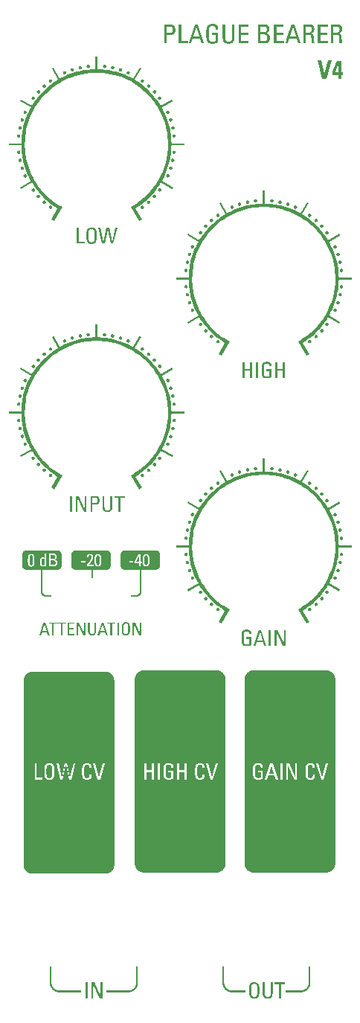
<source format=gto>
G04 #@! TF.GenerationSoftware,KiCad,Pcbnew,(6.0.10)*
G04 #@! TF.CreationDate,2023-03-02T23:07:59-05:00*
G04 #@! TF.ProjectId,pb,70622e6b-6963-4616-945f-706362585858,rev?*
G04 #@! TF.SameCoordinates,Original*
G04 #@! TF.FileFunction,Legend,Top*
G04 #@! TF.FilePolarity,Positive*
%FSLAX46Y46*%
G04 Gerber Fmt 4.6, Leading zero omitted, Abs format (unit mm)*
G04 Created by KiCad (PCBNEW (6.0.10)) date 2023-03-02 23:07:59*
%MOMM*%
%LPD*%
G01*
G04 APERTURE LIST*
%ADD10C,0.000000*%
G04 APERTURE END LIST*
D10*
G36*
X138873699Y-46373395D02*
G01*
X138870177Y-46373394D01*
X138873699Y-46373394D01*
X138873699Y-46373395D01*
G37*
G36*
X133684510Y-45794836D02*
G01*
X133738954Y-45796188D01*
X133793481Y-45800528D01*
X133847595Y-45808277D01*
X133900799Y-45819861D01*
X133952598Y-45835704D01*
X133977815Y-45845354D01*
X134002495Y-45856228D01*
X134026575Y-45868378D01*
X134049994Y-45881858D01*
X134072690Y-45896720D01*
X134094600Y-45913017D01*
X134115663Y-45930803D01*
X134135816Y-45950130D01*
X134154997Y-45971051D01*
X134173145Y-45993619D01*
X134190198Y-46017888D01*
X134206093Y-46043909D01*
X134220769Y-46071737D01*
X134234163Y-46101424D01*
X134246213Y-46133023D01*
X134256858Y-46166587D01*
X134266036Y-46202168D01*
X134273684Y-46239821D01*
X134279740Y-46279598D01*
X134284142Y-46321551D01*
X134286830Y-46365735D01*
X134287739Y-46412201D01*
X134286629Y-46458596D01*
X134283366Y-46502573D01*
X134278051Y-46544194D01*
X134270783Y-46583520D01*
X134261662Y-46620613D01*
X134250789Y-46655536D01*
X134238263Y-46688351D01*
X134224186Y-46719119D01*
X134208656Y-46747903D01*
X134191775Y-46774765D01*
X134173641Y-46799766D01*
X134154356Y-46822969D01*
X134134019Y-46844435D01*
X134112731Y-46864228D01*
X134090592Y-46882408D01*
X134067701Y-46899037D01*
X134044159Y-46914178D01*
X134020066Y-46927893D01*
X133995522Y-46940244D01*
X133970628Y-46951293D01*
X133920187Y-46969731D01*
X133869545Y-46983704D01*
X133819503Y-46993709D01*
X133770860Y-47000241D01*
X133724419Y-47003796D01*
X133680981Y-47004871D01*
X133317633Y-47004871D01*
X133317633Y-47957377D01*
X133042475Y-47957377D01*
X133042475Y-46768509D01*
X133317633Y-46768509D01*
X133621012Y-46768509D01*
X133643933Y-46768108D01*
X133669944Y-46766628D01*
X133698415Y-46763648D01*
X133728715Y-46758752D01*
X133760215Y-46751520D01*
X133792282Y-46741533D01*
X133808332Y-46735376D01*
X133824288Y-46728374D01*
X133840070Y-46720473D01*
X133855601Y-46711623D01*
X133870801Y-46701770D01*
X133885591Y-46690862D01*
X133899893Y-46678846D01*
X133913628Y-46665672D01*
X133926717Y-46651285D01*
X133939081Y-46635635D01*
X133950642Y-46618668D01*
X133961320Y-46600332D01*
X133971037Y-46580575D01*
X133979714Y-46559345D01*
X133987273Y-46536588D01*
X133993634Y-46512254D01*
X133998718Y-46486289D01*
X134002448Y-46458642D01*
X134004743Y-46429260D01*
X134005526Y-46398090D01*
X134004816Y-46366940D01*
X134002738Y-46337617D01*
X133999372Y-46310065D01*
X133994798Y-46284229D01*
X133989095Y-46260055D01*
X133982342Y-46237487D01*
X133974619Y-46216470D01*
X133966005Y-46196951D01*
X133956580Y-46178873D01*
X133946423Y-46162182D01*
X133935613Y-46146823D01*
X133924231Y-46132740D01*
X133912355Y-46119881D01*
X133900065Y-46108188D01*
X133887441Y-46097608D01*
X133874561Y-46088085D01*
X133861506Y-46079565D01*
X133848355Y-46071992D01*
X133835186Y-46065312D01*
X133822081Y-46059470D01*
X133796375Y-46050079D01*
X133771874Y-46043381D01*
X133749212Y-46038936D01*
X133729025Y-46036305D01*
X133711949Y-46035048D01*
X133698620Y-46034727D01*
X133317633Y-46034727D01*
X133317633Y-46768509D01*
X133042475Y-46768509D01*
X133042475Y-45794836D01*
X133684510Y-45794836D01*
G37*
G36*
X146616917Y-46034727D02*
G01*
X145777334Y-46034727D01*
X145777334Y-46729703D01*
X146556948Y-46729703D01*
X146556948Y-46969593D01*
X145777334Y-46969593D01*
X145777334Y-47717486D01*
X146634556Y-47717486D01*
X146634556Y-47957376D01*
X145502178Y-47957376D01*
X145502175Y-47960902D01*
X145502175Y-45794836D01*
X146616917Y-45794836D01*
X146616917Y-46034727D01*
G37*
G36*
X142620077Y-46034727D02*
G01*
X141780495Y-46034727D01*
X141780495Y-46729703D01*
X142560106Y-46729703D01*
X142560106Y-46969593D01*
X141780495Y-46969593D01*
X141780495Y-47717486D01*
X142637716Y-47717486D01*
X142637716Y-47957376D01*
X141505337Y-47957376D01*
X141505335Y-47960902D01*
X141505335Y-45794836D01*
X142620077Y-45794836D01*
X142620077Y-46034727D01*
G37*
G36*
X151619141Y-46034727D02*
G01*
X150779557Y-46034727D01*
X150779557Y-46729703D01*
X151559170Y-46729703D01*
X151559170Y-46969593D01*
X150779557Y-46969593D01*
X150779557Y-47717486D01*
X151636780Y-47717486D01*
X151636780Y-47957376D01*
X150504402Y-47957376D01*
X150504399Y-47960902D01*
X150504399Y-45794836D01*
X151619141Y-45794836D01*
X151619141Y-46034727D01*
G37*
G36*
X147841011Y-45794836D02*
G01*
X148546547Y-47960903D01*
X148236111Y-47960903D01*
X148080895Y-47445845D01*
X147244839Y-47445845D01*
X147082566Y-47960902D01*
X146803879Y-47960902D01*
X147044753Y-47202427D01*
X147315396Y-47202427D01*
X148006817Y-47202427D01*
X147657578Y-46048837D01*
X147654049Y-46048837D01*
X147315396Y-47202427D01*
X147044753Y-47202427D01*
X147491772Y-45794836D01*
X147841011Y-45794836D01*
G37*
G36*
X144401543Y-45794836D02*
G01*
X144455493Y-45796014D01*
X144505071Y-45799466D01*
X144550536Y-45805068D01*
X144592146Y-45812696D01*
X144630160Y-45822225D01*
X144664836Y-45833532D01*
X144696431Y-45846492D01*
X144725206Y-45860983D01*
X144751417Y-45876878D01*
X144775324Y-45894056D01*
X144797184Y-45912391D01*
X144817256Y-45931759D01*
X144835799Y-45952037D01*
X144853071Y-45973100D01*
X144869330Y-45994825D01*
X144884835Y-46017087D01*
X144898033Y-46039056D01*
X144909893Y-46061205D01*
X144920482Y-46083386D01*
X144929867Y-46105448D01*
X144938115Y-46127241D01*
X144945294Y-46148615D01*
X144951470Y-46169421D01*
X144956710Y-46189508D01*
X144961083Y-46208728D01*
X144964655Y-46226929D01*
X144969664Y-46259679D01*
X144972275Y-46286557D01*
X144973027Y-46306367D01*
X144971928Y-46355597D01*
X144968541Y-46402720D01*
X144962725Y-46447692D01*
X144954341Y-46490474D01*
X144943249Y-46531023D01*
X144929309Y-46569298D01*
X144921228Y-46587570D01*
X144912383Y-46605258D01*
X144902756Y-46622357D01*
X144892330Y-46638862D01*
X144881088Y-46654767D01*
X144869012Y-46670067D01*
X144856084Y-46684758D01*
X144842288Y-46698834D01*
X144827606Y-46712290D01*
X144812019Y-46725120D01*
X144795512Y-46737321D01*
X144778066Y-46748885D01*
X144759665Y-46759809D01*
X144740289Y-46770086D01*
X144719923Y-46779713D01*
X144698549Y-46788683D01*
X144676149Y-46796992D01*
X144652705Y-46804634D01*
X144628201Y-46811604D01*
X144602619Y-46817897D01*
X144602619Y-46832009D01*
X144631207Y-46835759D01*
X144658769Y-46840391D01*
X144685313Y-46845896D01*
X144710847Y-46852266D01*
X144735378Y-46859494D01*
X144758915Y-46867573D01*
X144781465Y-46876493D01*
X144803035Y-46886249D01*
X144823634Y-46896831D01*
X144843269Y-46908232D01*
X144861948Y-46920444D01*
X144879679Y-46933461D01*
X144896470Y-46947272D01*
X144912327Y-46961872D01*
X144927260Y-46977253D01*
X144941276Y-46993405D01*
X144954382Y-47010323D01*
X144966586Y-47027998D01*
X144977896Y-47046422D01*
X144988320Y-47065588D01*
X144997866Y-47085487D01*
X145006541Y-47106112D01*
X145014353Y-47127456D01*
X145021310Y-47149510D01*
X145027419Y-47172267D01*
X145032689Y-47195720D01*
X145037126Y-47219859D01*
X145040740Y-47244678D01*
X145045525Y-47296324D01*
X145047106Y-47350595D01*
X145045935Y-47401076D01*
X145042491Y-47448723D01*
X145036877Y-47493617D01*
X145029199Y-47535839D01*
X145019560Y-47575469D01*
X145008063Y-47612588D01*
X144994814Y-47647277D01*
X144979915Y-47679617D01*
X144963471Y-47709688D01*
X144945587Y-47737572D01*
X144926365Y-47763348D01*
X144905910Y-47787098D01*
X144884326Y-47808902D01*
X144861717Y-47828841D01*
X144838187Y-47846996D01*
X144813839Y-47863448D01*
X144788779Y-47878277D01*
X144763110Y-47891565D01*
X144736935Y-47903391D01*
X144710359Y-47913836D01*
X144656421Y-47930909D01*
X144602125Y-47943430D01*
X144548305Y-47952043D01*
X144495793Y-47957396D01*
X144445420Y-47960134D01*
X144398018Y-47960903D01*
X143696011Y-47960903D01*
X143696011Y-47721014D01*
X143971165Y-47721014D01*
X144359211Y-47721014D01*
X144386115Y-47720412D01*
X144411939Y-47718638D01*
X144436697Y-47715738D01*
X144460404Y-47711761D01*
X144483075Y-47706752D01*
X144504724Y-47700759D01*
X144525367Y-47693830D01*
X144545019Y-47686012D01*
X144563694Y-47677351D01*
X144581408Y-47667895D01*
X144598174Y-47657691D01*
X144614008Y-47646786D01*
X144628925Y-47635227D01*
X144642940Y-47623062D01*
X144656067Y-47610337D01*
X144668322Y-47597100D01*
X144679718Y-47583398D01*
X144690272Y-47569278D01*
X144699998Y-47554787D01*
X144708910Y-47539973D01*
X144717024Y-47524882D01*
X144724355Y-47509562D01*
X144736725Y-47478422D01*
X144746139Y-47446931D01*
X144752716Y-47415466D01*
X144756576Y-47384404D01*
X144757836Y-47354122D01*
X144757220Y-47322541D01*
X144755390Y-47292593D01*
X144752371Y-47264236D01*
X144748190Y-47237430D01*
X144742872Y-47212132D01*
X144736442Y-47188302D01*
X144728928Y-47165899D01*
X144720354Y-47144880D01*
X144710747Y-47125205D01*
X144700132Y-47106832D01*
X144688536Y-47089720D01*
X144675983Y-47073828D01*
X144662500Y-47059114D01*
X144648113Y-47045537D01*
X144632848Y-47033055D01*
X144616730Y-47021628D01*
X144599785Y-47011213D01*
X144582039Y-47001770D01*
X144563517Y-46993257D01*
X144544247Y-46985633D01*
X144524253Y-46978857D01*
X144503562Y-46972886D01*
X144482199Y-46967681D01*
X144460189Y-46963199D01*
X144414336Y-46956239D01*
X144366210Y-46951678D01*
X144316016Y-46949184D01*
X144263962Y-46948426D01*
X143971165Y-46948426D01*
X143971165Y-47721014D01*
X143696011Y-47721014D01*
X143696011Y-46708536D01*
X143971169Y-46708536D01*
X144373322Y-46708536D01*
X144393175Y-46708145D01*
X144412389Y-46706979D01*
X144430963Y-46705048D01*
X144448898Y-46702362D01*
X144466195Y-46698933D01*
X144482854Y-46694769D01*
X144498877Y-46689882D01*
X144514263Y-46684282D01*
X144529014Y-46677979D01*
X144543129Y-46670984D01*
X144556611Y-46663307D01*
X144569459Y-46654957D01*
X144581673Y-46645947D01*
X144593256Y-46636285D01*
X144604206Y-46625982D01*
X144614526Y-46615049D01*
X144624215Y-46603496D01*
X144633275Y-46591333D01*
X144641705Y-46578571D01*
X144649507Y-46565219D01*
X144656680Y-46551289D01*
X144663227Y-46536790D01*
X144669147Y-46521733D01*
X144674442Y-46506129D01*
X144679111Y-46489986D01*
X144683155Y-46473317D01*
X144686575Y-46456131D01*
X144689372Y-46438439D01*
X144691547Y-46420250D01*
X144693099Y-46401576D01*
X144694340Y-46362812D01*
X144693135Y-46329478D01*
X144689496Y-46297058D01*
X144686753Y-46281245D01*
X144683388Y-46265724D01*
X144679396Y-46250517D01*
X144674773Y-46235646D01*
X144669514Y-46221131D01*
X144663615Y-46206994D01*
X144657071Y-46193256D01*
X144649879Y-46179938D01*
X144642033Y-46167063D01*
X144633528Y-46154650D01*
X144624361Y-46142722D01*
X144614527Y-46131300D01*
X144604020Y-46120405D01*
X144592838Y-46110059D01*
X144580974Y-46100282D01*
X144568426Y-46091096D01*
X144555187Y-46082522D01*
X144541254Y-46074582D01*
X144526623Y-46067298D01*
X144511287Y-46060689D01*
X144495244Y-46054778D01*
X144478488Y-46049586D01*
X144461016Y-46045135D01*
X144442822Y-46041445D01*
X144423902Y-46038538D01*
X144404251Y-46036435D01*
X144383865Y-46035157D01*
X144362740Y-46034727D01*
X143974697Y-46034727D01*
X143974697Y-46705008D01*
X143971169Y-46708536D01*
X143696011Y-46708536D01*
X143696011Y-45794836D01*
X144401543Y-45794836D01*
G37*
G36*
X136841767Y-45794836D02*
G01*
X137547301Y-47960903D01*
X137236866Y-47960903D01*
X137081650Y-47445845D01*
X136245594Y-47445845D01*
X136083323Y-47960902D01*
X135804636Y-47960902D01*
X136045511Y-47202427D01*
X136316145Y-47202427D01*
X137007567Y-47202427D01*
X136658327Y-46048837D01*
X136654801Y-46048837D01*
X136316145Y-47202427D01*
X136045511Y-47202427D01*
X136492531Y-45794836D01*
X136841767Y-45794836D01*
G37*
G36*
X149576626Y-45794836D02*
G01*
X149611944Y-45795614D01*
X149645816Y-45797914D01*
X149678263Y-45801688D01*
X149709306Y-45806887D01*
X149738967Y-45813464D01*
X149767267Y-45821370D01*
X149794227Y-45830556D01*
X149819869Y-45840973D01*
X149844214Y-45852574D01*
X149867283Y-45865310D01*
X149889098Y-45879133D01*
X149909679Y-45893994D01*
X149929049Y-45909844D01*
X149947229Y-45926635D01*
X149964239Y-45944319D01*
X149980102Y-45962848D01*
X149994838Y-45982172D01*
X150008469Y-46002243D01*
X150021016Y-46023014D01*
X150032500Y-46044435D01*
X150042943Y-46066458D01*
X150052367Y-46089035D01*
X150060791Y-46112116D01*
X150068238Y-46135655D01*
X150080287Y-46183908D01*
X150088681Y-46233406D01*
X150093593Y-46283763D01*
X150095192Y-46334590D01*
X150093545Y-46381491D01*
X150088633Y-46426857D01*
X150080496Y-46470559D01*
X150069175Y-46512468D01*
X150062334Y-46532709D01*
X150054713Y-46552454D01*
X150046317Y-46571686D01*
X150037150Y-46590389D01*
X150027219Y-46608547D01*
X150016528Y-46626144D01*
X150005083Y-46643163D01*
X149992889Y-46659588D01*
X149979950Y-46675403D01*
X149966273Y-46690593D01*
X149951861Y-46705141D01*
X149936721Y-46719030D01*
X149920858Y-46732245D01*
X149904276Y-46744769D01*
X149886982Y-46756587D01*
X149868979Y-46767682D01*
X149850274Y-46778038D01*
X149830871Y-46787638D01*
X149810775Y-46796468D01*
X149789992Y-46804510D01*
X149768528Y-46811748D01*
X149746386Y-46818167D01*
X149723573Y-46823750D01*
X149700093Y-46828481D01*
X149700093Y-46835537D01*
X149745174Y-46843424D01*
X149786582Y-46852831D01*
X149805948Y-46858243D01*
X149824444Y-46864202D01*
X149842086Y-46870762D01*
X149858891Y-46877981D01*
X149874874Y-46885912D01*
X149890052Y-46894612D01*
X149904440Y-46904136D01*
X149918055Y-46914540D01*
X149930913Y-46925879D01*
X149943030Y-46938210D01*
X149954422Y-46951587D01*
X149965106Y-46966065D01*
X149975098Y-46981702D01*
X149984413Y-46998551D01*
X149993068Y-47016669D01*
X150001079Y-47036111D01*
X150008462Y-47056933D01*
X150015233Y-47079191D01*
X150021409Y-47102939D01*
X150027006Y-47128234D01*
X150032039Y-47155130D01*
X150036525Y-47183684D01*
X150040480Y-47213952D01*
X150043920Y-47245987D01*
X150049321Y-47315587D01*
X150052857Y-47392928D01*
X150054304Y-47438025D01*
X150058479Y-47501022D01*
X150065135Y-47576670D01*
X150074023Y-47659718D01*
X150084895Y-47744916D01*
X150097504Y-47827013D01*
X150111601Y-47900759D01*
X150119130Y-47932860D01*
X150126938Y-47960904D01*
X149837670Y-47960904D01*
X149824200Y-47931583D01*
X149812762Y-47899306D01*
X149803153Y-47864258D01*
X149795172Y-47826627D01*
X149788617Y-47786599D01*
X149783287Y-47744358D01*
X149778980Y-47700092D01*
X149775495Y-47653986D01*
X149770184Y-47556999D01*
X149765740Y-47454886D01*
X149760551Y-47349134D01*
X149753006Y-47241233D01*
X149750473Y-47217165D01*
X149746881Y-47194541D01*
X149742284Y-47173315D01*
X149736740Y-47153445D01*
X149730304Y-47134884D01*
X149723033Y-47117589D01*
X149714983Y-47101514D01*
X149706210Y-47086616D01*
X149696771Y-47072850D01*
X149686721Y-47060171D01*
X149676117Y-47048534D01*
X149665015Y-47037896D01*
X149653471Y-47028210D01*
X149641542Y-47019434D01*
X149629283Y-47011522D01*
X149616751Y-47004430D01*
X149604002Y-46998113D01*
X149591092Y-46992526D01*
X149578077Y-46987626D01*
X149565014Y-46983366D01*
X149538967Y-46976594D01*
X149513401Y-46971853D01*
X149488765Y-46968786D01*
X149465509Y-46967037D01*
X149424935Y-46966065D01*
X149103916Y-46966065D01*
X149103916Y-47960903D01*
X148828758Y-47960903D01*
X148828758Y-46726175D01*
X149103916Y-46726175D01*
X149516651Y-46726175D01*
X149534872Y-46725683D01*
X149552494Y-46724226D01*
X149569520Y-46721832D01*
X149585950Y-46718526D01*
X149601786Y-46714337D01*
X149617029Y-46709292D01*
X149631681Y-46703417D01*
X149645741Y-46696739D01*
X149659213Y-46689287D01*
X149672097Y-46681087D01*
X149684395Y-46672165D01*
X149696107Y-46662550D01*
X149707236Y-46652268D01*
X149717781Y-46641347D01*
X149727746Y-46629814D01*
X149737130Y-46617695D01*
X149745936Y-46605018D01*
X149754164Y-46591810D01*
X149761816Y-46578098D01*
X149768894Y-46563910D01*
X149775397Y-46549272D01*
X149781328Y-46534211D01*
X149786689Y-46518755D01*
X149791479Y-46502931D01*
X149795701Y-46486766D01*
X149799356Y-46470287D01*
X149802445Y-46453521D01*
X149804970Y-46436495D01*
X149808331Y-46401774D01*
X149809448Y-46366339D01*
X149808525Y-46337035D01*
X149805700Y-46307524D01*
X149800891Y-46278096D01*
X149794015Y-46249040D01*
X149784989Y-46220645D01*
X149773731Y-46193201D01*
X149767238Y-46179926D01*
X149760157Y-46166998D01*
X149752477Y-46154451D01*
X149744186Y-46142324D01*
X149735276Y-46130651D01*
X149725735Y-46119469D01*
X149715553Y-46108814D01*
X149704720Y-46098722D01*
X149693226Y-46089230D01*
X149681060Y-46080374D01*
X149668212Y-46072189D01*
X149654672Y-46064712D01*
X149640428Y-46057979D01*
X149625472Y-46052027D01*
X149609792Y-46046891D01*
X149593379Y-46042608D01*
X149576221Y-46039214D01*
X149558309Y-46036745D01*
X149539632Y-46035236D01*
X149520180Y-46034726D01*
X149103916Y-46034726D01*
X149103916Y-46726175D01*
X148828758Y-46726175D01*
X148828758Y-45794836D01*
X149576626Y-45794836D01*
G37*
G36*
X152744461Y-45794836D02*
G01*
X152779779Y-45795614D01*
X152813651Y-45797914D01*
X152846098Y-45801688D01*
X152877141Y-45806887D01*
X152906802Y-45813464D01*
X152935102Y-45821370D01*
X152962062Y-45830556D01*
X152987704Y-45840973D01*
X153012049Y-45852574D01*
X153035118Y-45865310D01*
X153056933Y-45879133D01*
X153077515Y-45893994D01*
X153096885Y-45909844D01*
X153115064Y-45926635D01*
X153132075Y-45944319D01*
X153147937Y-45962848D01*
X153162673Y-45982172D01*
X153176304Y-46002243D01*
X153188851Y-46023014D01*
X153200335Y-46044435D01*
X153210778Y-46066458D01*
X153220202Y-46089035D01*
X153228626Y-46112116D01*
X153236074Y-46135655D01*
X153248122Y-46183908D01*
X153256516Y-46233406D01*
X153261428Y-46283763D01*
X153263027Y-46334590D01*
X153261381Y-46381491D01*
X153256468Y-46426857D01*
X153248331Y-46470559D01*
X153237011Y-46512468D01*
X153230170Y-46532709D01*
X153222549Y-46552454D01*
X153214153Y-46571686D01*
X153204987Y-46590389D01*
X153195056Y-46608547D01*
X153184365Y-46626144D01*
X153172920Y-46643163D01*
X153160726Y-46659588D01*
X153147787Y-46675403D01*
X153134110Y-46690593D01*
X153119699Y-46705141D01*
X153104559Y-46719030D01*
X153088696Y-46732245D01*
X153072115Y-46744769D01*
X153054820Y-46756587D01*
X153036817Y-46767682D01*
X153018112Y-46778038D01*
X152998709Y-46787638D01*
X152978614Y-46796468D01*
X152957831Y-46804510D01*
X152936367Y-46811748D01*
X152914225Y-46818167D01*
X152891412Y-46823750D01*
X152867932Y-46828481D01*
X152867932Y-46835537D01*
X152913013Y-46843424D01*
X152954421Y-46852831D01*
X152973787Y-46858243D01*
X152992283Y-46864202D01*
X153009926Y-46870762D01*
X153026730Y-46877981D01*
X153042713Y-46885912D01*
X153057891Y-46894612D01*
X153072279Y-46904136D01*
X153085894Y-46914540D01*
X153098752Y-46925879D01*
X153110869Y-46938210D01*
X153122262Y-46951587D01*
X153132945Y-46966065D01*
X153142937Y-46981702D01*
X153152252Y-46998551D01*
X153160907Y-47016669D01*
X153168918Y-47036111D01*
X153176301Y-47056933D01*
X153183072Y-47079191D01*
X153189248Y-47102939D01*
X153194845Y-47128234D01*
X153199878Y-47155130D01*
X153204364Y-47183684D01*
X153208319Y-47213952D01*
X153211759Y-47245987D01*
X153217160Y-47315587D01*
X153220696Y-47392928D01*
X153222143Y-47438025D01*
X153226318Y-47501022D01*
X153232974Y-47576670D01*
X153241862Y-47659718D01*
X153252734Y-47744916D01*
X153265343Y-47827013D01*
X153279440Y-47900759D01*
X153286969Y-47932860D01*
X153294777Y-47960904D01*
X153005509Y-47960904D01*
X152992039Y-47931583D01*
X152980601Y-47899306D01*
X152970992Y-47864258D01*
X152963011Y-47826627D01*
X152956456Y-47786599D01*
X152951125Y-47744358D01*
X152946818Y-47700092D01*
X152943333Y-47653986D01*
X152938021Y-47556999D01*
X152933577Y-47454886D01*
X152928389Y-47349134D01*
X152920845Y-47241233D01*
X152918312Y-47217165D01*
X152914720Y-47194541D01*
X152910123Y-47173315D01*
X152904579Y-47153445D01*
X152898143Y-47134884D01*
X152890872Y-47117589D01*
X152882822Y-47101514D01*
X152874049Y-47086616D01*
X152864610Y-47072850D01*
X152854560Y-47060171D01*
X152843956Y-47048534D01*
X152832854Y-47037896D01*
X152821311Y-47028210D01*
X152809381Y-47019434D01*
X152797122Y-47011522D01*
X152784590Y-47004430D01*
X152771841Y-46998113D01*
X152758931Y-46992526D01*
X152745916Y-46987626D01*
X152732853Y-46983366D01*
X152706806Y-46976594D01*
X152681240Y-46971853D01*
X152656604Y-46968786D01*
X152633348Y-46967037D01*
X152592774Y-46966065D01*
X152271755Y-46966065D01*
X152271755Y-47960903D01*
X151996598Y-47960903D01*
X151996598Y-46726175D01*
X152271755Y-46726175D01*
X152684490Y-46726175D01*
X152702711Y-46725683D01*
X152720334Y-46724226D01*
X152737359Y-46721832D01*
X152753789Y-46718526D01*
X152769625Y-46714337D01*
X152784868Y-46709292D01*
X152799520Y-46703417D01*
X152813580Y-46696739D01*
X152827052Y-46689287D01*
X152839936Y-46681087D01*
X152852234Y-46672165D01*
X152863946Y-46662550D01*
X152875075Y-46652268D01*
X152885621Y-46641347D01*
X152895585Y-46629814D01*
X152904969Y-46617695D01*
X152913775Y-46605018D01*
X152922003Y-46591810D01*
X152929655Y-46578098D01*
X152936733Y-46563910D01*
X152943236Y-46549272D01*
X152949167Y-46534211D01*
X152954528Y-46518755D01*
X152959318Y-46502931D01*
X152963540Y-46486766D01*
X152967195Y-46470287D01*
X152970284Y-46453521D01*
X152972809Y-46436495D01*
X152976170Y-46401774D01*
X152977288Y-46366339D01*
X152976364Y-46337035D01*
X152973539Y-46307524D01*
X152968730Y-46278096D01*
X152961854Y-46249040D01*
X152952828Y-46220645D01*
X152941570Y-46193201D01*
X152935077Y-46179926D01*
X152927996Y-46166998D01*
X152920316Y-46154451D01*
X152912025Y-46142324D01*
X152903115Y-46130651D01*
X152893574Y-46119469D01*
X152883392Y-46108814D01*
X152872559Y-46098722D01*
X152861065Y-46089230D01*
X152848899Y-46080374D01*
X152836051Y-46072189D01*
X152822511Y-46064712D01*
X152808267Y-46057979D01*
X152793311Y-46052027D01*
X152777631Y-46046891D01*
X152761218Y-46042608D01*
X152744060Y-46039214D01*
X152726148Y-46036745D01*
X152707471Y-46035236D01*
X152688019Y-46034726D01*
X152271755Y-46034726D01*
X152271755Y-46726175D01*
X151996598Y-46726175D01*
X151996598Y-45794836D01*
X152744461Y-45794836D01*
G37*
G36*
X134947411Y-47721014D02*
G01*
X135741135Y-47721014D01*
X135741135Y-47960904D01*
X134672255Y-47960904D01*
X134672255Y-45794836D01*
X134947411Y-45794836D01*
X134947411Y-47721014D01*
G37*
G36*
X138572523Y-45750987D02*
G01*
X138650525Y-45757139D01*
X138723151Y-45767601D01*
X138757437Y-45774501D01*
X138790363Y-45782543D01*
X138821925Y-45791748D01*
X138852118Y-45802136D01*
X138880936Y-45813730D01*
X138908374Y-45826551D01*
X138934427Y-45840620D01*
X138959091Y-45855958D01*
X138982359Y-45872586D01*
X139004227Y-45890527D01*
X139024689Y-45909801D01*
X139043741Y-45930429D01*
X139061377Y-45952433D01*
X139077591Y-45975835D01*
X139092380Y-46000655D01*
X139105737Y-46026914D01*
X139117657Y-46054635D01*
X139128136Y-46083839D01*
X139137168Y-46114546D01*
X139144748Y-46146779D01*
X139150871Y-46180558D01*
X139155531Y-46215904D01*
X139158724Y-46252840D01*
X139160444Y-46291386D01*
X139160686Y-46331563D01*
X139159445Y-46373394D01*
X138873699Y-46373394D01*
X138872443Y-46327139D01*
X138868608Y-46283643D01*
X138865692Y-46262939D01*
X138862096Y-46242937D01*
X138857805Y-46223640D01*
X138852809Y-46205053D01*
X138847094Y-46187178D01*
X138840649Y-46170021D01*
X138833461Y-46153585D01*
X138825518Y-46137873D01*
X138816807Y-46122890D01*
X138807317Y-46108639D01*
X138797035Y-46095125D01*
X138785949Y-46082352D01*
X138774046Y-46070322D01*
X138761314Y-46059040D01*
X138747742Y-46048510D01*
X138733316Y-46038736D01*
X138718025Y-46029722D01*
X138701856Y-46021471D01*
X138684797Y-46013988D01*
X138666835Y-46007276D01*
X138647959Y-46001339D01*
X138628156Y-45996181D01*
X138607414Y-45991806D01*
X138585720Y-45988217D01*
X138563063Y-45985420D01*
X138539429Y-45983416D01*
X138514808Y-45982212D01*
X138489186Y-45981809D01*
X138470175Y-45982079D01*
X138446736Y-45983304D01*
X138419649Y-45986111D01*
X138389694Y-45991125D01*
X138357652Y-45998970D01*
X138341092Y-46004150D01*
X138324302Y-46010273D01*
X138307381Y-46017416D01*
X138290425Y-46025658D01*
X138273533Y-46035077D01*
X138256801Y-46045751D01*
X138240328Y-46057758D01*
X138224211Y-46071177D01*
X138208547Y-46086085D01*
X138193435Y-46102561D01*
X138178970Y-46120682D01*
X138165252Y-46140528D01*
X138152378Y-46162176D01*
X138140444Y-46185705D01*
X138129549Y-46211192D01*
X138119791Y-46238716D01*
X138111266Y-46268354D01*
X138104072Y-46300186D01*
X138098307Y-46334289D01*
X138094069Y-46370741D01*
X138091454Y-46409621D01*
X138090561Y-46451006D01*
X138090561Y-47181260D01*
X138092170Y-47265819D01*
X138096983Y-47342450D01*
X138104978Y-47411496D01*
X138116137Y-47473296D01*
X138130437Y-47528192D01*
X138138759Y-47553158D01*
X138147858Y-47576525D01*
X138157733Y-47598337D01*
X138168380Y-47618636D01*
X138179797Y-47637465D01*
X138191981Y-47654867D01*
X138204930Y-47670883D01*
X138218642Y-47685558D01*
X138233113Y-47698932D01*
X138248341Y-47711050D01*
X138264324Y-47721953D01*
X138281058Y-47731684D01*
X138298542Y-47740286D01*
X138316772Y-47747802D01*
X138355462Y-47759745D01*
X138397109Y-47767853D01*
X138441690Y-47772467D01*
X138489186Y-47773930D01*
X138525478Y-47773325D01*
X138560262Y-47771573D01*
X138593517Y-47768767D01*
X138625221Y-47765000D01*
X138655354Y-47760365D01*
X138683896Y-47754954D01*
X138710825Y-47748862D01*
X138736122Y-47742180D01*
X138759765Y-47735002D01*
X138781734Y-47727421D01*
X138802008Y-47719530D01*
X138820566Y-47711422D01*
X138837388Y-47703190D01*
X138852452Y-47694927D01*
X138865739Y-47686726D01*
X138877228Y-47678680D01*
X138877228Y-47029564D01*
X138478604Y-47029564D01*
X138478604Y-46789674D01*
X139152388Y-46789674D01*
X139152388Y-47840958D01*
X139118934Y-47858477D01*
X139084680Y-47875278D01*
X139049568Y-47891304D01*
X139013541Y-47906497D01*
X138976543Y-47920802D01*
X138938517Y-47934162D01*
X138899405Y-47946518D01*
X138859151Y-47957816D01*
X138817699Y-47967997D01*
X138774991Y-47977005D01*
X138730970Y-47984783D01*
X138685580Y-47991275D01*
X138638764Y-47996422D01*
X138590465Y-48000170D01*
X138540625Y-48002460D01*
X138489189Y-48003236D01*
X138446888Y-48002540D01*
X138405969Y-48000435D01*
X138366429Y-47996899D01*
X138328267Y-47991908D01*
X138291479Y-47985440D01*
X138256063Y-47977470D01*
X138222017Y-47967976D01*
X138189338Y-47956934D01*
X138158022Y-47944321D01*
X138128068Y-47930113D01*
X138099474Y-47914289D01*
X138072235Y-47896823D01*
X138046351Y-47877694D01*
X138021818Y-47856877D01*
X137998634Y-47834350D01*
X137976796Y-47810089D01*
X137956301Y-47784071D01*
X137937147Y-47756273D01*
X137919332Y-47726671D01*
X137902853Y-47695243D01*
X137887706Y-47661964D01*
X137873891Y-47626813D01*
X137861403Y-47589764D01*
X137850241Y-47550796D01*
X137840402Y-47509885D01*
X137831883Y-47467008D01*
X137824681Y-47422141D01*
X137818795Y-47375261D01*
X137814221Y-47326345D01*
X137810958Y-47275370D01*
X137808350Y-47167149D01*
X137808350Y-46458061D01*
X137810958Y-46379172D01*
X137818795Y-46304023D01*
X137824681Y-46267910D01*
X137831883Y-46232803D01*
X137840402Y-46198723D01*
X137850241Y-46165695D01*
X137861403Y-46133742D01*
X137873891Y-46102887D01*
X137887706Y-46073154D01*
X137902853Y-46044565D01*
X137919332Y-46017144D01*
X137937147Y-45990914D01*
X137956301Y-45965899D01*
X137976796Y-45942121D01*
X137998634Y-45919604D01*
X138021818Y-45898371D01*
X138046351Y-45878446D01*
X138072235Y-45859852D01*
X138099474Y-45842611D01*
X138128068Y-45826747D01*
X138158022Y-45812284D01*
X138189338Y-45799245D01*
X138222017Y-45787653D01*
X138256063Y-45777531D01*
X138291479Y-45768902D01*
X138328267Y-45761790D01*
X138366429Y-45756218D01*
X138405969Y-45752209D01*
X138446888Y-45749787D01*
X138489189Y-45748974D01*
X138572523Y-45750987D01*
G37*
G36*
X139939053Y-47181260D02*
G01*
X139940741Y-47265819D01*
X139945777Y-47342450D01*
X139954121Y-47411496D01*
X139965731Y-47473296D01*
X139972747Y-47501586D01*
X139980565Y-47528192D01*
X139989178Y-47553158D01*
X139998582Y-47576525D01*
X140008772Y-47598337D01*
X140019741Y-47618637D01*
X140031486Y-47637466D01*
X140044001Y-47654867D01*
X140057280Y-47670884D01*
X140071320Y-47685558D01*
X140086113Y-47698933D01*
X140101656Y-47711050D01*
X140117943Y-47721953D01*
X140134969Y-47731685D01*
X140152729Y-47740287D01*
X140171217Y-47747803D01*
X140210359Y-47759745D01*
X140252354Y-47767854D01*
X140297159Y-47772468D01*
X140344734Y-47773931D01*
X140392309Y-47772468D01*
X140415061Y-47770576D01*
X140437115Y-47767854D01*
X140458466Y-47764257D01*
X140479109Y-47759745D01*
X140499039Y-47754275D01*
X140518250Y-47747803D01*
X140536739Y-47740287D01*
X140554498Y-47731685D01*
X140571524Y-47721953D01*
X140587811Y-47711050D01*
X140603354Y-47698933D01*
X140618148Y-47685558D01*
X140632187Y-47670884D01*
X140645466Y-47654867D01*
X140657981Y-47637466D01*
X140669726Y-47618637D01*
X140680696Y-47598337D01*
X140690885Y-47576525D01*
X140700289Y-47553158D01*
X140708902Y-47528192D01*
X140716720Y-47501586D01*
X140723736Y-47473296D01*
X140729947Y-47443280D01*
X140735346Y-47411496D01*
X140739929Y-47377900D01*
X140743690Y-47342450D01*
X140746624Y-47305104D01*
X140748726Y-47265819D01*
X140749991Y-47224552D01*
X140750414Y-47181260D01*
X140750414Y-45794836D01*
X141025572Y-45794836D01*
X141025572Y-47167149D01*
X141022964Y-47275370D01*
X141015127Y-47375261D01*
X141002039Y-47467008D01*
X140993520Y-47509886D01*
X140983681Y-47550797D01*
X140972519Y-47589765D01*
X140960031Y-47626813D01*
X140946216Y-47661965D01*
X140931069Y-47695244D01*
X140914590Y-47726672D01*
X140896775Y-47756274D01*
X140877621Y-47784072D01*
X140857126Y-47810090D01*
X140835288Y-47834351D01*
X140812104Y-47856878D01*
X140787571Y-47877695D01*
X140761687Y-47896824D01*
X140734449Y-47914290D01*
X140705854Y-47930114D01*
X140675900Y-47944322D01*
X140644585Y-47956935D01*
X140611906Y-47967977D01*
X140577859Y-47977471D01*
X140542444Y-47985441D01*
X140505656Y-47991909D01*
X140427955Y-48000436D01*
X140344734Y-48003237D01*
X140302433Y-48002541D01*
X140261514Y-48000436D01*
X140221974Y-47996900D01*
X140183812Y-47991909D01*
X140147024Y-47985441D01*
X140111608Y-47977471D01*
X140077562Y-47967977D01*
X140044883Y-47956935D01*
X140013567Y-47944322D01*
X139983613Y-47930114D01*
X139955019Y-47914290D01*
X139927781Y-47896824D01*
X139901896Y-47877695D01*
X139877363Y-47856878D01*
X139854179Y-47834351D01*
X139832341Y-47810090D01*
X139811846Y-47784072D01*
X139792692Y-47756274D01*
X139774877Y-47726672D01*
X139758398Y-47695244D01*
X139743251Y-47661965D01*
X139729436Y-47626814D01*
X139716948Y-47589765D01*
X139705786Y-47550797D01*
X139695947Y-47509886D01*
X139687428Y-47467009D01*
X139680226Y-47422142D01*
X139674340Y-47375262D01*
X139669766Y-47326346D01*
X139666503Y-47275371D01*
X139663895Y-47167150D01*
X139663895Y-45794836D01*
X139939053Y-45794836D01*
X139939053Y-47181260D01*
G37*
G36*
X126236837Y-50398858D02*
G01*
X126246511Y-50399594D01*
X126256044Y-50400805D01*
X126265425Y-50402481D01*
X126274641Y-50404608D01*
X126283681Y-50407175D01*
X126292532Y-50410170D01*
X126301183Y-50413581D01*
X126309621Y-50417396D01*
X126317835Y-50421603D01*
X126325812Y-50426190D01*
X126333541Y-50431145D01*
X126341009Y-50436456D01*
X126348206Y-50442112D01*
X126355118Y-50448099D01*
X126361734Y-50454407D01*
X126368041Y-50461023D01*
X126374028Y-50467935D01*
X126379684Y-50475132D01*
X126384995Y-50482601D01*
X126389950Y-50490330D01*
X126394537Y-50498308D01*
X126398743Y-50506522D01*
X126402558Y-50514960D01*
X126405969Y-50523611D01*
X126408964Y-50532463D01*
X126411531Y-50541502D01*
X126413658Y-50550719D01*
X126415333Y-50560100D01*
X126416545Y-50569634D01*
X126417280Y-50579308D01*
X126417528Y-50589111D01*
X126417280Y-50598915D01*
X126416545Y-50608589D01*
X126415333Y-50618123D01*
X126413658Y-50627504D01*
X126411531Y-50636721D01*
X126408964Y-50645761D01*
X126405969Y-50654612D01*
X126402558Y-50663263D01*
X126398743Y-50671702D01*
X126394537Y-50679916D01*
X126389950Y-50687893D01*
X126384995Y-50695623D01*
X126379684Y-50703092D01*
X126374028Y-50710288D01*
X126368041Y-50717200D01*
X126361734Y-50723816D01*
X126355118Y-50730124D01*
X126348206Y-50736112D01*
X126341009Y-50741767D01*
X126333541Y-50747078D01*
X126325812Y-50752033D01*
X126317835Y-50756620D01*
X126309621Y-50760827D01*
X126301183Y-50764642D01*
X126292532Y-50768053D01*
X126283681Y-50771048D01*
X126274641Y-50773615D01*
X126265425Y-50775742D01*
X126256044Y-50777418D01*
X126246511Y-50778629D01*
X126236837Y-50779365D01*
X126227034Y-50779613D01*
X126217231Y-50779365D01*
X126207557Y-50778629D01*
X126198024Y-50777418D01*
X126188643Y-50775742D01*
X126179427Y-50773615D01*
X126170387Y-50771048D01*
X126161536Y-50768053D01*
X126152885Y-50764642D01*
X126144447Y-50760827D01*
X126136233Y-50756620D01*
X126128256Y-50752033D01*
X126120527Y-50747078D01*
X126113059Y-50741767D01*
X126105862Y-50736112D01*
X126098950Y-50730124D01*
X126092335Y-50723816D01*
X126086027Y-50717200D01*
X126080040Y-50710288D01*
X126074385Y-50703092D01*
X126069074Y-50695623D01*
X126064119Y-50687893D01*
X126059532Y-50679916D01*
X126055325Y-50671702D01*
X126051510Y-50663263D01*
X126048099Y-50654612D01*
X126045105Y-50645761D01*
X126042537Y-50636721D01*
X126040410Y-50627504D01*
X126038735Y-50618123D01*
X126037524Y-50608589D01*
X126036788Y-50598915D01*
X126036540Y-50589111D01*
X126036788Y-50579308D01*
X126037524Y-50569634D01*
X126038735Y-50560100D01*
X126040410Y-50550719D01*
X126042537Y-50541502D01*
X126045105Y-50532463D01*
X126048099Y-50523611D01*
X126051510Y-50514960D01*
X126055325Y-50506522D01*
X126059532Y-50498308D01*
X126064119Y-50490330D01*
X126069074Y-50482601D01*
X126074385Y-50475132D01*
X126080040Y-50467935D01*
X126086027Y-50461023D01*
X126092335Y-50454407D01*
X126098950Y-50448099D01*
X126105862Y-50442112D01*
X126113059Y-50436456D01*
X126120527Y-50431145D01*
X126128256Y-50426190D01*
X126136233Y-50421603D01*
X126144447Y-50417396D01*
X126152885Y-50413581D01*
X126161536Y-50410170D01*
X126170387Y-50407175D01*
X126179427Y-50404608D01*
X126188643Y-50402481D01*
X126198024Y-50400805D01*
X126207557Y-50399594D01*
X126217231Y-50398858D01*
X126227034Y-50398610D01*
X126236837Y-50398858D01*
G37*
G36*
X124377759Y-50398858D02*
G01*
X124387433Y-50399594D01*
X124396967Y-50400805D01*
X124406347Y-50402481D01*
X124415564Y-50404608D01*
X124424603Y-50407175D01*
X124433455Y-50410170D01*
X124442105Y-50413581D01*
X124450543Y-50417396D01*
X124458757Y-50421603D01*
X124466734Y-50426190D01*
X124474463Y-50431145D01*
X124481932Y-50436456D01*
X124489128Y-50442112D01*
X124496040Y-50448099D01*
X124502656Y-50454407D01*
X124508964Y-50461023D01*
X124514951Y-50467935D01*
X124520606Y-50475132D01*
X124525917Y-50482601D01*
X124530872Y-50490330D01*
X124535459Y-50498308D01*
X124539666Y-50506522D01*
X124543481Y-50514960D01*
X124546892Y-50523611D01*
X124549887Y-50532463D01*
X124552454Y-50541502D01*
X124554581Y-50550719D01*
X124556256Y-50560100D01*
X124557467Y-50569634D01*
X124558203Y-50579308D01*
X124558451Y-50589111D01*
X124558203Y-50598915D01*
X124557467Y-50608589D01*
X124556256Y-50618123D01*
X124554581Y-50627504D01*
X124552454Y-50636721D01*
X124549887Y-50645761D01*
X124546892Y-50654612D01*
X124543481Y-50663263D01*
X124539666Y-50671702D01*
X124535459Y-50679916D01*
X124530872Y-50687893D01*
X124525917Y-50695623D01*
X124520606Y-50703092D01*
X124514951Y-50710288D01*
X124508964Y-50717200D01*
X124502656Y-50723816D01*
X124496040Y-50730124D01*
X124489128Y-50736112D01*
X124481932Y-50741767D01*
X124474463Y-50747078D01*
X124466734Y-50752033D01*
X124458757Y-50756620D01*
X124450543Y-50760827D01*
X124442105Y-50764642D01*
X124433455Y-50768053D01*
X124424603Y-50771048D01*
X124415564Y-50773615D01*
X124406347Y-50775742D01*
X124396967Y-50777418D01*
X124387433Y-50778629D01*
X124377759Y-50779365D01*
X124367956Y-50779613D01*
X124358154Y-50779365D01*
X124348480Y-50778629D01*
X124338946Y-50777418D01*
X124329565Y-50775742D01*
X124320349Y-50773615D01*
X124311310Y-50771048D01*
X124302458Y-50768053D01*
X124293808Y-50764642D01*
X124285370Y-50760827D01*
X124277156Y-50756620D01*
X124269179Y-50752033D01*
X124261450Y-50747078D01*
X124253981Y-50741767D01*
X124246785Y-50736112D01*
X124239873Y-50730124D01*
X124233257Y-50723816D01*
X124226950Y-50717200D01*
X124220962Y-50710288D01*
X124215307Y-50703092D01*
X124209996Y-50695623D01*
X124205041Y-50687893D01*
X124200454Y-50679916D01*
X124196248Y-50671702D01*
X124192433Y-50663263D01*
X124189022Y-50654612D01*
X124186027Y-50645761D01*
X124183460Y-50636721D01*
X124181333Y-50627504D01*
X124179658Y-50618123D01*
X124178446Y-50608589D01*
X124177711Y-50598915D01*
X124177463Y-50589111D01*
X124177711Y-50579308D01*
X124178446Y-50569634D01*
X124179658Y-50560100D01*
X124181333Y-50550719D01*
X124183460Y-50541502D01*
X124186027Y-50532463D01*
X124189022Y-50523611D01*
X124192433Y-50514960D01*
X124196248Y-50506522D01*
X124200454Y-50498308D01*
X124205041Y-50490330D01*
X124209996Y-50482601D01*
X124215307Y-50475132D01*
X124220962Y-50467935D01*
X124226950Y-50461023D01*
X124233257Y-50454407D01*
X124239873Y-50448099D01*
X124246785Y-50442112D01*
X124253981Y-50436456D01*
X124261450Y-50431145D01*
X124269179Y-50426190D01*
X124277156Y-50421603D01*
X124285370Y-50417396D01*
X124293808Y-50413581D01*
X124302458Y-50410170D01*
X124311310Y-50407175D01*
X124320349Y-50404608D01*
X124329565Y-50402481D01*
X124338946Y-50400805D01*
X124348480Y-50399594D01*
X124358154Y-50398858D01*
X124367956Y-50398610D01*
X124377759Y-50398858D01*
G37*
G36*
X123460568Y-50543499D02*
G01*
X123470242Y-50544235D01*
X123479775Y-50545446D01*
X123489156Y-50547122D01*
X123498373Y-50549249D01*
X123507412Y-50551816D01*
X123516263Y-50554811D01*
X123524914Y-50558222D01*
X123533352Y-50562037D01*
X123541566Y-50566244D01*
X123549543Y-50570831D01*
X123557272Y-50575786D01*
X123564741Y-50581097D01*
X123571937Y-50586753D01*
X123578849Y-50592740D01*
X123585465Y-50599048D01*
X123591772Y-50605664D01*
X123597760Y-50612576D01*
X123603415Y-50619773D01*
X123608726Y-50627242D01*
X123613681Y-50634971D01*
X123618268Y-50642948D01*
X123622475Y-50651162D01*
X123626290Y-50659601D01*
X123629700Y-50668252D01*
X123632695Y-50677103D01*
X123635262Y-50686143D01*
X123637389Y-50695360D01*
X123639064Y-50704741D01*
X123640276Y-50714275D01*
X123641012Y-50723949D01*
X123641259Y-50733752D01*
X123641012Y-50743556D01*
X123640276Y-50753230D01*
X123639064Y-50762764D01*
X123637389Y-50772145D01*
X123635262Y-50781362D01*
X123632695Y-50790402D01*
X123629700Y-50799253D01*
X123626290Y-50807904D01*
X123622475Y-50816343D01*
X123618268Y-50824557D01*
X123613681Y-50832534D01*
X123608726Y-50840264D01*
X123603415Y-50847733D01*
X123597760Y-50854929D01*
X123591772Y-50861841D01*
X123585465Y-50868457D01*
X123578849Y-50874765D01*
X123571937Y-50880753D01*
X123564741Y-50886408D01*
X123557272Y-50891719D01*
X123549543Y-50896674D01*
X123541566Y-50901261D01*
X123533352Y-50905468D01*
X123524914Y-50909283D01*
X123516263Y-50912694D01*
X123507412Y-50915689D01*
X123498373Y-50918256D01*
X123489156Y-50920383D01*
X123479775Y-50922059D01*
X123470242Y-50923270D01*
X123460568Y-50924006D01*
X123450765Y-50924254D01*
X123440962Y-50924006D01*
X123431288Y-50923270D01*
X123421755Y-50922059D01*
X123412374Y-50920383D01*
X123403158Y-50918256D01*
X123394118Y-50915689D01*
X123385267Y-50912694D01*
X123376616Y-50909283D01*
X123368178Y-50905468D01*
X123359964Y-50901261D01*
X123351987Y-50896674D01*
X123344258Y-50891719D01*
X123336790Y-50886408D01*
X123329593Y-50880753D01*
X123322681Y-50874765D01*
X123316066Y-50868457D01*
X123309758Y-50861841D01*
X123303771Y-50854929D01*
X123298116Y-50847733D01*
X123292805Y-50840264D01*
X123287850Y-50832534D01*
X123283263Y-50824557D01*
X123279056Y-50816343D01*
X123275241Y-50807904D01*
X123271830Y-50799253D01*
X123268836Y-50790402D01*
X123266269Y-50781362D01*
X123264141Y-50772145D01*
X123262466Y-50762764D01*
X123261255Y-50753230D01*
X123260519Y-50743556D01*
X123260271Y-50733752D01*
X123260519Y-50723949D01*
X123261255Y-50714275D01*
X123262466Y-50704741D01*
X123264141Y-50695360D01*
X123266269Y-50686143D01*
X123268836Y-50677103D01*
X123271830Y-50668252D01*
X123275241Y-50659601D01*
X123279056Y-50651162D01*
X123283263Y-50642948D01*
X123287850Y-50634971D01*
X123292805Y-50627242D01*
X123298116Y-50619773D01*
X123303771Y-50612576D01*
X123309758Y-50605664D01*
X123316066Y-50599048D01*
X123322681Y-50592740D01*
X123329593Y-50586753D01*
X123336790Y-50581097D01*
X123344258Y-50575786D01*
X123351987Y-50570831D01*
X123359964Y-50566244D01*
X123368178Y-50562037D01*
X123376616Y-50558222D01*
X123385267Y-50554811D01*
X123394118Y-50551816D01*
X123403158Y-50549249D01*
X123412374Y-50547122D01*
X123421755Y-50545446D01*
X123431288Y-50544235D01*
X123440962Y-50543499D01*
X123450765Y-50543251D01*
X123460568Y-50543499D01*
G37*
G36*
X127154030Y-50543499D02*
G01*
X127163704Y-50544235D01*
X127173237Y-50545446D01*
X127182618Y-50547122D01*
X127191835Y-50549249D01*
X127200874Y-50551816D01*
X127209725Y-50554811D01*
X127218376Y-50558222D01*
X127226814Y-50562037D01*
X127235028Y-50566244D01*
X127243005Y-50570831D01*
X127250734Y-50575786D01*
X127258202Y-50581097D01*
X127265399Y-50586753D01*
X127272311Y-50592740D01*
X127278927Y-50599048D01*
X127285234Y-50605664D01*
X127291221Y-50612576D01*
X127296876Y-50619773D01*
X127302188Y-50627242D01*
X127307142Y-50634971D01*
X127311729Y-50642948D01*
X127315936Y-50651162D01*
X127319751Y-50659601D01*
X127323162Y-50668252D01*
X127326157Y-50677103D01*
X127328724Y-50686143D01*
X127330851Y-50695360D01*
X127332526Y-50704741D01*
X127333737Y-50714275D01*
X127334473Y-50723949D01*
X127334721Y-50733752D01*
X127334473Y-50743556D01*
X127333737Y-50753230D01*
X127332526Y-50762764D01*
X127330851Y-50772145D01*
X127328724Y-50781362D01*
X127326157Y-50790402D01*
X127323162Y-50799253D01*
X127319751Y-50807904D01*
X127315936Y-50816343D01*
X127311729Y-50824557D01*
X127307142Y-50832534D01*
X127302188Y-50840264D01*
X127296876Y-50847733D01*
X127291221Y-50854929D01*
X127285234Y-50861841D01*
X127278927Y-50868457D01*
X127272311Y-50874765D01*
X127265399Y-50880753D01*
X127258202Y-50886408D01*
X127250734Y-50891719D01*
X127243005Y-50896674D01*
X127235028Y-50901261D01*
X127226814Y-50905468D01*
X127218376Y-50909283D01*
X127209725Y-50912694D01*
X127200874Y-50915689D01*
X127191835Y-50918256D01*
X127182618Y-50920383D01*
X127173237Y-50922059D01*
X127163704Y-50923270D01*
X127154030Y-50924006D01*
X127144227Y-50924254D01*
X127134424Y-50924006D01*
X127124750Y-50923270D01*
X127115217Y-50922059D01*
X127105836Y-50920383D01*
X127096620Y-50918256D01*
X127087580Y-50915689D01*
X127078729Y-50912694D01*
X127070078Y-50909283D01*
X127061640Y-50905468D01*
X127053427Y-50901261D01*
X127045449Y-50896674D01*
X127037720Y-50891719D01*
X127030252Y-50886408D01*
X127023055Y-50880753D01*
X127016143Y-50874765D01*
X127009528Y-50868457D01*
X127003220Y-50861841D01*
X126997233Y-50854929D01*
X126991577Y-50847733D01*
X126986266Y-50840264D01*
X126981311Y-50832534D01*
X126976725Y-50824557D01*
X126972518Y-50816343D01*
X126968703Y-50807904D01*
X126965292Y-50799253D01*
X126962297Y-50790402D01*
X126959730Y-50781362D01*
X126957603Y-50772145D01*
X126955928Y-50762764D01*
X126954716Y-50753230D01*
X126953981Y-50743556D01*
X126953733Y-50733752D01*
X126953981Y-50723949D01*
X126954716Y-50714275D01*
X126955928Y-50704741D01*
X126957603Y-50695360D01*
X126959730Y-50686143D01*
X126962297Y-50677103D01*
X126965292Y-50668252D01*
X126968703Y-50659601D01*
X126972518Y-50651162D01*
X126976725Y-50642948D01*
X126981311Y-50634971D01*
X126986266Y-50627242D01*
X126991577Y-50619773D01*
X126997233Y-50612576D01*
X127003220Y-50605664D01*
X127009528Y-50599048D01*
X127016143Y-50592740D01*
X127023055Y-50586753D01*
X127030252Y-50581097D01*
X127037720Y-50575786D01*
X127045449Y-50570831D01*
X127053427Y-50566244D01*
X127061640Y-50562037D01*
X127070078Y-50558222D01*
X127078729Y-50554811D01*
X127087580Y-50551816D01*
X127096620Y-50549249D01*
X127105836Y-50547122D01*
X127115217Y-50545446D01*
X127124750Y-50544235D01*
X127134424Y-50543499D01*
X127144227Y-50543251D01*
X127154030Y-50543499D01*
G37*
G36*
X128053583Y-50783388D02*
G01*
X128063257Y-50784124D01*
X128072791Y-50785335D01*
X128082172Y-50787011D01*
X128091388Y-50789138D01*
X128100427Y-50791705D01*
X128109279Y-50794700D01*
X128117929Y-50798111D01*
X128126367Y-50801926D01*
X128134581Y-50806133D01*
X128142558Y-50810720D01*
X128150287Y-50815675D01*
X128157756Y-50820986D01*
X128164952Y-50826642D01*
X128171864Y-50832629D01*
X128178480Y-50838937D01*
X128184787Y-50845553D01*
X128190775Y-50852465D01*
X128196430Y-50859662D01*
X128201741Y-50867131D01*
X128206696Y-50874860D01*
X128211283Y-50882838D01*
X128215489Y-50891052D01*
X128219304Y-50899490D01*
X128222715Y-50908141D01*
X128225710Y-50916992D01*
X128228277Y-50926033D01*
X128230404Y-50935249D01*
X128232079Y-50944630D01*
X128233291Y-50954164D01*
X128234026Y-50963838D01*
X128234274Y-50973642D01*
X128234026Y-50983445D01*
X128233291Y-50993119D01*
X128232079Y-51002653D01*
X128230404Y-51012034D01*
X128228277Y-51021251D01*
X128225710Y-51030291D01*
X128222715Y-51039142D01*
X128219304Y-51047793D01*
X128215489Y-51056231D01*
X128211283Y-51064445D01*
X128206696Y-51072423D01*
X128201741Y-51080152D01*
X128196430Y-51087621D01*
X128190775Y-51094818D01*
X128184787Y-51101730D01*
X128178480Y-51108346D01*
X128171864Y-51114654D01*
X128164952Y-51120641D01*
X128157756Y-51126297D01*
X128150287Y-51131608D01*
X128142558Y-51136563D01*
X128134581Y-51141150D01*
X128126367Y-51145357D01*
X128117929Y-51149172D01*
X128109279Y-51152583D01*
X128100427Y-51155578D01*
X128091388Y-51158145D01*
X128082172Y-51160272D01*
X128072791Y-51161948D01*
X128063257Y-51163159D01*
X128053583Y-51163895D01*
X128043781Y-51164143D01*
X128033978Y-51163895D01*
X128024304Y-51163159D01*
X128014770Y-51161948D01*
X128005389Y-51160272D01*
X127996173Y-51158145D01*
X127987134Y-51155578D01*
X127978282Y-51152583D01*
X127969632Y-51149172D01*
X127961194Y-51145357D01*
X127952980Y-51141150D01*
X127945003Y-51136563D01*
X127937274Y-51131608D01*
X127929805Y-51126297D01*
X127922609Y-51120641D01*
X127915697Y-51114654D01*
X127909081Y-51108346D01*
X127902773Y-51101730D01*
X127896786Y-51094818D01*
X127891131Y-51087621D01*
X127885820Y-51080152D01*
X127880865Y-51072423D01*
X127876278Y-51064445D01*
X127872071Y-51056231D01*
X127868256Y-51047793D01*
X127864845Y-51039142D01*
X127861850Y-51030291D01*
X127859283Y-51021251D01*
X127857156Y-51012034D01*
X127855481Y-51002653D01*
X127854270Y-50993119D01*
X127853534Y-50983445D01*
X127853286Y-50973642D01*
X127853534Y-50963838D01*
X127854270Y-50954164D01*
X127855481Y-50944630D01*
X127857156Y-50935249D01*
X127859283Y-50926033D01*
X127861850Y-50916992D01*
X127864845Y-50908141D01*
X127868256Y-50899490D01*
X127872071Y-50891052D01*
X127876278Y-50882838D01*
X127880865Y-50874860D01*
X127885820Y-50867131D01*
X127891131Y-50859662D01*
X127896786Y-50852465D01*
X127902773Y-50845553D01*
X127909081Y-50838937D01*
X127915697Y-50832629D01*
X127922609Y-50826642D01*
X127929805Y-50820986D01*
X127937274Y-50815675D01*
X127945003Y-50810720D01*
X127952980Y-50806133D01*
X127961194Y-50801926D01*
X127969632Y-50798111D01*
X127978282Y-50794700D01*
X127987134Y-50791705D01*
X127996173Y-50789138D01*
X128005389Y-50787011D01*
X128014770Y-50785335D01*
X128024304Y-50784124D01*
X128033978Y-50783388D01*
X128043781Y-50783140D01*
X128053583Y-50783388D01*
G37*
G36*
X122561014Y-50783388D02*
G01*
X122570688Y-50784124D01*
X122580222Y-50785335D01*
X122589603Y-50787011D01*
X122598819Y-50789138D01*
X122607859Y-50791705D01*
X122616710Y-50794700D01*
X122625360Y-50798111D01*
X122633798Y-50801926D01*
X122642012Y-50806133D01*
X122649989Y-50810720D01*
X122657718Y-50815675D01*
X122665187Y-50820986D01*
X122672383Y-50826642D01*
X122679295Y-50832629D01*
X122685911Y-50838937D01*
X122692218Y-50845553D01*
X122698206Y-50852465D01*
X122703861Y-50859662D01*
X122709172Y-50867131D01*
X122714127Y-50874860D01*
X122718714Y-50882838D01*
X122722920Y-50891052D01*
X122726735Y-50899490D01*
X122730146Y-50908141D01*
X122733141Y-50916992D01*
X122735708Y-50926033D01*
X122737835Y-50935249D01*
X122739510Y-50944630D01*
X122740722Y-50954164D01*
X122741457Y-50963838D01*
X122741705Y-50973642D01*
X122741457Y-50983445D01*
X122740722Y-50993119D01*
X122739510Y-51002653D01*
X122737835Y-51012034D01*
X122735708Y-51021251D01*
X122733141Y-51030291D01*
X122730146Y-51039142D01*
X122726735Y-51047793D01*
X122722920Y-51056231D01*
X122718714Y-51064445D01*
X122714127Y-51072423D01*
X122709172Y-51080152D01*
X122703861Y-51087621D01*
X122698206Y-51094818D01*
X122692218Y-51101730D01*
X122685911Y-51108346D01*
X122679295Y-51114654D01*
X122672383Y-51120641D01*
X122665187Y-51126297D01*
X122657718Y-51131608D01*
X122649989Y-51136563D01*
X122642012Y-51141150D01*
X122633798Y-51145357D01*
X122625360Y-51149172D01*
X122616710Y-51152583D01*
X122607859Y-51155578D01*
X122598819Y-51158145D01*
X122589603Y-51160272D01*
X122580222Y-51161948D01*
X122570688Y-51163159D01*
X122561014Y-51163895D01*
X122551212Y-51164143D01*
X122541409Y-51163895D01*
X122531735Y-51163159D01*
X122522201Y-51161948D01*
X122512821Y-51160272D01*
X122503604Y-51158145D01*
X122494565Y-51155578D01*
X122485713Y-51152583D01*
X122477063Y-51149172D01*
X122468625Y-51145357D01*
X122460411Y-51141150D01*
X122452434Y-51136563D01*
X122444705Y-51131608D01*
X122437236Y-51126297D01*
X122430040Y-51120641D01*
X122423128Y-51114654D01*
X122416512Y-51108346D01*
X122410205Y-51101730D01*
X122404217Y-51094818D01*
X122398562Y-51087621D01*
X122393251Y-51080152D01*
X122388296Y-51072423D01*
X122383709Y-51064445D01*
X122379502Y-51056231D01*
X122375688Y-51047793D01*
X122372277Y-51039142D01*
X122369282Y-51030291D01*
X122366715Y-51021251D01*
X122364588Y-51012034D01*
X122362912Y-51002653D01*
X122361701Y-50993119D01*
X122360965Y-50983445D01*
X122360718Y-50973642D01*
X122360965Y-50963838D01*
X122361701Y-50954164D01*
X122362912Y-50944630D01*
X122364588Y-50935249D01*
X122366715Y-50926033D01*
X122369282Y-50916992D01*
X122372277Y-50908141D01*
X122375688Y-50899490D01*
X122379502Y-50891052D01*
X122383709Y-50882838D01*
X122388296Y-50874860D01*
X122393251Y-50867131D01*
X122398562Y-50859662D01*
X122404217Y-50852465D01*
X122410205Y-50845553D01*
X122416512Y-50838937D01*
X122423128Y-50832629D01*
X122430040Y-50826642D01*
X122437236Y-50820986D01*
X122444705Y-50815675D01*
X122452434Y-50810720D01*
X122460411Y-50806133D01*
X122468625Y-50801926D01*
X122477063Y-50798111D01*
X122485713Y-50794700D01*
X122494565Y-50791705D01*
X122503604Y-50789138D01*
X122512821Y-50787011D01*
X122522201Y-50785335D01*
X122531735Y-50784124D01*
X122541409Y-50783388D01*
X122551212Y-50783140D01*
X122561014Y-50783388D01*
G37*
G36*
X128921387Y-51118529D02*
G01*
X128931061Y-51119265D01*
X128940594Y-51120476D01*
X128949975Y-51122152D01*
X128959191Y-51124279D01*
X128968231Y-51126846D01*
X128977082Y-51129841D01*
X128985733Y-51133252D01*
X128994171Y-51137067D01*
X129002385Y-51141274D01*
X129010362Y-51145861D01*
X129018091Y-51150816D01*
X129025560Y-51156128D01*
X129032756Y-51161783D01*
X129039668Y-51167771D01*
X129046284Y-51174078D01*
X129052591Y-51180694D01*
X129058579Y-51187607D01*
X129064234Y-51194803D01*
X129069545Y-51202272D01*
X129074500Y-51210001D01*
X129079087Y-51217979D01*
X129083294Y-51226193D01*
X129087109Y-51234631D01*
X129090519Y-51243282D01*
X129093514Y-51252134D01*
X129096081Y-51261174D01*
X129098208Y-51270390D01*
X129099884Y-51279771D01*
X129101095Y-51289305D01*
X129101831Y-51298980D01*
X129102079Y-51308783D01*
X129101831Y-51318586D01*
X129101095Y-51328260D01*
X129099884Y-51337794D01*
X129098208Y-51347175D01*
X129096081Y-51356392D01*
X129093514Y-51365432D01*
X129090519Y-51374283D01*
X129087109Y-51382934D01*
X129083294Y-51391373D01*
X129079087Y-51399587D01*
X129074500Y-51407564D01*
X129069545Y-51415294D01*
X129064234Y-51422762D01*
X129058579Y-51429959D01*
X129052591Y-51436871D01*
X129046284Y-51443487D01*
X129039668Y-51449795D01*
X129032756Y-51455783D01*
X129025560Y-51461438D01*
X129018091Y-51466749D01*
X129010362Y-51471704D01*
X129002385Y-51476291D01*
X128994171Y-51480498D01*
X128985733Y-51484313D01*
X128977082Y-51487724D01*
X128968231Y-51490719D01*
X128959191Y-51493286D01*
X128949975Y-51495414D01*
X128940594Y-51497089D01*
X128931061Y-51498300D01*
X128921387Y-51499036D01*
X128911584Y-51499284D01*
X128901781Y-51499036D01*
X128892107Y-51498300D01*
X128882574Y-51497089D01*
X128873193Y-51495414D01*
X128863977Y-51493286D01*
X128854937Y-51490719D01*
X128846086Y-51487724D01*
X128837435Y-51484313D01*
X128828997Y-51480498D01*
X128820784Y-51476291D01*
X128812806Y-51471704D01*
X128805077Y-51466749D01*
X128797609Y-51461438D01*
X128790413Y-51455783D01*
X128783501Y-51449795D01*
X128776885Y-51443487D01*
X128770577Y-51436871D01*
X128764590Y-51429959D01*
X128758935Y-51422762D01*
X128753624Y-51415294D01*
X128748669Y-51407564D01*
X128744082Y-51399587D01*
X128739875Y-51391373D01*
X128736061Y-51382934D01*
X128732650Y-51374283D01*
X128729655Y-51365432D01*
X128727088Y-51356392D01*
X128724961Y-51347175D01*
X128723285Y-51337794D01*
X128722074Y-51328260D01*
X128721338Y-51318586D01*
X128721091Y-51308783D01*
X128721338Y-51298980D01*
X128722074Y-51289305D01*
X128723285Y-51279771D01*
X128724961Y-51270390D01*
X128727088Y-51261174D01*
X128729655Y-51252134D01*
X128732650Y-51243282D01*
X128736061Y-51234631D01*
X128739875Y-51226193D01*
X128744082Y-51217979D01*
X128748669Y-51210001D01*
X128753624Y-51202272D01*
X128758935Y-51194803D01*
X128764590Y-51187607D01*
X128770577Y-51180694D01*
X128776885Y-51174078D01*
X128783501Y-51167771D01*
X128790413Y-51161783D01*
X128797609Y-51156128D01*
X128805077Y-51150816D01*
X128812806Y-51145861D01*
X128820784Y-51141274D01*
X128828997Y-51137067D01*
X128837435Y-51133252D01*
X128846086Y-51129841D01*
X128854937Y-51126846D01*
X128863977Y-51124279D01*
X128873193Y-51122152D01*
X128882574Y-51120476D01*
X128892107Y-51119265D01*
X128901781Y-51118529D01*
X128911584Y-51118282D01*
X128921387Y-51118529D01*
G37*
G36*
X121693210Y-51118529D02*
G01*
X121702884Y-51119265D01*
X121712417Y-51120476D01*
X121721798Y-51122152D01*
X121731014Y-51124279D01*
X121740054Y-51126846D01*
X121748905Y-51129841D01*
X121757556Y-51133252D01*
X121765994Y-51137067D01*
X121774208Y-51141274D01*
X121782185Y-51145861D01*
X121789914Y-51150816D01*
X121797383Y-51156128D01*
X121804579Y-51161783D01*
X121811491Y-51167771D01*
X121818107Y-51174078D01*
X121824414Y-51180694D01*
X121830401Y-51187607D01*
X121836057Y-51194803D01*
X121841368Y-51202272D01*
X121846323Y-51210001D01*
X121850909Y-51217979D01*
X121855116Y-51226193D01*
X121858931Y-51234631D01*
X121862342Y-51243282D01*
X121865337Y-51252134D01*
X121867904Y-51261174D01*
X121870031Y-51270390D01*
X121871706Y-51279771D01*
X121872918Y-51289305D01*
X121873653Y-51298980D01*
X121873901Y-51308783D01*
X121873653Y-51318586D01*
X121872918Y-51328260D01*
X121871706Y-51337794D01*
X121870031Y-51347175D01*
X121867904Y-51356392D01*
X121865337Y-51365432D01*
X121862342Y-51374283D01*
X121858931Y-51382934D01*
X121855116Y-51391373D01*
X121850909Y-51399587D01*
X121846323Y-51407564D01*
X121841368Y-51415294D01*
X121836057Y-51422762D01*
X121830401Y-51429959D01*
X121824414Y-51436871D01*
X121818107Y-51443487D01*
X121811491Y-51449795D01*
X121804579Y-51455783D01*
X121797383Y-51461438D01*
X121789914Y-51466749D01*
X121782185Y-51471704D01*
X121774208Y-51476291D01*
X121765994Y-51480498D01*
X121757556Y-51484313D01*
X121748905Y-51487724D01*
X121740054Y-51490719D01*
X121731014Y-51493286D01*
X121721798Y-51495414D01*
X121712417Y-51497089D01*
X121702884Y-51498300D01*
X121693210Y-51499036D01*
X121683407Y-51499284D01*
X121673604Y-51499036D01*
X121663930Y-51498300D01*
X121654397Y-51497089D01*
X121645016Y-51495414D01*
X121635800Y-51493286D01*
X121626760Y-51490719D01*
X121617909Y-51487724D01*
X121609258Y-51484313D01*
X121600820Y-51480498D01*
X121592606Y-51476291D01*
X121584629Y-51471704D01*
X121576900Y-51466749D01*
X121569432Y-51461438D01*
X121562235Y-51455783D01*
X121555323Y-51449795D01*
X121548708Y-51443487D01*
X121542400Y-51436871D01*
X121536413Y-51429959D01*
X121530758Y-51422762D01*
X121525446Y-51415294D01*
X121520492Y-51407564D01*
X121515905Y-51399587D01*
X121511698Y-51391373D01*
X121507883Y-51382934D01*
X121504472Y-51374283D01*
X121501477Y-51365432D01*
X121498910Y-51356392D01*
X121496783Y-51347175D01*
X121495108Y-51337794D01*
X121493897Y-51328260D01*
X121493161Y-51318586D01*
X121492913Y-51308783D01*
X121493161Y-51298980D01*
X121493897Y-51289305D01*
X121495108Y-51279771D01*
X121496783Y-51270390D01*
X121498910Y-51261174D01*
X121501477Y-51252134D01*
X121504472Y-51243282D01*
X121507883Y-51234631D01*
X121511698Y-51226193D01*
X121515905Y-51217979D01*
X121520492Y-51210001D01*
X121525446Y-51202272D01*
X121530758Y-51194803D01*
X121536413Y-51187607D01*
X121542400Y-51180694D01*
X121548708Y-51174078D01*
X121555323Y-51167771D01*
X121562235Y-51161783D01*
X121569432Y-51156128D01*
X121576900Y-51150816D01*
X121584629Y-51145861D01*
X121592606Y-51141274D01*
X121600820Y-51137067D01*
X121609258Y-51133252D01*
X121617909Y-51129841D01*
X121626760Y-51126846D01*
X121635800Y-51124279D01*
X121645016Y-51122152D01*
X121654397Y-51120476D01*
X121663930Y-51119265D01*
X121673604Y-51118529D01*
X121683407Y-51118282D01*
X121693210Y-51118529D01*
G37*
G36*
X152670384Y-49936470D02*
G01*
X153224224Y-49936470D01*
X153224224Y-51227643D01*
X153390026Y-51227643D01*
X153390026Y-51552200D01*
X153224224Y-51552200D01*
X153224224Y-52028452D01*
X152811489Y-52028452D01*
X152811489Y-51552200D01*
X152162400Y-51552200D01*
X152162400Y-51227643D01*
X152486946Y-51227643D01*
X152846764Y-51227643D01*
X152874985Y-50229277D01*
X152867932Y-50229277D01*
X152486946Y-51227643D01*
X152162400Y-51227643D01*
X152162400Y-51128865D01*
X152670384Y-49936470D01*
G37*
G36*
X151248734Y-51435783D02*
G01*
X151255787Y-51435783D01*
X151633248Y-49862387D01*
X152081257Y-49862387D01*
X151509777Y-52028453D01*
X150980625Y-52028453D01*
X150447949Y-49862387D01*
X150913605Y-49862387D01*
X151248734Y-51435783D01*
G37*
G36*
X130530001Y-52046340D02*
G01*
X130539675Y-52047076D01*
X130549208Y-52048287D01*
X130558589Y-52049962D01*
X130567805Y-52052090D01*
X130576845Y-52054657D01*
X130585696Y-52057652D01*
X130594347Y-52061063D01*
X130602785Y-52064878D01*
X130610999Y-52069085D01*
X130618976Y-52073672D01*
X130626705Y-52078627D01*
X130634173Y-52083938D01*
X130641370Y-52089594D01*
X130648282Y-52095581D01*
X130654897Y-52101889D01*
X130661205Y-52108505D01*
X130667192Y-52115417D01*
X130672847Y-52122614D01*
X130678158Y-52130083D01*
X130683113Y-52137812D01*
X130687700Y-52145790D01*
X130691907Y-52154004D01*
X130695722Y-52162442D01*
X130699133Y-52171093D01*
X130702127Y-52179944D01*
X130704694Y-52188984D01*
X130706821Y-52198201D01*
X130708497Y-52207582D01*
X130709708Y-52217116D01*
X130710444Y-52226790D01*
X130710692Y-52236593D01*
X130710444Y-52246397D01*
X130709708Y-52256071D01*
X130708497Y-52265605D01*
X130706821Y-52274986D01*
X130704694Y-52284202D01*
X130702127Y-52293242D01*
X130699133Y-52302094D01*
X130695722Y-52310745D01*
X130691907Y-52319183D01*
X130687700Y-52327397D01*
X130683113Y-52335375D01*
X130678158Y-52343104D01*
X130672847Y-52350573D01*
X130667192Y-52357770D01*
X130661205Y-52364682D01*
X130654897Y-52371298D01*
X130648282Y-52377606D01*
X130641370Y-52383593D01*
X130634173Y-52389249D01*
X130626705Y-52394560D01*
X130618976Y-52399515D01*
X130610999Y-52404102D01*
X130602785Y-52408309D01*
X130594347Y-52412124D01*
X130585696Y-52415535D01*
X130576845Y-52418530D01*
X130567805Y-52421097D01*
X130558589Y-52423224D01*
X130549208Y-52424900D01*
X130539675Y-52426111D01*
X130530001Y-52426847D01*
X130520198Y-52427095D01*
X130510395Y-52426847D01*
X130500721Y-52426111D01*
X130491188Y-52424900D01*
X130481807Y-52423224D01*
X130472591Y-52421097D01*
X130463551Y-52418530D01*
X130454700Y-52415535D01*
X130446049Y-52412124D01*
X130437611Y-52408309D01*
X130429398Y-52404102D01*
X130421420Y-52399515D01*
X130413691Y-52394560D01*
X130406223Y-52389249D01*
X130399027Y-52383593D01*
X130392115Y-52377606D01*
X130385499Y-52371298D01*
X130379191Y-52364682D01*
X130373204Y-52357770D01*
X130367549Y-52350573D01*
X130362238Y-52343104D01*
X130357283Y-52335375D01*
X130352696Y-52327397D01*
X130348489Y-52319183D01*
X130344675Y-52310745D01*
X130341264Y-52302094D01*
X130338269Y-52293242D01*
X130335702Y-52284202D01*
X130333575Y-52274986D01*
X130331899Y-52265605D01*
X130330688Y-52256071D01*
X130329952Y-52246397D01*
X130329705Y-52236593D01*
X130329952Y-52226790D01*
X130330688Y-52217116D01*
X130331899Y-52207582D01*
X130333575Y-52198201D01*
X130335702Y-52188984D01*
X130338269Y-52179944D01*
X130341264Y-52171093D01*
X130344675Y-52162442D01*
X130348489Y-52154004D01*
X130352696Y-52145790D01*
X130357283Y-52137812D01*
X130362238Y-52130083D01*
X130367549Y-52122614D01*
X130373204Y-52115417D01*
X130379191Y-52108505D01*
X130385499Y-52101889D01*
X130392115Y-52095581D01*
X130399027Y-52089594D01*
X130406223Y-52083938D01*
X130413691Y-52078627D01*
X130421420Y-52073672D01*
X130429398Y-52069085D01*
X130437611Y-52064878D01*
X130446049Y-52061063D01*
X130454700Y-52057652D01*
X130463551Y-52054657D01*
X130472591Y-52052090D01*
X130481807Y-52049962D01*
X130491188Y-52048287D01*
X130500721Y-52047076D01*
X130510395Y-52046340D01*
X130520198Y-52046092D01*
X130530001Y-52046340D01*
G37*
G36*
X120084596Y-52046340D02*
G01*
X120094271Y-52047076D01*
X120103804Y-52048287D01*
X120113185Y-52049962D01*
X120122401Y-52052090D01*
X120131441Y-52054657D01*
X120140292Y-52057652D01*
X120148942Y-52061063D01*
X120157380Y-52064878D01*
X120165594Y-52069085D01*
X120173571Y-52073672D01*
X120181301Y-52078627D01*
X120188769Y-52083938D01*
X120195965Y-52089594D01*
X120202877Y-52095581D01*
X120209493Y-52101889D01*
X120215800Y-52108505D01*
X120221788Y-52115417D01*
X120227443Y-52122614D01*
X120232754Y-52130083D01*
X120237709Y-52137812D01*
X120242296Y-52145790D01*
X120246502Y-52154004D01*
X120250317Y-52162442D01*
X120253728Y-52171093D01*
X120256723Y-52179944D01*
X120259290Y-52188984D01*
X120261417Y-52198201D01*
X120263092Y-52207582D01*
X120264304Y-52217116D01*
X120265039Y-52226790D01*
X120265287Y-52236593D01*
X120265039Y-52246397D01*
X120264304Y-52256071D01*
X120263092Y-52265605D01*
X120261417Y-52274986D01*
X120259290Y-52284202D01*
X120256723Y-52293242D01*
X120253728Y-52302094D01*
X120250317Y-52310745D01*
X120246502Y-52319183D01*
X120242296Y-52327397D01*
X120237709Y-52335375D01*
X120232754Y-52343104D01*
X120227443Y-52350573D01*
X120221788Y-52357770D01*
X120215800Y-52364682D01*
X120209493Y-52371298D01*
X120202877Y-52377606D01*
X120195965Y-52383593D01*
X120188769Y-52389249D01*
X120181301Y-52394560D01*
X120173571Y-52399515D01*
X120165594Y-52404102D01*
X120157380Y-52408309D01*
X120148942Y-52412124D01*
X120140292Y-52415535D01*
X120131441Y-52418530D01*
X120122401Y-52421097D01*
X120113185Y-52423224D01*
X120103804Y-52424900D01*
X120094271Y-52426111D01*
X120084596Y-52426847D01*
X120074794Y-52427095D01*
X120064991Y-52426847D01*
X120055317Y-52426111D01*
X120045783Y-52424900D01*
X120036402Y-52423224D01*
X120027186Y-52421097D01*
X120018146Y-52418530D01*
X120009295Y-52415535D01*
X120000645Y-52412124D01*
X119992207Y-52408309D01*
X119983993Y-52404102D01*
X119976016Y-52399515D01*
X119968287Y-52394560D01*
X119960818Y-52389249D01*
X119953622Y-52383593D01*
X119946710Y-52377606D01*
X119940094Y-52371298D01*
X119933787Y-52364682D01*
X119927799Y-52357770D01*
X119922144Y-52350573D01*
X119916833Y-52343104D01*
X119911878Y-52335375D01*
X119907291Y-52327397D01*
X119903085Y-52319183D01*
X119899270Y-52310745D01*
X119895859Y-52302094D01*
X119892864Y-52293242D01*
X119890297Y-52284202D01*
X119888170Y-52274986D01*
X119886495Y-52265605D01*
X119885284Y-52256071D01*
X119884548Y-52246397D01*
X119884300Y-52236593D01*
X119884548Y-52226790D01*
X119885284Y-52217116D01*
X119886495Y-52207582D01*
X119888170Y-52198201D01*
X119890297Y-52188984D01*
X119892864Y-52179944D01*
X119895859Y-52171093D01*
X119899270Y-52162442D01*
X119903085Y-52154004D01*
X119907291Y-52145790D01*
X119911878Y-52137812D01*
X119916833Y-52130083D01*
X119922144Y-52122614D01*
X119927799Y-52115417D01*
X119933787Y-52108505D01*
X119940094Y-52101889D01*
X119946710Y-52095581D01*
X119953622Y-52089594D01*
X119960818Y-52083938D01*
X119968287Y-52078627D01*
X119976016Y-52073672D01*
X119983993Y-52069085D01*
X119992207Y-52064878D01*
X120000645Y-52061063D01*
X120009295Y-52057652D01*
X120018146Y-52054657D01*
X120027186Y-52052090D01*
X120036402Y-52049962D01*
X120045783Y-52048287D01*
X120055317Y-52047076D01*
X120064991Y-52046340D01*
X120074794Y-52046092D01*
X120084596Y-52046340D01*
G37*
G36*
X131253171Y-52631954D02*
G01*
X131262845Y-52632690D01*
X131272379Y-52633901D01*
X131281760Y-52635577D01*
X131290976Y-52637704D01*
X131300016Y-52640271D01*
X131308867Y-52643266D01*
X131317518Y-52646677D01*
X131325956Y-52650492D01*
X131334170Y-52654699D01*
X131342147Y-52659286D01*
X131349876Y-52664241D01*
X131357344Y-52669552D01*
X131364541Y-52675208D01*
X131371453Y-52681195D01*
X131378068Y-52687503D01*
X131384376Y-52694119D01*
X131390363Y-52701031D01*
X131396019Y-52708228D01*
X131401330Y-52715697D01*
X131406284Y-52723426D01*
X131410871Y-52731404D01*
X131415078Y-52739618D01*
X131418893Y-52748056D01*
X131422304Y-52756707D01*
X131425299Y-52765559D01*
X131427866Y-52774599D01*
X131429993Y-52783815D01*
X131431668Y-52793196D01*
X131432879Y-52802730D01*
X131433615Y-52812404D01*
X131433863Y-52822208D01*
X131433615Y-52832011D01*
X131432879Y-52841685D01*
X131431668Y-52851219D01*
X131429993Y-52860600D01*
X131427866Y-52869817D01*
X131425299Y-52878857D01*
X131422304Y-52887708D01*
X131418893Y-52896359D01*
X131415078Y-52904798D01*
X131410871Y-52913012D01*
X131406284Y-52920989D01*
X131401330Y-52928718D01*
X131396019Y-52936187D01*
X131390363Y-52943384D01*
X131384376Y-52950296D01*
X131378068Y-52956912D01*
X131371453Y-52963220D01*
X131364541Y-52969207D01*
X131357344Y-52974863D01*
X131349876Y-52980174D01*
X131342147Y-52985129D01*
X131334170Y-52989716D01*
X131325956Y-52993923D01*
X131317518Y-52997738D01*
X131308867Y-53001149D01*
X131300016Y-53004144D01*
X131290976Y-53006711D01*
X131281760Y-53008838D01*
X131272379Y-53010514D01*
X131262845Y-53011725D01*
X131253171Y-53012461D01*
X131243368Y-53012709D01*
X131233566Y-53012461D01*
X131223892Y-53011725D01*
X131214358Y-53010514D01*
X131204978Y-53008838D01*
X131195761Y-53006711D01*
X131186722Y-53004144D01*
X131177871Y-53001149D01*
X131169220Y-52997738D01*
X131160782Y-52993923D01*
X131152568Y-52989716D01*
X131144591Y-52985129D01*
X131136862Y-52980174D01*
X131129393Y-52974863D01*
X131122197Y-52969207D01*
X131115285Y-52963220D01*
X131108669Y-52956912D01*
X131102361Y-52950296D01*
X131096374Y-52943384D01*
X131090719Y-52936187D01*
X131085408Y-52928718D01*
X131080453Y-52920989D01*
X131075866Y-52913012D01*
X131071659Y-52904798D01*
X131067844Y-52896359D01*
X131064433Y-52887708D01*
X131061438Y-52878857D01*
X131058871Y-52869817D01*
X131056744Y-52860600D01*
X131055069Y-52851219D01*
X131053857Y-52841685D01*
X131053122Y-52832011D01*
X131052874Y-52822208D01*
X131053122Y-52812404D01*
X131053857Y-52802730D01*
X131055069Y-52793196D01*
X131056744Y-52783815D01*
X131058871Y-52774599D01*
X131061438Y-52765559D01*
X131064433Y-52756707D01*
X131067844Y-52748056D01*
X131071659Y-52739618D01*
X131075866Y-52731404D01*
X131080453Y-52723426D01*
X131085408Y-52715697D01*
X131090719Y-52708228D01*
X131096374Y-52701031D01*
X131102361Y-52694119D01*
X131108669Y-52687503D01*
X131115285Y-52681195D01*
X131122197Y-52675208D01*
X131129393Y-52669552D01*
X131136862Y-52664241D01*
X131144591Y-52659286D01*
X131152568Y-52654699D01*
X131160782Y-52650492D01*
X131169220Y-52646677D01*
X131177871Y-52643266D01*
X131186722Y-52640271D01*
X131195761Y-52637704D01*
X131204978Y-52635577D01*
X131214358Y-52633901D01*
X131223892Y-52632690D01*
X131233566Y-52631954D01*
X131243368Y-52631706D01*
X131253171Y-52631954D01*
G37*
G36*
X119361426Y-52631954D02*
G01*
X119371100Y-52632690D01*
X119380633Y-52633901D01*
X119390014Y-52635577D01*
X119399230Y-52637704D01*
X119408270Y-52640271D01*
X119417121Y-52643266D01*
X119425772Y-52646677D01*
X119434210Y-52650492D01*
X119442424Y-52654699D01*
X119450401Y-52659286D01*
X119458130Y-52664241D01*
X119465598Y-52669552D01*
X119472795Y-52675208D01*
X119479707Y-52681195D01*
X119486323Y-52687503D01*
X119492630Y-52694119D01*
X119498617Y-52701031D01*
X119504272Y-52708228D01*
X119509583Y-52715697D01*
X119514538Y-52723426D01*
X119519125Y-52731404D01*
X119523332Y-52739618D01*
X119527147Y-52748056D01*
X119530558Y-52756707D01*
X119533553Y-52765559D01*
X119536120Y-52774599D01*
X119538247Y-52783815D01*
X119539922Y-52793196D01*
X119541133Y-52802730D01*
X119541869Y-52812404D01*
X119542117Y-52822208D01*
X119541869Y-52832011D01*
X119541133Y-52841685D01*
X119539922Y-52851219D01*
X119538247Y-52860600D01*
X119536120Y-52869817D01*
X119533553Y-52878857D01*
X119530558Y-52887708D01*
X119527147Y-52896359D01*
X119523332Y-52904798D01*
X119519125Y-52913012D01*
X119514538Y-52920989D01*
X119509583Y-52928718D01*
X119504272Y-52936187D01*
X119498617Y-52943384D01*
X119492630Y-52950296D01*
X119486323Y-52956912D01*
X119479707Y-52963220D01*
X119472795Y-52969207D01*
X119465598Y-52974863D01*
X119458130Y-52980174D01*
X119450401Y-52985129D01*
X119442424Y-52989716D01*
X119434210Y-52993923D01*
X119425772Y-52997738D01*
X119417121Y-53001149D01*
X119408270Y-53004144D01*
X119399230Y-53006711D01*
X119390014Y-53008838D01*
X119380633Y-53010514D01*
X119371100Y-53011725D01*
X119361426Y-53012461D01*
X119351623Y-53012709D01*
X119341820Y-53012461D01*
X119332146Y-53011725D01*
X119322613Y-53010514D01*
X119313232Y-53008838D01*
X119304016Y-53006711D01*
X119294976Y-53004144D01*
X119286125Y-53001149D01*
X119277474Y-52997738D01*
X119269036Y-52993923D01*
X119260822Y-52989716D01*
X119252845Y-52985129D01*
X119245116Y-52980174D01*
X119237648Y-52974863D01*
X119230451Y-52969207D01*
X119223539Y-52963220D01*
X119216924Y-52956912D01*
X119210616Y-52950296D01*
X119204629Y-52943384D01*
X119198974Y-52936187D01*
X119193663Y-52928718D01*
X119188708Y-52920989D01*
X119184121Y-52913012D01*
X119179914Y-52904798D01*
X119176099Y-52896359D01*
X119172688Y-52887708D01*
X119169694Y-52878857D01*
X119167126Y-52869817D01*
X119164999Y-52860600D01*
X119163324Y-52851219D01*
X119162113Y-52841685D01*
X119161377Y-52832011D01*
X119161129Y-52822208D01*
X119161377Y-52812404D01*
X119162113Y-52802730D01*
X119163324Y-52793196D01*
X119164999Y-52783815D01*
X119167126Y-52774599D01*
X119169694Y-52765559D01*
X119172688Y-52756707D01*
X119176099Y-52748056D01*
X119179914Y-52739618D01*
X119184121Y-52731404D01*
X119188708Y-52723426D01*
X119193663Y-52715697D01*
X119198974Y-52708228D01*
X119204629Y-52701031D01*
X119210616Y-52694119D01*
X119216924Y-52687503D01*
X119223539Y-52681195D01*
X119230451Y-52675208D01*
X119237648Y-52669552D01*
X119245116Y-52664241D01*
X119252845Y-52659286D01*
X119260822Y-52654699D01*
X119269036Y-52650492D01*
X119277474Y-52646677D01*
X119286125Y-52643266D01*
X119294976Y-52640271D01*
X119304016Y-52637704D01*
X119313232Y-52635577D01*
X119322613Y-52633901D01*
X119332146Y-52632690D01*
X119341820Y-52631954D01*
X119351623Y-52631706D01*
X119361426Y-52631954D01*
G37*
G36*
X118701753Y-53291652D02*
G01*
X118711427Y-53292387D01*
X118720961Y-53293599D01*
X118730342Y-53295274D01*
X118739558Y-53297401D01*
X118748598Y-53299969D01*
X118757449Y-53302964D01*
X118766099Y-53306375D01*
X118774538Y-53310189D01*
X118782751Y-53314397D01*
X118790729Y-53318984D01*
X118798457Y-53323939D01*
X118805926Y-53329250D01*
X118813122Y-53334905D01*
X118820034Y-53340893D01*
X118826650Y-53347201D01*
X118832957Y-53353817D01*
X118838945Y-53360729D01*
X118844600Y-53367926D01*
X118849911Y-53375394D01*
X118854866Y-53383124D01*
X118859453Y-53391101D01*
X118863659Y-53399315D01*
X118867474Y-53407754D01*
X118870885Y-53416405D01*
X118873880Y-53425256D01*
X118876447Y-53434296D01*
X118878574Y-53443513D01*
X118880249Y-53452894D01*
X118881461Y-53462428D01*
X118882196Y-53472102D01*
X118882444Y-53481905D01*
X118882196Y-53491708D01*
X118881461Y-53501383D01*
X118880249Y-53510917D01*
X118878574Y-53520298D01*
X118876447Y-53529514D01*
X118873880Y-53538555D01*
X118870885Y-53547406D01*
X118867474Y-53556057D01*
X118863659Y-53564495D01*
X118859453Y-53572709D01*
X118854866Y-53580687D01*
X118849911Y-53588416D01*
X118844600Y-53595885D01*
X118838945Y-53603082D01*
X118832957Y-53609994D01*
X118826650Y-53616610D01*
X118820034Y-53622918D01*
X118813122Y-53628905D01*
X118805926Y-53634561D01*
X118798457Y-53639872D01*
X118790729Y-53644827D01*
X118782751Y-53649414D01*
X118774538Y-53653621D01*
X118766099Y-53657436D01*
X118757449Y-53660847D01*
X118748598Y-53663842D01*
X118739558Y-53666409D01*
X118730342Y-53668536D01*
X118720961Y-53670211D01*
X118711427Y-53671423D01*
X118701753Y-53672158D01*
X118691951Y-53672406D01*
X118682148Y-53672158D01*
X118672474Y-53671423D01*
X118662940Y-53670211D01*
X118653559Y-53668536D01*
X118644343Y-53666409D01*
X118635304Y-53663842D01*
X118626452Y-53660847D01*
X118617802Y-53657436D01*
X118609364Y-53653621D01*
X118601150Y-53649414D01*
X118593172Y-53644827D01*
X118585444Y-53639872D01*
X118577975Y-53634561D01*
X118570779Y-53628905D01*
X118563867Y-53622918D01*
X118557251Y-53616610D01*
X118550944Y-53609994D01*
X118544956Y-53603082D01*
X118539301Y-53595885D01*
X118533990Y-53588416D01*
X118529035Y-53580687D01*
X118524448Y-53572709D01*
X118520242Y-53564495D01*
X118516427Y-53556057D01*
X118513016Y-53547406D01*
X118510021Y-53538555D01*
X118507454Y-53529514D01*
X118505327Y-53520298D01*
X118503652Y-53510917D01*
X118502440Y-53501383D01*
X118501705Y-53491708D01*
X118501457Y-53481905D01*
X118501705Y-53472102D01*
X118502440Y-53462428D01*
X118503652Y-53452894D01*
X118505327Y-53443513D01*
X118507454Y-53434296D01*
X118510021Y-53425256D01*
X118513016Y-53416405D01*
X118516427Y-53407754D01*
X118520242Y-53399315D01*
X118524448Y-53391101D01*
X118529035Y-53383124D01*
X118533990Y-53375394D01*
X118539301Y-53367926D01*
X118544956Y-53360729D01*
X118550944Y-53353817D01*
X118557251Y-53347201D01*
X118563867Y-53340893D01*
X118570779Y-53334905D01*
X118577975Y-53329250D01*
X118585444Y-53323939D01*
X118593172Y-53318984D01*
X118601150Y-53314397D01*
X118609364Y-53310189D01*
X118617802Y-53306375D01*
X118626452Y-53302964D01*
X118635304Y-53299969D01*
X118644343Y-53297401D01*
X118653559Y-53295274D01*
X118662940Y-53293599D01*
X118672474Y-53292387D01*
X118682148Y-53291652D01*
X118691951Y-53291404D01*
X118701753Y-53291652D01*
G37*
G36*
X131912843Y-53291652D02*
G01*
X131922517Y-53292387D01*
X131932051Y-53293599D01*
X131941431Y-53295274D01*
X131950648Y-53297401D01*
X131959687Y-53299969D01*
X131968539Y-53302964D01*
X131977189Y-53306375D01*
X131985628Y-53310189D01*
X131993841Y-53314397D01*
X132001819Y-53318984D01*
X132009548Y-53323939D01*
X132017016Y-53329250D01*
X132024212Y-53334905D01*
X132031124Y-53340893D01*
X132037740Y-53347201D01*
X132044048Y-53353817D01*
X132050035Y-53360729D01*
X132055690Y-53367926D01*
X132061001Y-53375394D01*
X132065956Y-53383124D01*
X132070543Y-53391101D01*
X132074750Y-53399315D01*
X132078565Y-53407754D01*
X132081976Y-53416405D01*
X132084970Y-53425256D01*
X132087537Y-53434296D01*
X132089665Y-53443513D01*
X132091340Y-53452894D01*
X132092551Y-53462428D01*
X132093287Y-53472102D01*
X132093535Y-53481905D01*
X132093287Y-53491708D01*
X132092551Y-53501383D01*
X132091340Y-53510917D01*
X132089665Y-53520298D01*
X132087537Y-53529514D01*
X132084970Y-53538555D01*
X132081976Y-53547406D01*
X132078565Y-53556057D01*
X132074750Y-53564495D01*
X132070543Y-53572709D01*
X132065956Y-53580687D01*
X132061001Y-53588416D01*
X132055690Y-53595885D01*
X132050035Y-53603082D01*
X132044048Y-53609994D01*
X132037740Y-53616610D01*
X132031124Y-53622918D01*
X132024212Y-53628905D01*
X132017016Y-53634561D01*
X132009548Y-53639872D01*
X132001819Y-53644827D01*
X131993841Y-53649414D01*
X131985628Y-53653621D01*
X131977189Y-53657436D01*
X131968539Y-53660847D01*
X131959687Y-53663842D01*
X131950648Y-53666409D01*
X131941431Y-53668536D01*
X131932051Y-53670211D01*
X131922517Y-53671423D01*
X131912843Y-53672158D01*
X131903040Y-53672406D01*
X131893238Y-53672158D01*
X131883564Y-53671423D01*
X131874030Y-53670211D01*
X131864649Y-53668536D01*
X131855433Y-53666409D01*
X131846394Y-53663842D01*
X131837543Y-53660847D01*
X131828892Y-53657436D01*
X131820454Y-53653621D01*
X131812240Y-53649414D01*
X131804263Y-53644827D01*
X131796534Y-53639872D01*
X131789066Y-53634561D01*
X131781869Y-53628905D01*
X131774958Y-53622918D01*
X131768342Y-53616610D01*
X131762034Y-53609994D01*
X131756047Y-53603082D01*
X131750392Y-53595885D01*
X131745081Y-53588416D01*
X131740126Y-53580687D01*
X131735539Y-53572709D01*
X131731332Y-53564495D01*
X131727518Y-53556057D01*
X131724107Y-53547406D01*
X131721112Y-53538555D01*
X131718545Y-53529514D01*
X131716418Y-53520298D01*
X131714742Y-53510917D01*
X131713531Y-53501383D01*
X131712795Y-53491708D01*
X131712548Y-53481905D01*
X131712795Y-53472102D01*
X131713531Y-53462428D01*
X131714742Y-53452894D01*
X131716418Y-53443513D01*
X131718545Y-53434296D01*
X131721112Y-53425256D01*
X131724107Y-53416405D01*
X131727518Y-53407754D01*
X131731332Y-53399315D01*
X131735539Y-53391101D01*
X131740126Y-53383124D01*
X131745081Y-53375394D01*
X131750392Y-53367926D01*
X131756047Y-53360729D01*
X131762034Y-53353817D01*
X131768342Y-53347201D01*
X131774958Y-53340893D01*
X131781869Y-53334905D01*
X131789066Y-53329250D01*
X131796534Y-53323939D01*
X131804263Y-53318984D01*
X131812240Y-53314397D01*
X131820454Y-53310189D01*
X131828892Y-53306375D01*
X131837543Y-53302964D01*
X131846394Y-53299969D01*
X131855433Y-53297401D01*
X131864649Y-53295274D01*
X131874030Y-53293599D01*
X131883564Y-53292387D01*
X131893238Y-53291652D01*
X131903040Y-53291404D01*
X131912843Y-53291652D01*
G37*
G36*
X132498435Y-54014850D02*
G01*
X132508109Y-54015585D01*
X132517642Y-54016797D01*
X132527023Y-54018472D01*
X132536239Y-54020599D01*
X132545279Y-54023166D01*
X132554130Y-54026162D01*
X132562781Y-54029572D01*
X132571219Y-54033387D01*
X132579433Y-54037594D01*
X132587410Y-54042181D01*
X132595139Y-54047137D01*
X132602608Y-54052448D01*
X132609804Y-54058103D01*
X132616716Y-54064091D01*
X132623332Y-54070399D01*
X132629639Y-54077015D01*
X132635627Y-54083927D01*
X132641282Y-54091123D01*
X132646593Y-54098592D01*
X132651548Y-54106321D01*
X132656135Y-54114299D01*
X132660342Y-54122513D01*
X132664157Y-54130952D01*
X132667568Y-54139603D01*
X132670563Y-54148454D01*
X132673130Y-54157494D01*
X132675257Y-54166711D01*
X132676932Y-54176092D01*
X132678143Y-54185626D01*
X132678879Y-54195300D01*
X132679127Y-54205103D01*
X132678879Y-54214906D01*
X132678143Y-54224581D01*
X132676932Y-54234115D01*
X132675257Y-54243496D01*
X132673130Y-54252712D01*
X132670563Y-54261753D01*
X132667568Y-54270604D01*
X132664157Y-54279255D01*
X132660342Y-54287694D01*
X132656135Y-54295908D01*
X132651548Y-54303885D01*
X132646593Y-54311614D01*
X132641282Y-54319083D01*
X132635627Y-54326280D01*
X132629639Y-54333192D01*
X132623332Y-54339808D01*
X132616716Y-54346116D01*
X132609804Y-54352104D01*
X132602608Y-54357759D01*
X132595139Y-54363070D01*
X132587410Y-54368026D01*
X132579433Y-54372613D01*
X132571219Y-54376820D01*
X132562781Y-54380635D01*
X132554130Y-54384046D01*
X132545279Y-54387041D01*
X132536239Y-54389608D01*
X132527023Y-54391735D01*
X132517642Y-54393410D01*
X132508109Y-54394622D01*
X132498435Y-54395357D01*
X132488632Y-54395605D01*
X132478830Y-54395357D01*
X132469155Y-54394622D01*
X132459622Y-54393410D01*
X132450241Y-54391735D01*
X132441025Y-54389608D01*
X132431985Y-54387041D01*
X132423134Y-54384046D01*
X132414483Y-54380635D01*
X132406045Y-54376820D01*
X132397831Y-54372613D01*
X132389854Y-54368026D01*
X132382125Y-54363070D01*
X132374656Y-54357759D01*
X132367460Y-54352104D01*
X132360548Y-54346116D01*
X132353932Y-54339808D01*
X132347625Y-54333192D01*
X132341638Y-54326280D01*
X132335982Y-54319083D01*
X132330671Y-54311614D01*
X132325716Y-54303885D01*
X132321130Y-54295908D01*
X132316923Y-54287694D01*
X132313108Y-54279255D01*
X132309697Y-54270604D01*
X132306702Y-54261753D01*
X132304135Y-54252712D01*
X132302008Y-54243496D01*
X132300333Y-54234115D01*
X132299121Y-54224581D01*
X132298386Y-54214906D01*
X132298138Y-54205103D01*
X132298386Y-54195300D01*
X132299121Y-54185626D01*
X132300333Y-54176092D01*
X132302008Y-54166711D01*
X132304135Y-54157494D01*
X132306702Y-54148454D01*
X132309697Y-54139603D01*
X132313108Y-54130952D01*
X132316923Y-54122513D01*
X132321130Y-54114299D01*
X132325716Y-54106321D01*
X132330671Y-54098592D01*
X132335982Y-54091123D01*
X132341638Y-54083927D01*
X132347625Y-54077015D01*
X132353932Y-54070399D01*
X132360548Y-54064091D01*
X132367460Y-54058103D01*
X132374656Y-54052448D01*
X132382125Y-54047137D01*
X132389854Y-54042181D01*
X132397831Y-54037594D01*
X132406045Y-54033387D01*
X132414483Y-54029572D01*
X132423134Y-54026162D01*
X132431985Y-54023166D01*
X132441025Y-54020599D01*
X132450241Y-54018472D01*
X132459622Y-54016797D01*
X132469155Y-54015585D01*
X132478830Y-54014850D01*
X132488632Y-54014602D01*
X132498435Y-54014850D01*
G37*
G36*
X118116162Y-54014850D02*
G01*
X118125836Y-54015585D01*
X118135369Y-54016797D01*
X118144750Y-54018472D01*
X118153966Y-54020599D01*
X118163006Y-54023166D01*
X118171857Y-54026162D01*
X118180508Y-54029572D01*
X118188946Y-54033387D01*
X118197160Y-54037594D01*
X118205137Y-54042181D01*
X118212866Y-54047137D01*
X118220334Y-54052448D01*
X118227531Y-54058103D01*
X118234443Y-54064091D01*
X118241058Y-54070399D01*
X118247366Y-54077015D01*
X118253353Y-54083927D01*
X118259008Y-54091123D01*
X118264319Y-54098592D01*
X118269274Y-54106321D01*
X118273861Y-54114299D01*
X118278068Y-54122513D01*
X118281883Y-54130952D01*
X118285294Y-54139603D01*
X118288288Y-54148454D01*
X118290855Y-54157494D01*
X118292982Y-54166711D01*
X118294658Y-54176092D01*
X118295869Y-54185626D01*
X118296605Y-54195300D01*
X118296853Y-54205103D01*
X118296605Y-54214906D01*
X118295869Y-54224581D01*
X118294658Y-54234115D01*
X118292982Y-54243496D01*
X118290855Y-54252712D01*
X118288288Y-54261753D01*
X118285294Y-54270604D01*
X118281883Y-54279255D01*
X118278068Y-54287694D01*
X118273861Y-54295908D01*
X118269274Y-54303885D01*
X118264319Y-54311614D01*
X118259008Y-54319083D01*
X118253353Y-54326280D01*
X118247366Y-54333192D01*
X118241058Y-54339808D01*
X118234443Y-54346116D01*
X118227531Y-54352104D01*
X118220334Y-54357759D01*
X118212866Y-54363070D01*
X118205137Y-54368026D01*
X118197160Y-54372613D01*
X118188946Y-54376820D01*
X118180508Y-54380635D01*
X118171857Y-54384046D01*
X118163006Y-54387041D01*
X118153966Y-54389608D01*
X118144750Y-54391735D01*
X118135369Y-54393410D01*
X118125836Y-54394622D01*
X118116162Y-54395357D01*
X118106359Y-54395605D01*
X118096556Y-54395357D01*
X118086882Y-54394622D01*
X118077348Y-54393410D01*
X118067968Y-54391735D01*
X118058751Y-54389608D01*
X118049712Y-54387041D01*
X118040861Y-54384046D01*
X118032210Y-54380635D01*
X118023772Y-54376820D01*
X118015558Y-54372613D01*
X118007581Y-54368026D01*
X117999852Y-54363070D01*
X117992383Y-54357759D01*
X117985187Y-54352104D01*
X117978275Y-54346116D01*
X117971659Y-54339808D01*
X117965352Y-54333192D01*
X117959365Y-54326280D01*
X117953709Y-54319083D01*
X117948399Y-54311614D01*
X117943444Y-54303885D01*
X117938857Y-54295908D01*
X117934650Y-54287694D01*
X117930835Y-54279255D01*
X117927424Y-54270604D01*
X117924429Y-54261753D01*
X117921862Y-54252712D01*
X117919735Y-54243496D01*
X117918060Y-54234115D01*
X117916849Y-54224581D01*
X117916113Y-54214906D01*
X117915865Y-54205103D01*
X117916113Y-54195300D01*
X117916849Y-54185626D01*
X117918060Y-54176092D01*
X117919735Y-54166711D01*
X117921862Y-54157494D01*
X117924429Y-54148454D01*
X117927424Y-54139603D01*
X117930835Y-54130952D01*
X117934650Y-54122513D01*
X117938857Y-54114299D01*
X117943444Y-54106321D01*
X117948399Y-54098592D01*
X117953709Y-54091123D01*
X117959365Y-54083927D01*
X117965352Y-54077015D01*
X117971659Y-54070399D01*
X117978275Y-54064091D01*
X117985187Y-54058103D01*
X117992383Y-54052448D01*
X117999852Y-54047137D01*
X118007581Y-54042181D01*
X118015558Y-54037594D01*
X118023772Y-54033387D01*
X118032210Y-54029572D01*
X118040861Y-54026162D01*
X118049712Y-54023166D01*
X118058751Y-54020599D01*
X118067968Y-54018472D01*
X118077348Y-54016797D01*
X118086882Y-54015585D01*
X118096556Y-54014850D01*
X118106359Y-54014602D01*
X118116162Y-54014850D01*
G37*
G36*
X133426210Y-55623527D02*
G01*
X133435884Y-55624262D01*
X133445417Y-55625474D01*
X133454798Y-55627149D01*
X133464014Y-55629276D01*
X133473054Y-55631843D01*
X133481905Y-55634838D01*
X133490556Y-55638249D01*
X133498994Y-55642064D01*
X133507208Y-55646271D01*
X133515185Y-55650858D01*
X133522914Y-55655814D01*
X133530383Y-55661125D01*
X133537579Y-55666780D01*
X133544491Y-55672768D01*
X133551107Y-55679075D01*
X133557414Y-55685691D01*
X133563402Y-55692604D01*
X133569057Y-55699800D01*
X133574368Y-55707269D01*
X133579323Y-55714998D01*
X133583910Y-55722976D01*
X133588117Y-55731190D01*
X133591931Y-55739628D01*
X133595342Y-55748279D01*
X133598337Y-55757130D01*
X133600904Y-55766170D01*
X133603031Y-55775387D01*
X133604706Y-55784768D01*
X133605918Y-55794302D01*
X133606654Y-55803976D01*
X133606901Y-55813779D01*
X133606654Y-55823582D01*
X133605918Y-55833257D01*
X133604706Y-55842791D01*
X133603031Y-55852172D01*
X133600904Y-55861388D01*
X133598337Y-55870428D01*
X133595342Y-55879280D01*
X133591931Y-55887931D01*
X133588117Y-55896370D01*
X133583910Y-55904584D01*
X133579323Y-55912561D01*
X133574368Y-55920290D01*
X133569057Y-55927759D01*
X133563402Y-55934956D01*
X133557414Y-55941868D01*
X133551107Y-55948484D01*
X133544491Y-55954792D01*
X133537579Y-55960780D01*
X133530383Y-55966435D01*
X133522914Y-55971746D01*
X133515185Y-55976702D01*
X133507208Y-55981289D01*
X133498994Y-55985496D01*
X133490556Y-55989310D01*
X133481905Y-55992722D01*
X133473054Y-55995717D01*
X133464014Y-55998284D01*
X133454798Y-56000411D01*
X133445417Y-56002086D01*
X133435884Y-56003298D01*
X133426210Y-56004033D01*
X133416407Y-56004281D01*
X133406604Y-56004033D01*
X133396930Y-56003298D01*
X133387397Y-56002086D01*
X133378016Y-56000411D01*
X133368800Y-55998284D01*
X133359760Y-55995717D01*
X133350909Y-55992722D01*
X133342259Y-55989310D01*
X133333821Y-55985496D01*
X133325607Y-55981289D01*
X133317630Y-55976702D01*
X133309901Y-55971746D01*
X133302432Y-55966435D01*
X133295236Y-55960780D01*
X133288324Y-55954792D01*
X133281708Y-55948484D01*
X133275401Y-55941868D01*
X133269414Y-55934956D01*
X133263759Y-55927759D01*
X133258448Y-55920290D01*
X133253493Y-55912561D01*
X133248906Y-55904584D01*
X133244699Y-55896370D01*
X133240884Y-55887931D01*
X133237473Y-55879280D01*
X133234478Y-55870428D01*
X133231911Y-55861388D01*
X133229784Y-55852172D01*
X133228109Y-55842791D01*
X133226898Y-55833257D01*
X133226162Y-55823582D01*
X133225914Y-55813779D01*
X133226162Y-55803976D01*
X133226898Y-55794302D01*
X133228109Y-55784768D01*
X133229784Y-55775387D01*
X133231911Y-55766170D01*
X133234478Y-55757130D01*
X133237473Y-55748279D01*
X133240884Y-55739628D01*
X133244699Y-55731190D01*
X133248906Y-55722976D01*
X133253493Y-55714998D01*
X133258448Y-55707269D01*
X133263759Y-55699800D01*
X133269414Y-55692604D01*
X133275401Y-55685691D01*
X133281708Y-55679075D01*
X133288324Y-55672768D01*
X133295236Y-55666780D01*
X133302432Y-55661125D01*
X133309901Y-55655814D01*
X133317630Y-55650858D01*
X133325607Y-55646271D01*
X133333821Y-55642064D01*
X133342259Y-55638249D01*
X133350909Y-55634838D01*
X133359760Y-55631843D01*
X133368800Y-55629276D01*
X133378016Y-55627149D01*
X133387397Y-55625474D01*
X133396930Y-55624262D01*
X133406604Y-55623527D01*
X133416407Y-55623279D01*
X133426210Y-55623527D01*
G37*
G36*
X117188387Y-55623527D02*
G01*
X117198061Y-55624262D01*
X117207594Y-55625474D01*
X117216975Y-55627149D01*
X117226191Y-55629276D01*
X117235231Y-55631843D01*
X117244082Y-55634838D01*
X117252733Y-55638249D01*
X117261171Y-55642064D01*
X117269385Y-55646271D01*
X117277362Y-55650858D01*
X117285091Y-55655814D01*
X117292559Y-55661125D01*
X117299756Y-55666780D01*
X117306668Y-55672768D01*
X117313283Y-55679075D01*
X117319591Y-55685691D01*
X117325578Y-55692604D01*
X117331233Y-55699800D01*
X117336544Y-55707269D01*
X117341499Y-55714998D01*
X117346086Y-55722976D01*
X117350293Y-55731190D01*
X117354108Y-55739628D01*
X117357519Y-55748279D01*
X117360513Y-55757130D01*
X117363080Y-55766170D01*
X117365208Y-55775387D01*
X117366883Y-55784768D01*
X117368094Y-55794302D01*
X117368830Y-55803976D01*
X117369078Y-55813779D01*
X117368830Y-55823582D01*
X117368094Y-55833257D01*
X117366883Y-55842791D01*
X117365208Y-55852172D01*
X117363080Y-55861388D01*
X117360513Y-55870428D01*
X117357519Y-55879280D01*
X117354108Y-55887931D01*
X117350293Y-55896370D01*
X117346086Y-55904584D01*
X117341499Y-55912561D01*
X117336544Y-55920290D01*
X117331233Y-55927759D01*
X117325578Y-55934956D01*
X117319591Y-55941868D01*
X117313283Y-55948484D01*
X117306668Y-55954792D01*
X117299756Y-55960780D01*
X117292559Y-55966435D01*
X117285091Y-55971746D01*
X117277362Y-55976702D01*
X117269385Y-55981289D01*
X117261171Y-55985496D01*
X117252733Y-55989310D01*
X117244082Y-55992722D01*
X117235231Y-55995717D01*
X117226191Y-55998284D01*
X117216975Y-56000411D01*
X117207594Y-56002086D01*
X117198061Y-56003298D01*
X117188387Y-56004033D01*
X117178584Y-56004281D01*
X117168781Y-56004033D01*
X117159107Y-56003298D01*
X117149574Y-56002086D01*
X117140193Y-56000411D01*
X117130977Y-55998284D01*
X117121937Y-55995717D01*
X117113086Y-55992722D01*
X117104435Y-55989310D01*
X117095997Y-55985496D01*
X117087783Y-55981289D01*
X117079806Y-55976702D01*
X117072077Y-55971746D01*
X117064609Y-55966435D01*
X117057412Y-55960780D01*
X117050500Y-55954792D01*
X117043885Y-55948484D01*
X117037577Y-55941868D01*
X117031590Y-55934956D01*
X117025935Y-55927759D01*
X117020624Y-55920290D01*
X117015669Y-55912561D01*
X117011082Y-55904584D01*
X117006875Y-55896370D01*
X117003060Y-55887931D01*
X116999649Y-55879280D01*
X116996655Y-55870428D01*
X116994088Y-55861388D01*
X116991960Y-55852172D01*
X116990285Y-55842791D01*
X116989074Y-55833257D01*
X116988338Y-55823582D01*
X116988090Y-55813779D01*
X116988338Y-55803976D01*
X116989074Y-55794302D01*
X116990285Y-55784768D01*
X116991960Y-55775387D01*
X116994088Y-55766170D01*
X116996655Y-55757130D01*
X116999649Y-55748279D01*
X117003060Y-55739628D01*
X117006875Y-55731190D01*
X117011082Y-55722976D01*
X117015669Y-55714998D01*
X117020624Y-55707269D01*
X117025935Y-55699800D01*
X117031590Y-55692604D01*
X117037577Y-55685691D01*
X117043885Y-55679075D01*
X117050500Y-55672768D01*
X117057412Y-55666780D01*
X117064609Y-55661125D01*
X117072077Y-55655814D01*
X117079806Y-55650858D01*
X117087783Y-55646271D01*
X117095997Y-55642064D01*
X117104435Y-55638249D01*
X117113086Y-55634838D01*
X117121937Y-55631843D01*
X117130977Y-55629276D01*
X117140193Y-55627149D01*
X117149574Y-55625474D01*
X117159107Y-55624262D01*
X117168781Y-55623527D01*
X117178584Y-55623279D01*
X117188387Y-55623527D01*
G37*
G36*
X133761339Y-56491363D02*
G01*
X133771013Y-56492098D01*
X133780546Y-56493310D01*
X133789927Y-56494985D01*
X133799143Y-56497112D01*
X133808183Y-56499679D01*
X133817034Y-56502674D01*
X133825685Y-56506085D01*
X133834123Y-56509900D01*
X133842337Y-56514107D01*
X133850314Y-56518694D01*
X133858043Y-56523650D01*
X133865512Y-56528961D01*
X133872708Y-56534616D01*
X133879620Y-56540604D01*
X133886236Y-56546912D01*
X133892543Y-56553528D01*
X133898531Y-56560440D01*
X133904186Y-56567637D01*
X133909497Y-56575105D01*
X133914452Y-56582835D01*
X133919039Y-56590812D01*
X133923245Y-56599026D01*
X133927060Y-56607465D01*
X133930471Y-56616116D01*
X133933466Y-56624967D01*
X133936033Y-56634008D01*
X133938160Y-56643224D01*
X133939835Y-56652605D01*
X133941047Y-56662139D01*
X133941782Y-56671814D01*
X133942030Y-56681617D01*
X133941782Y-56691420D01*
X133941047Y-56701095D01*
X133939835Y-56710629D01*
X133938160Y-56720010D01*
X133936033Y-56729226D01*
X133933466Y-56738266D01*
X133930471Y-56747118D01*
X133927060Y-56755769D01*
X133923245Y-56764207D01*
X133919039Y-56772421D01*
X133914452Y-56780399D01*
X133909497Y-56788128D01*
X133904186Y-56795597D01*
X133898531Y-56802794D01*
X133892543Y-56809706D01*
X133886236Y-56816322D01*
X133879620Y-56822630D01*
X133872708Y-56828618D01*
X133865512Y-56834273D01*
X133858043Y-56839584D01*
X133850314Y-56844539D01*
X133842337Y-56849126D01*
X133834123Y-56853333D01*
X133825685Y-56857148D01*
X133817034Y-56860559D01*
X133808183Y-56863554D01*
X133799143Y-56866122D01*
X133789927Y-56868249D01*
X133780546Y-56869924D01*
X133771013Y-56871136D01*
X133761339Y-56871871D01*
X133751536Y-56872119D01*
X133741733Y-56871871D01*
X133732059Y-56871136D01*
X133722525Y-56869924D01*
X133713144Y-56868249D01*
X133703928Y-56866122D01*
X133694888Y-56863554D01*
X133686037Y-56860559D01*
X133677387Y-56857148D01*
X133668948Y-56853333D01*
X133660734Y-56849126D01*
X133652757Y-56844539D01*
X133645028Y-56839584D01*
X133637560Y-56834273D01*
X133630363Y-56828618D01*
X133623451Y-56822630D01*
X133616836Y-56816322D01*
X133610528Y-56809706D01*
X133604541Y-56802794D01*
X133598886Y-56795597D01*
X133593574Y-56788128D01*
X133588620Y-56780399D01*
X133584033Y-56772421D01*
X133579826Y-56764207D01*
X133576011Y-56755769D01*
X133572600Y-56747118D01*
X133569605Y-56738266D01*
X133567038Y-56729226D01*
X133564911Y-56720010D01*
X133563236Y-56710629D01*
X133562025Y-56701095D01*
X133561289Y-56691420D01*
X133561041Y-56681617D01*
X133561289Y-56671814D01*
X133562025Y-56662139D01*
X133563236Y-56652605D01*
X133564911Y-56643224D01*
X133567038Y-56634008D01*
X133569605Y-56624967D01*
X133572600Y-56616116D01*
X133576011Y-56607465D01*
X133579826Y-56599026D01*
X133584033Y-56590812D01*
X133588620Y-56582835D01*
X133593574Y-56575105D01*
X133598886Y-56567637D01*
X133604541Y-56560440D01*
X133610528Y-56553528D01*
X133616836Y-56546912D01*
X133623451Y-56540604D01*
X133630363Y-56534616D01*
X133637560Y-56528961D01*
X133645028Y-56523650D01*
X133652757Y-56518694D01*
X133660734Y-56514107D01*
X133668948Y-56509900D01*
X133677387Y-56506085D01*
X133686037Y-56502674D01*
X133694888Y-56499679D01*
X133703928Y-56497112D01*
X133713144Y-56494985D01*
X133722525Y-56493310D01*
X133732059Y-56492098D01*
X133741733Y-56491363D01*
X133751536Y-56491115D01*
X133761339Y-56491363D01*
G37*
G36*
X116856786Y-56491363D02*
G01*
X116866461Y-56492098D01*
X116875994Y-56493310D01*
X116885375Y-56494985D01*
X116894591Y-56497112D01*
X116903631Y-56499679D01*
X116912482Y-56502674D01*
X116921133Y-56506085D01*
X116929571Y-56509900D01*
X116937784Y-56514107D01*
X116945762Y-56518694D01*
X116953491Y-56523650D01*
X116960959Y-56528961D01*
X116968155Y-56534616D01*
X116975067Y-56540604D01*
X116981683Y-56546912D01*
X116987991Y-56553528D01*
X116993978Y-56560440D01*
X116999633Y-56567637D01*
X117004944Y-56575105D01*
X117009899Y-56582835D01*
X117014486Y-56590812D01*
X117018693Y-56599026D01*
X117022508Y-56607465D01*
X117025918Y-56616116D01*
X117028913Y-56624967D01*
X117031480Y-56634008D01*
X117033607Y-56643224D01*
X117035283Y-56652605D01*
X117036494Y-56662139D01*
X117037230Y-56671814D01*
X117037477Y-56681617D01*
X117037230Y-56691420D01*
X117036494Y-56701095D01*
X117035283Y-56710629D01*
X117033607Y-56720010D01*
X117031480Y-56729226D01*
X117028913Y-56738266D01*
X117025918Y-56747118D01*
X117022508Y-56755769D01*
X117018693Y-56764207D01*
X117014486Y-56772421D01*
X117009899Y-56780399D01*
X117004944Y-56788128D01*
X116999633Y-56795597D01*
X116993978Y-56802794D01*
X116987991Y-56809706D01*
X116981683Y-56816322D01*
X116975067Y-56822630D01*
X116968155Y-56828618D01*
X116960959Y-56834273D01*
X116953491Y-56839584D01*
X116945762Y-56844539D01*
X116937784Y-56849126D01*
X116929571Y-56853333D01*
X116921133Y-56857148D01*
X116912482Y-56860559D01*
X116903631Y-56863554D01*
X116894591Y-56866122D01*
X116885375Y-56868249D01*
X116875994Y-56869924D01*
X116866461Y-56871136D01*
X116856786Y-56871871D01*
X116846984Y-56872119D01*
X116837181Y-56871871D01*
X116827507Y-56871136D01*
X116817973Y-56869924D01*
X116808593Y-56868249D01*
X116799376Y-56866122D01*
X116790337Y-56863554D01*
X116781486Y-56860559D01*
X116772835Y-56857148D01*
X116764397Y-56853333D01*
X116756183Y-56849126D01*
X116748206Y-56844539D01*
X116740477Y-56839584D01*
X116733008Y-56834273D01*
X116725812Y-56828618D01*
X116718900Y-56822630D01*
X116712284Y-56816322D01*
X116705977Y-56809706D01*
X116699990Y-56802794D01*
X116694334Y-56795597D01*
X116689023Y-56788128D01*
X116684069Y-56780399D01*
X116679482Y-56772421D01*
X116675275Y-56764207D01*
X116671460Y-56755769D01*
X116668049Y-56747118D01*
X116665054Y-56738266D01*
X116662487Y-56729226D01*
X116660360Y-56720010D01*
X116658685Y-56710629D01*
X116657474Y-56701095D01*
X116656738Y-56691420D01*
X116656490Y-56681617D01*
X116656738Y-56671814D01*
X116657474Y-56662139D01*
X116658685Y-56652605D01*
X116660360Y-56643224D01*
X116662487Y-56634008D01*
X116665054Y-56624967D01*
X116668049Y-56616116D01*
X116671460Y-56607465D01*
X116675275Y-56599026D01*
X116679482Y-56590812D01*
X116684069Y-56582835D01*
X116689023Y-56575105D01*
X116694334Y-56567637D01*
X116699990Y-56560440D01*
X116705977Y-56553528D01*
X116712284Y-56546912D01*
X116718900Y-56540604D01*
X116725812Y-56534616D01*
X116733008Y-56528961D01*
X116740477Y-56523650D01*
X116748206Y-56518694D01*
X116756183Y-56514107D01*
X116764397Y-56509900D01*
X116772835Y-56506085D01*
X116781486Y-56502674D01*
X116790337Y-56499679D01*
X116799376Y-56497112D01*
X116808593Y-56494985D01*
X116817973Y-56493310D01*
X116827507Y-56492098D01*
X116837181Y-56491363D01*
X116846984Y-56491115D01*
X116856786Y-56491363D01*
G37*
G36*
X134001220Y-57390952D02*
G01*
X134010894Y-57391688D01*
X134020427Y-57392899D01*
X134029808Y-57394575D01*
X134039024Y-57396702D01*
X134048064Y-57399269D01*
X134056915Y-57402264D01*
X134065565Y-57405675D01*
X134074003Y-57409490D01*
X134082217Y-57413697D01*
X134090194Y-57418284D01*
X134097923Y-57423239D01*
X134105392Y-57428550D01*
X134112588Y-57434206D01*
X134119500Y-57440193D01*
X134126116Y-57446501D01*
X134132423Y-57453117D01*
X134138410Y-57460029D01*
X134144066Y-57467226D01*
X134149376Y-57474695D01*
X134154331Y-57482424D01*
X134158918Y-57490402D01*
X134163125Y-57498616D01*
X134166940Y-57507054D01*
X134170351Y-57515705D01*
X134173346Y-57524557D01*
X134175913Y-57533597D01*
X134178040Y-57542814D01*
X134179715Y-57552195D01*
X134180926Y-57561729D01*
X134181662Y-57571403D01*
X134181910Y-57581206D01*
X134181662Y-57591010D01*
X134180926Y-57600684D01*
X134179715Y-57610218D01*
X134178040Y-57619599D01*
X134175913Y-57628816D01*
X134173346Y-57637856D01*
X134170351Y-57646707D01*
X134166940Y-57655358D01*
X134163125Y-57663797D01*
X134158918Y-57672011D01*
X134154331Y-57679989D01*
X134149376Y-57687718D01*
X134144066Y-57695187D01*
X134138410Y-57702383D01*
X134132423Y-57709296D01*
X134126116Y-57715912D01*
X134119500Y-57722220D01*
X134112588Y-57728207D01*
X134105392Y-57733863D01*
X134097923Y-57739174D01*
X134090194Y-57744129D01*
X134082217Y-57748716D01*
X134074003Y-57752923D01*
X134065565Y-57756738D01*
X134056915Y-57760149D01*
X134048064Y-57763144D01*
X134039024Y-57765711D01*
X134029808Y-57767838D01*
X134020427Y-57769514D01*
X134010894Y-57770725D01*
X134001220Y-57771461D01*
X133991417Y-57771709D01*
X133981614Y-57771461D01*
X133971940Y-57770725D01*
X133962407Y-57769514D01*
X133953026Y-57767838D01*
X133943810Y-57765711D01*
X133934770Y-57763144D01*
X133925919Y-57760149D01*
X133917268Y-57756738D01*
X133908830Y-57752923D01*
X133900616Y-57748716D01*
X133892639Y-57744129D01*
X133884910Y-57739174D01*
X133877441Y-57733863D01*
X133870245Y-57728207D01*
X133863333Y-57722220D01*
X133856717Y-57715912D01*
X133850410Y-57709296D01*
X133844422Y-57702383D01*
X133838767Y-57695187D01*
X133833456Y-57687718D01*
X133828501Y-57679989D01*
X133823914Y-57672011D01*
X133819707Y-57663797D01*
X133815893Y-57655358D01*
X133812482Y-57646707D01*
X133809487Y-57637856D01*
X133806920Y-57628816D01*
X133804793Y-57619599D01*
X133803118Y-57610218D01*
X133801906Y-57600684D01*
X133801170Y-57591010D01*
X133800923Y-57581206D01*
X133801170Y-57571403D01*
X133801906Y-57561729D01*
X133803118Y-57552195D01*
X133804793Y-57542814D01*
X133806920Y-57533597D01*
X133809487Y-57524557D01*
X133812482Y-57515705D01*
X133815893Y-57507054D01*
X133819707Y-57498616D01*
X133823914Y-57490402D01*
X133828501Y-57482424D01*
X133833456Y-57474695D01*
X133838767Y-57467226D01*
X133844422Y-57460029D01*
X133850410Y-57453117D01*
X133856717Y-57446501D01*
X133863333Y-57440193D01*
X133870245Y-57434206D01*
X133877441Y-57428550D01*
X133884910Y-57423239D01*
X133892639Y-57418284D01*
X133900616Y-57413697D01*
X133908830Y-57409490D01*
X133917268Y-57405675D01*
X133925919Y-57402264D01*
X133934770Y-57399269D01*
X133943810Y-57396702D01*
X133953026Y-57394575D01*
X133962407Y-57392899D01*
X133971940Y-57391688D01*
X133981614Y-57390952D01*
X133991417Y-57390704D01*
X134001220Y-57390952D01*
G37*
G36*
X116613378Y-57390952D02*
G01*
X116623052Y-57391688D01*
X116632585Y-57392899D01*
X116641966Y-57394575D01*
X116651182Y-57396702D01*
X116660222Y-57399269D01*
X116669073Y-57402264D01*
X116677724Y-57405675D01*
X116686162Y-57409490D01*
X116694376Y-57413697D01*
X116702353Y-57418284D01*
X116710082Y-57423239D01*
X116717551Y-57428550D01*
X116724747Y-57434206D01*
X116731659Y-57440193D01*
X116738275Y-57446501D01*
X116744582Y-57453117D01*
X116750569Y-57460029D01*
X116756224Y-57467226D01*
X116761536Y-57474695D01*
X116766490Y-57482424D01*
X116771077Y-57490402D01*
X116775284Y-57498616D01*
X116779099Y-57507054D01*
X116782510Y-57515705D01*
X116785505Y-57524557D01*
X116788072Y-57533597D01*
X116790199Y-57542814D01*
X116791874Y-57552195D01*
X116793085Y-57561729D01*
X116793821Y-57571403D01*
X116794069Y-57581206D01*
X116793821Y-57591010D01*
X116793085Y-57600684D01*
X116791874Y-57610218D01*
X116790199Y-57619599D01*
X116788072Y-57628816D01*
X116785505Y-57637856D01*
X116782510Y-57646707D01*
X116779099Y-57655358D01*
X116775284Y-57663797D01*
X116771077Y-57672011D01*
X116766490Y-57679989D01*
X116761536Y-57687718D01*
X116756224Y-57695187D01*
X116750569Y-57702383D01*
X116744582Y-57709296D01*
X116738275Y-57715912D01*
X116731659Y-57722220D01*
X116724747Y-57728207D01*
X116717551Y-57733863D01*
X116710082Y-57739174D01*
X116702353Y-57744129D01*
X116694376Y-57748716D01*
X116686162Y-57752923D01*
X116677724Y-57756738D01*
X116669073Y-57760149D01*
X116660222Y-57763144D01*
X116651182Y-57765711D01*
X116641966Y-57767838D01*
X116632585Y-57769514D01*
X116623052Y-57770725D01*
X116613378Y-57771461D01*
X116603575Y-57771709D01*
X116593772Y-57771461D01*
X116584098Y-57770725D01*
X116574565Y-57769514D01*
X116565184Y-57767838D01*
X116555968Y-57765711D01*
X116546928Y-57763144D01*
X116538077Y-57760149D01*
X116529426Y-57756738D01*
X116520988Y-57752923D01*
X116512774Y-57748716D01*
X116504797Y-57744129D01*
X116497068Y-57739174D01*
X116489600Y-57733863D01*
X116482403Y-57728207D01*
X116475491Y-57722220D01*
X116468876Y-57715912D01*
X116462568Y-57709296D01*
X116456581Y-57702383D01*
X116450926Y-57695187D01*
X116445615Y-57687718D01*
X116440660Y-57679989D01*
X116436073Y-57672011D01*
X116431866Y-57663797D01*
X116428051Y-57655358D01*
X116424641Y-57646707D01*
X116421646Y-57637856D01*
X116419079Y-57628816D01*
X116416952Y-57619599D01*
X116415276Y-57610218D01*
X116414065Y-57600684D01*
X116413329Y-57591010D01*
X116413082Y-57581206D01*
X116413329Y-57571403D01*
X116414065Y-57561729D01*
X116415276Y-57552195D01*
X116416952Y-57542814D01*
X116419079Y-57533597D01*
X116421646Y-57524557D01*
X116424641Y-57515705D01*
X116428051Y-57507054D01*
X116431866Y-57498616D01*
X116436073Y-57490402D01*
X116440660Y-57482424D01*
X116445615Y-57474695D01*
X116450926Y-57467226D01*
X116456581Y-57460029D01*
X116462568Y-57453117D01*
X116468876Y-57446501D01*
X116475491Y-57440193D01*
X116482403Y-57434206D01*
X116489600Y-57428550D01*
X116497068Y-57423239D01*
X116504797Y-57418284D01*
X116512774Y-57413697D01*
X116520988Y-57409490D01*
X116529426Y-57405675D01*
X116538077Y-57402264D01*
X116546928Y-57399269D01*
X116555968Y-57396702D01*
X116565184Y-57394575D01*
X116574565Y-57392899D01*
X116584098Y-57391688D01*
X116593772Y-57390952D01*
X116603575Y-57390704D01*
X116613378Y-57390952D01*
G37*
G36*
X134145854Y-58308179D02*
G01*
X134155528Y-58308915D01*
X134165061Y-58310126D01*
X134174442Y-58311801D01*
X134183658Y-58313929D01*
X134192698Y-58316496D01*
X134201549Y-58319491D01*
X134210199Y-58322902D01*
X134218638Y-58326717D01*
X134226851Y-58330924D01*
X134234829Y-58335511D01*
X134242557Y-58340466D01*
X134250026Y-58345777D01*
X134257222Y-58351433D01*
X134264134Y-58357420D01*
X134270750Y-58363728D01*
X134277057Y-58370344D01*
X134283045Y-58377256D01*
X134288700Y-58384453D01*
X134294011Y-58391922D01*
X134298966Y-58399651D01*
X134303553Y-58407629D01*
X134307759Y-58415843D01*
X134311574Y-58424281D01*
X134314985Y-58432932D01*
X134317980Y-58441784D01*
X134320547Y-58450824D01*
X134322674Y-58460041D01*
X134324349Y-58469422D01*
X134325561Y-58478956D01*
X134326296Y-58488630D01*
X134326544Y-58498433D01*
X134326296Y-58508236D01*
X134325561Y-58517911D01*
X134324349Y-58527444D01*
X134322674Y-58536825D01*
X134320547Y-58546042D01*
X134317980Y-58555082D01*
X134314985Y-58563933D01*
X134311574Y-58572584D01*
X134307759Y-58581023D01*
X134303553Y-58589236D01*
X134298966Y-58597214D01*
X134294011Y-58604943D01*
X134288700Y-58612412D01*
X134283045Y-58619609D01*
X134277057Y-58626521D01*
X134270750Y-58633137D01*
X134264134Y-58639445D01*
X134257222Y-58645432D01*
X134250026Y-58651088D01*
X134242557Y-58656399D01*
X134234829Y-58661354D01*
X134226851Y-58665941D01*
X134218638Y-58670148D01*
X134210199Y-58673963D01*
X134201549Y-58677374D01*
X134192698Y-58680369D01*
X134183658Y-58682936D01*
X134174442Y-58685063D01*
X134165061Y-58686739D01*
X134155528Y-58687950D01*
X134145854Y-58688686D01*
X134136051Y-58688933D01*
X134126249Y-58688686D01*
X134116574Y-58687950D01*
X134107041Y-58686739D01*
X134097660Y-58685063D01*
X134088444Y-58682936D01*
X134079404Y-58680369D01*
X134070553Y-58677374D01*
X134061902Y-58673963D01*
X134053464Y-58670148D01*
X134045250Y-58665941D01*
X134037273Y-58661354D01*
X134029544Y-58656399D01*
X134022075Y-58651088D01*
X134014879Y-58645432D01*
X134007967Y-58639445D01*
X134001351Y-58633137D01*
X133995044Y-58626521D01*
X133989056Y-58619609D01*
X133983401Y-58612412D01*
X133978090Y-58604943D01*
X133973135Y-58597214D01*
X133968549Y-58589236D01*
X133964342Y-58581023D01*
X133960527Y-58572584D01*
X133957116Y-58563933D01*
X133954121Y-58555082D01*
X133951554Y-58546042D01*
X133949427Y-58536825D01*
X133947752Y-58527444D01*
X133946540Y-58517911D01*
X133945805Y-58508236D01*
X133945557Y-58498433D01*
X133945805Y-58488630D01*
X133946540Y-58478956D01*
X133947752Y-58469422D01*
X133949427Y-58460041D01*
X133951554Y-58450824D01*
X133954121Y-58441784D01*
X133957116Y-58432932D01*
X133960527Y-58424281D01*
X133964342Y-58415843D01*
X133968549Y-58407629D01*
X133973135Y-58399651D01*
X133978090Y-58391922D01*
X133983401Y-58384453D01*
X133989056Y-58377256D01*
X133995044Y-58370344D01*
X134001351Y-58363728D01*
X134007967Y-58357420D01*
X134014879Y-58351433D01*
X134022075Y-58345777D01*
X134029544Y-58340466D01*
X134037273Y-58335511D01*
X134045250Y-58330924D01*
X134053464Y-58326717D01*
X134061902Y-58322902D01*
X134070553Y-58319491D01*
X134079404Y-58316496D01*
X134088444Y-58313929D01*
X134097660Y-58311801D01*
X134107041Y-58310126D01*
X134116574Y-58308915D01*
X134126249Y-58308179D01*
X134136051Y-58307931D01*
X134145854Y-58308179D01*
G37*
G36*
X116468744Y-58308179D02*
G01*
X116478418Y-58308915D01*
X116487951Y-58310126D01*
X116497332Y-58311801D01*
X116506548Y-58313929D01*
X116515588Y-58316496D01*
X116524439Y-58319491D01*
X116533090Y-58322902D01*
X116541528Y-58326717D01*
X116549742Y-58330924D01*
X116557719Y-58335511D01*
X116565448Y-58340466D01*
X116572917Y-58345777D01*
X116580113Y-58351433D01*
X116587025Y-58357420D01*
X116593641Y-58363728D01*
X116599948Y-58370344D01*
X116605935Y-58377256D01*
X116611590Y-58384453D01*
X116616901Y-58391922D01*
X116621856Y-58399651D01*
X116626443Y-58407629D01*
X116630650Y-58415843D01*
X116634465Y-58424281D01*
X116637876Y-58432932D01*
X116640871Y-58441784D01*
X116643438Y-58450824D01*
X116645565Y-58460041D01*
X116647240Y-58469422D01*
X116648451Y-58478956D01*
X116649187Y-58488630D01*
X116649435Y-58498433D01*
X116649187Y-58508236D01*
X116648451Y-58517911D01*
X116647240Y-58527444D01*
X116645565Y-58536825D01*
X116643438Y-58546042D01*
X116640871Y-58555082D01*
X116637876Y-58563933D01*
X116634465Y-58572584D01*
X116630650Y-58581023D01*
X116626443Y-58589236D01*
X116621856Y-58597214D01*
X116616901Y-58604943D01*
X116611590Y-58612412D01*
X116605935Y-58619609D01*
X116599948Y-58626521D01*
X116593641Y-58633137D01*
X116587025Y-58639445D01*
X116580113Y-58645432D01*
X116572917Y-58651088D01*
X116565448Y-58656399D01*
X116557719Y-58661354D01*
X116549742Y-58665941D01*
X116541528Y-58670148D01*
X116533090Y-58673963D01*
X116524439Y-58677374D01*
X116515588Y-58680369D01*
X116506548Y-58682936D01*
X116497332Y-58685063D01*
X116487951Y-58686739D01*
X116478418Y-58687950D01*
X116468744Y-58688686D01*
X116458941Y-58688933D01*
X116449138Y-58688686D01*
X116439464Y-58687950D01*
X116429931Y-58686739D01*
X116420550Y-58685063D01*
X116411334Y-58682936D01*
X116402294Y-58680369D01*
X116393443Y-58677374D01*
X116384792Y-58673963D01*
X116376354Y-58670148D01*
X116368140Y-58665941D01*
X116360163Y-58661354D01*
X116352434Y-58656399D01*
X116344966Y-58651088D01*
X116337769Y-58645432D01*
X116330857Y-58639445D01*
X116324242Y-58633137D01*
X116317934Y-58626521D01*
X116311947Y-58619609D01*
X116306292Y-58612412D01*
X116300981Y-58604943D01*
X116296026Y-58597214D01*
X116291439Y-58589236D01*
X116287232Y-58581023D01*
X116283417Y-58572584D01*
X116280006Y-58563933D01*
X116277012Y-58555082D01*
X116274445Y-58546042D01*
X116272318Y-58536825D01*
X116270642Y-58527444D01*
X116269431Y-58517911D01*
X116268695Y-58508236D01*
X116268447Y-58498433D01*
X116268695Y-58488630D01*
X116269431Y-58478956D01*
X116270642Y-58469422D01*
X116272318Y-58460041D01*
X116274445Y-58450824D01*
X116277012Y-58441784D01*
X116280006Y-58432932D01*
X116283417Y-58424281D01*
X116287232Y-58415843D01*
X116291439Y-58407629D01*
X116296026Y-58399651D01*
X116300981Y-58391922D01*
X116306292Y-58384453D01*
X116311947Y-58377256D01*
X116317934Y-58370344D01*
X116324242Y-58363728D01*
X116330857Y-58357420D01*
X116337769Y-58351433D01*
X116344966Y-58345777D01*
X116352434Y-58340466D01*
X116360163Y-58335511D01*
X116368140Y-58330924D01*
X116376354Y-58326717D01*
X116384792Y-58322902D01*
X116393443Y-58319491D01*
X116402294Y-58316496D01*
X116411334Y-58313929D01*
X116420550Y-58311801D01*
X116429931Y-58310126D01*
X116439464Y-58308915D01*
X116449138Y-58308179D01*
X116458941Y-58307931D01*
X116468744Y-58308179D01*
G37*
G36*
X134145854Y-60167329D02*
G01*
X134155528Y-60168065D01*
X134165061Y-60169276D01*
X134174442Y-60170951D01*
X134183658Y-60173079D01*
X134192698Y-60175646D01*
X134201549Y-60178641D01*
X134210199Y-60182052D01*
X134218638Y-60185867D01*
X134226851Y-60190074D01*
X134234829Y-60194661D01*
X134242557Y-60199616D01*
X134250026Y-60204927D01*
X134257222Y-60210582D01*
X134264134Y-60216570D01*
X134270750Y-60222878D01*
X134277057Y-60229494D01*
X134283045Y-60236406D01*
X134288700Y-60243602D01*
X134294011Y-60251071D01*
X134298966Y-60258800D01*
X134303553Y-60266778D01*
X134307759Y-60274992D01*
X134311574Y-60283430D01*
X134314985Y-60292081D01*
X134317980Y-60300933D01*
X134320547Y-60309973D01*
X134322674Y-60319189D01*
X134324349Y-60328570D01*
X134325561Y-60338104D01*
X134326296Y-60347778D01*
X134326544Y-60357581D01*
X134326296Y-60367385D01*
X134325561Y-60377059D01*
X134324349Y-60386593D01*
X134322674Y-60395974D01*
X134320547Y-60405191D01*
X134317980Y-60414231D01*
X134314985Y-60423082D01*
X134311574Y-60431733D01*
X134307759Y-60440172D01*
X134303553Y-60448386D01*
X134298966Y-60456363D01*
X134294011Y-60464093D01*
X134288700Y-60471562D01*
X134283045Y-60478758D01*
X134277057Y-60485671D01*
X134270750Y-60492287D01*
X134264134Y-60498594D01*
X134257222Y-60504582D01*
X134250026Y-60510237D01*
X134242557Y-60515549D01*
X134234829Y-60520504D01*
X134226851Y-60525091D01*
X134218638Y-60529298D01*
X134210199Y-60533113D01*
X134201549Y-60536524D01*
X134192698Y-60539519D01*
X134183658Y-60542086D01*
X134174442Y-60544213D01*
X134165061Y-60545888D01*
X134155528Y-60547100D01*
X134145854Y-60547836D01*
X134136051Y-60548083D01*
X134126249Y-60547836D01*
X134116574Y-60547100D01*
X134107041Y-60545888D01*
X134097660Y-60544213D01*
X134088444Y-60542086D01*
X134079404Y-60539519D01*
X134070553Y-60536524D01*
X134061902Y-60533113D01*
X134053464Y-60529298D01*
X134045250Y-60525091D01*
X134037273Y-60520504D01*
X134029544Y-60515549D01*
X134022075Y-60510237D01*
X134014879Y-60504582D01*
X134007967Y-60498594D01*
X134001351Y-60492287D01*
X133995044Y-60485671D01*
X133989056Y-60478758D01*
X133983401Y-60471562D01*
X133978090Y-60464093D01*
X133973135Y-60456363D01*
X133968549Y-60448386D01*
X133964342Y-60440172D01*
X133960527Y-60431733D01*
X133957116Y-60423082D01*
X133954121Y-60414231D01*
X133951554Y-60405191D01*
X133949427Y-60395974D01*
X133947752Y-60386593D01*
X133946540Y-60377059D01*
X133945805Y-60367385D01*
X133945557Y-60357581D01*
X133945805Y-60347778D01*
X133946540Y-60338104D01*
X133947752Y-60328570D01*
X133949427Y-60319189D01*
X133951554Y-60309973D01*
X133954121Y-60300933D01*
X133957116Y-60292081D01*
X133960527Y-60283430D01*
X133964342Y-60274992D01*
X133968549Y-60266778D01*
X133973135Y-60258800D01*
X133978090Y-60251071D01*
X133983401Y-60243602D01*
X133989056Y-60236406D01*
X133995044Y-60229494D01*
X134001351Y-60222878D01*
X134007967Y-60216570D01*
X134014879Y-60210582D01*
X134022075Y-60204927D01*
X134029544Y-60199616D01*
X134037273Y-60194661D01*
X134045250Y-60190074D01*
X134053464Y-60185867D01*
X134061902Y-60182052D01*
X134070553Y-60178641D01*
X134079404Y-60175646D01*
X134088444Y-60173079D01*
X134097660Y-60170951D01*
X134107041Y-60169276D01*
X134116574Y-60168065D01*
X134126249Y-60167329D01*
X134136051Y-60167081D01*
X134145854Y-60167329D01*
G37*
G36*
X116468744Y-60167329D02*
G01*
X116478418Y-60168065D01*
X116487951Y-60169276D01*
X116497332Y-60170951D01*
X116506548Y-60173079D01*
X116515588Y-60175646D01*
X116524439Y-60178641D01*
X116533090Y-60182052D01*
X116541528Y-60185867D01*
X116549742Y-60190074D01*
X116557719Y-60194661D01*
X116565448Y-60199616D01*
X116572917Y-60204927D01*
X116580113Y-60210582D01*
X116587025Y-60216570D01*
X116593641Y-60222878D01*
X116599948Y-60229494D01*
X116605935Y-60236406D01*
X116611590Y-60243602D01*
X116616901Y-60251071D01*
X116621856Y-60258800D01*
X116626443Y-60266778D01*
X116630650Y-60274992D01*
X116634465Y-60283430D01*
X116637876Y-60292081D01*
X116640871Y-60300933D01*
X116643438Y-60309973D01*
X116645565Y-60319189D01*
X116647240Y-60328570D01*
X116648451Y-60338104D01*
X116649187Y-60347778D01*
X116649435Y-60357581D01*
X116649187Y-60367385D01*
X116648451Y-60377059D01*
X116647240Y-60386593D01*
X116645565Y-60395974D01*
X116643438Y-60405191D01*
X116640871Y-60414231D01*
X116637876Y-60423082D01*
X116634465Y-60431733D01*
X116630650Y-60440172D01*
X116626443Y-60448386D01*
X116621856Y-60456363D01*
X116616901Y-60464093D01*
X116611590Y-60471562D01*
X116605935Y-60478758D01*
X116599948Y-60485671D01*
X116593641Y-60492287D01*
X116587025Y-60498594D01*
X116580113Y-60504582D01*
X116572917Y-60510237D01*
X116565448Y-60515549D01*
X116557719Y-60520504D01*
X116549742Y-60525091D01*
X116541528Y-60529298D01*
X116533090Y-60533113D01*
X116524439Y-60536524D01*
X116515588Y-60539519D01*
X116506548Y-60542086D01*
X116497332Y-60544213D01*
X116487951Y-60545888D01*
X116478418Y-60547100D01*
X116468744Y-60547836D01*
X116458941Y-60548083D01*
X116449138Y-60547836D01*
X116439464Y-60547100D01*
X116429931Y-60545888D01*
X116420550Y-60544213D01*
X116411334Y-60542086D01*
X116402294Y-60539519D01*
X116393443Y-60536524D01*
X116384792Y-60533113D01*
X116376354Y-60529298D01*
X116368140Y-60525091D01*
X116360163Y-60520504D01*
X116352434Y-60515549D01*
X116344966Y-60510237D01*
X116337769Y-60504582D01*
X116330857Y-60498594D01*
X116324242Y-60492287D01*
X116317934Y-60485671D01*
X116311947Y-60478758D01*
X116306292Y-60471562D01*
X116300981Y-60464093D01*
X116296026Y-60456363D01*
X116291439Y-60448386D01*
X116287232Y-60440172D01*
X116283417Y-60431733D01*
X116280006Y-60423082D01*
X116277012Y-60414231D01*
X116274445Y-60405191D01*
X116272318Y-60395974D01*
X116270642Y-60386593D01*
X116269431Y-60377059D01*
X116268695Y-60367385D01*
X116268447Y-60357581D01*
X116268695Y-60347778D01*
X116269431Y-60338104D01*
X116270642Y-60328570D01*
X116272318Y-60319189D01*
X116274445Y-60309973D01*
X116277012Y-60300933D01*
X116280006Y-60292081D01*
X116283417Y-60283430D01*
X116287232Y-60274992D01*
X116291439Y-60266778D01*
X116296026Y-60258800D01*
X116300981Y-60251071D01*
X116306292Y-60243602D01*
X116311947Y-60236406D01*
X116317934Y-60229494D01*
X116324242Y-60222878D01*
X116330857Y-60216570D01*
X116337769Y-60210582D01*
X116344966Y-60204927D01*
X116352434Y-60199616D01*
X116360163Y-60194661D01*
X116368140Y-60190074D01*
X116376354Y-60185867D01*
X116384792Y-60182052D01*
X116393443Y-60178641D01*
X116402294Y-60175646D01*
X116411334Y-60173079D01*
X116420550Y-60170951D01*
X116429931Y-60169276D01*
X116439464Y-60168065D01*
X116449138Y-60167329D01*
X116458941Y-60167081D01*
X116468744Y-60167329D01*
G37*
G36*
X116613378Y-61084556D02*
G01*
X116623052Y-61085291D01*
X116632585Y-61086503D01*
X116641966Y-61088178D01*
X116651182Y-61090305D01*
X116660222Y-61092872D01*
X116669073Y-61095867D01*
X116677724Y-61099278D01*
X116686162Y-61103093D01*
X116694376Y-61107300D01*
X116702353Y-61111887D01*
X116710082Y-61116843D01*
X116717551Y-61122154D01*
X116724747Y-61127809D01*
X116731659Y-61133797D01*
X116738275Y-61140104D01*
X116744582Y-61146720D01*
X116750569Y-61153633D01*
X116756224Y-61160829D01*
X116761536Y-61168298D01*
X116766490Y-61176027D01*
X116771077Y-61184005D01*
X116775284Y-61192219D01*
X116779099Y-61200657D01*
X116782510Y-61209308D01*
X116785505Y-61218160D01*
X116788072Y-61227199D01*
X116790199Y-61236416D01*
X116791874Y-61245797D01*
X116793085Y-61255331D01*
X116793821Y-61265005D01*
X116794069Y-61274808D01*
X116793821Y-61284611D01*
X116793085Y-61294286D01*
X116791874Y-61303820D01*
X116790199Y-61313201D01*
X116788072Y-61322417D01*
X116785505Y-61331458D01*
X116782510Y-61340309D01*
X116779099Y-61348960D01*
X116775284Y-61357399D01*
X116771077Y-61365613D01*
X116766490Y-61373590D01*
X116761536Y-61381320D01*
X116756224Y-61388788D01*
X116750569Y-61395985D01*
X116744582Y-61402897D01*
X116738275Y-61409513D01*
X116731659Y-61415821D01*
X116724747Y-61421809D01*
X116717551Y-61427464D01*
X116710082Y-61432775D01*
X116702353Y-61437731D01*
X116694376Y-61442318D01*
X116686162Y-61446525D01*
X116677724Y-61450340D01*
X116669073Y-61453751D01*
X116660222Y-61456746D01*
X116651182Y-61459313D01*
X116641966Y-61461440D01*
X116632585Y-61463115D01*
X116623052Y-61464327D01*
X116613378Y-61465062D01*
X116603575Y-61465310D01*
X116593772Y-61465062D01*
X116584098Y-61464327D01*
X116574565Y-61463115D01*
X116565184Y-61461440D01*
X116555968Y-61459313D01*
X116546928Y-61456746D01*
X116538077Y-61453751D01*
X116529426Y-61450340D01*
X116520988Y-61446525D01*
X116512774Y-61442318D01*
X116504797Y-61437731D01*
X116497068Y-61432775D01*
X116489600Y-61427464D01*
X116482403Y-61421809D01*
X116475491Y-61415821D01*
X116468876Y-61409513D01*
X116462568Y-61402897D01*
X116456581Y-61395985D01*
X116450926Y-61388788D01*
X116445615Y-61381320D01*
X116440660Y-61373590D01*
X116436073Y-61365613D01*
X116431866Y-61357399D01*
X116428051Y-61348960D01*
X116424641Y-61340309D01*
X116421646Y-61331458D01*
X116419079Y-61322417D01*
X116416952Y-61313201D01*
X116415276Y-61303820D01*
X116414065Y-61294286D01*
X116413329Y-61284611D01*
X116413082Y-61274808D01*
X116413329Y-61265005D01*
X116414065Y-61255331D01*
X116415276Y-61245797D01*
X116416952Y-61236416D01*
X116419079Y-61227199D01*
X116421646Y-61218160D01*
X116424641Y-61209308D01*
X116428051Y-61200657D01*
X116431866Y-61192219D01*
X116436073Y-61184005D01*
X116440660Y-61176027D01*
X116445615Y-61168298D01*
X116450926Y-61160829D01*
X116456581Y-61153633D01*
X116462568Y-61146720D01*
X116468876Y-61140104D01*
X116475491Y-61133797D01*
X116482403Y-61127809D01*
X116489600Y-61122154D01*
X116497068Y-61116843D01*
X116504797Y-61111887D01*
X116512774Y-61107300D01*
X116520988Y-61103093D01*
X116529426Y-61099278D01*
X116538077Y-61095867D01*
X116546928Y-61092872D01*
X116555968Y-61090305D01*
X116565184Y-61088178D01*
X116574565Y-61086503D01*
X116584098Y-61085291D01*
X116593772Y-61084556D01*
X116603575Y-61084308D01*
X116613378Y-61084556D01*
G37*
G36*
X134001220Y-61084556D02*
G01*
X134010894Y-61085291D01*
X134020427Y-61086503D01*
X134029808Y-61088178D01*
X134039024Y-61090305D01*
X134048064Y-61092872D01*
X134056915Y-61095867D01*
X134065565Y-61099278D01*
X134074003Y-61103093D01*
X134082217Y-61107300D01*
X134090194Y-61111887D01*
X134097923Y-61116843D01*
X134105392Y-61122154D01*
X134112588Y-61127809D01*
X134119500Y-61133797D01*
X134126116Y-61140104D01*
X134132423Y-61146720D01*
X134138410Y-61153633D01*
X134144066Y-61160829D01*
X134149376Y-61168298D01*
X134154331Y-61176027D01*
X134158918Y-61184005D01*
X134163125Y-61192219D01*
X134166940Y-61200657D01*
X134170351Y-61209308D01*
X134173346Y-61218160D01*
X134175913Y-61227199D01*
X134178040Y-61236416D01*
X134179715Y-61245797D01*
X134180926Y-61255331D01*
X134181662Y-61265005D01*
X134181910Y-61274808D01*
X134181662Y-61284611D01*
X134180926Y-61294286D01*
X134179715Y-61303820D01*
X134178040Y-61313201D01*
X134175913Y-61322417D01*
X134173346Y-61331458D01*
X134170351Y-61340309D01*
X134166940Y-61348960D01*
X134163125Y-61357399D01*
X134158918Y-61365613D01*
X134154331Y-61373590D01*
X134149376Y-61381320D01*
X134144066Y-61388788D01*
X134138410Y-61395985D01*
X134132423Y-61402897D01*
X134126116Y-61409513D01*
X134119500Y-61415821D01*
X134112588Y-61421809D01*
X134105392Y-61427464D01*
X134097923Y-61432775D01*
X134090194Y-61437731D01*
X134082217Y-61442318D01*
X134074003Y-61446525D01*
X134065565Y-61450340D01*
X134056915Y-61453751D01*
X134048064Y-61456746D01*
X134039024Y-61459313D01*
X134029808Y-61461440D01*
X134020427Y-61463115D01*
X134010894Y-61464327D01*
X134001220Y-61465062D01*
X133991417Y-61465310D01*
X133981614Y-61465062D01*
X133971940Y-61464327D01*
X133962407Y-61463115D01*
X133953026Y-61461440D01*
X133943810Y-61459313D01*
X133934770Y-61456746D01*
X133925919Y-61453751D01*
X133917268Y-61450340D01*
X133908830Y-61446525D01*
X133900616Y-61442318D01*
X133892639Y-61437731D01*
X133884910Y-61432775D01*
X133877441Y-61427464D01*
X133870245Y-61421809D01*
X133863333Y-61415821D01*
X133856717Y-61409513D01*
X133850410Y-61402897D01*
X133844422Y-61395985D01*
X133838767Y-61388788D01*
X133833456Y-61381320D01*
X133828501Y-61373590D01*
X133823914Y-61365613D01*
X133819707Y-61357399D01*
X133815893Y-61348960D01*
X133812482Y-61340309D01*
X133809487Y-61331458D01*
X133806920Y-61322417D01*
X133804793Y-61313201D01*
X133803118Y-61303820D01*
X133801906Y-61294286D01*
X133801170Y-61284611D01*
X133800923Y-61274808D01*
X133801170Y-61265005D01*
X133801906Y-61255331D01*
X133803118Y-61245797D01*
X133804793Y-61236416D01*
X133806920Y-61227199D01*
X133809487Y-61218160D01*
X133812482Y-61209308D01*
X133815893Y-61200657D01*
X133819707Y-61192219D01*
X133823914Y-61184005D01*
X133828501Y-61176027D01*
X133833456Y-61168298D01*
X133838767Y-61160829D01*
X133844422Y-61153633D01*
X133850410Y-61146720D01*
X133856717Y-61140104D01*
X133863333Y-61133797D01*
X133870245Y-61127809D01*
X133877441Y-61122154D01*
X133884910Y-61116843D01*
X133892639Y-61111887D01*
X133900616Y-61107300D01*
X133908830Y-61103093D01*
X133917268Y-61099278D01*
X133925919Y-61095867D01*
X133934770Y-61092872D01*
X133943810Y-61090305D01*
X133953026Y-61088178D01*
X133962407Y-61086503D01*
X133971940Y-61085291D01*
X133981614Y-61084556D01*
X133991417Y-61084308D01*
X134001220Y-61084556D01*
G37*
G36*
X133761339Y-61984145D02*
G01*
X133771013Y-61984881D01*
X133780546Y-61986092D01*
X133789927Y-61987768D01*
X133799143Y-61989895D01*
X133808183Y-61992462D01*
X133817034Y-61995457D01*
X133825685Y-61998868D01*
X133834123Y-62002683D01*
X133842337Y-62006890D01*
X133850314Y-62011477D01*
X133858043Y-62016432D01*
X133865512Y-62021743D01*
X133872708Y-62027399D01*
X133879620Y-62033386D01*
X133886236Y-62039694D01*
X133892543Y-62046310D01*
X133898531Y-62053222D01*
X133904186Y-62060419D01*
X133909497Y-62067888D01*
X133914452Y-62075617D01*
X133919039Y-62083594D01*
X133923245Y-62091808D01*
X133927060Y-62100247D01*
X133930471Y-62108898D01*
X133933466Y-62117749D01*
X133936033Y-62126789D01*
X133938160Y-62136005D01*
X133939835Y-62145387D01*
X133941047Y-62154920D01*
X133941782Y-62164595D01*
X133942030Y-62174398D01*
X133941782Y-62184201D01*
X133941047Y-62193875D01*
X133939835Y-62203409D01*
X133938160Y-62212790D01*
X133936033Y-62222007D01*
X133933466Y-62231047D01*
X133930471Y-62239899D01*
X133927060Y-62248550D01*
X133923245Y-62256988D01*
X133919039Y-62265202D01*
X133914452Y-62273180D01*
X133909497Y-62280909D01*
X133904186Y-62288378D01*
X133898531Y-62295575D01*
X133892543Y-62302487D01*
X133886236Y-62309103D01*
X133879620Y-62315411D01*
X133872708Y-62321398D01*
X133865512Y-62327054D01*
X133858043Y-62332365D01*
X133850314Y-62337320D01*
X133842337Y-62341907D01*
X133834123Y-62346114D01*
X133825685Y-62349929D01*
X133817034Y-62353340D01*
X133808183Y-62356335D01*
X133799143Y-62358902D01*
X133789927Y-62361029D01*
X133780546Y-62362705D01*
X133771013Y-62363916D01*
X133761339Y-62364652D01*
X133751536Y-62364900D01*
X133741733Y-62364652D01*
X133732059Y-62363916D01*
X133722525Y-62362705D01*
X133713144Y-62361029D01*
X133703928Y-62358902D01*
X133694888Y-62356335D01*
X133686037Y-62353340D01*
X133677387Y-62349929D01*
X133668948Y-62346114D01*
X133660734Y-62341907D01*
X133652757Y-62337320D01*
X133645028Y-62332365D01*
X133637560Y-62327054D01*
X133630363Y-62321398D01*
X133623451Y-62315411D01*
X133616836Y-62309103D01*
X133610528Y-62302487D01*
X133604541Y-62295575D01*
X133598886Y-62288378D01*
X133593574Y-62280909D01*
X133588620Y-62273180D01*
X133584033Y-62265202D01*
X133579826Y-62256988D01*
X133576011Y-62248550D01*
X133572600Y-62239899D01*
X133569605Y-62231047D01*
X133567038Y-62222007D01*
X133564911Y-62212790D01*
X133563236Y-62203409D01*
X133562025Y-62193875D01*
X133561289Y-62184201D01*
X133561041Y-62174398D01*
X133561289Y-62164595D01*
X133562025Y-62154920D01*
X133563236Y-62145387D01*
X133564911Y-62136005D01*
X133567038Y-62126789D01*
X133569605Y-62117749D01*
X133572600Y-62108898D01*
X133576011Y-62100247D01*
X133579826Y-62091808D01*
X133584033Y-62083594D01*
X133588620Y-62075617D01*
X133593574Y-62067888D01*
X133598886Y-62060419D01*
X133604541Y-62053222D01*
X133610528Y-62046310D01*
X133616836Y-62039694D01*
X133623451Y-62033386D01*
X133630363Y-62027399D01*
X133637560Y-62021743D01*
X133645028Y-62016432D01*
X133652757Y-62011477D01*
X133660734Y-62006890D01*
X133668948Y-62002683D01*
X133677387Y-61998868D01*
X133686037Y-61995457D01*
X133694888Y-61992462D01*
X133703928Y-61989895D01*
X133713144Y-61987768D01*
X133722525Y-61986092D01*
X133732059Y-61984881D01*
X133741733Y-61984145D01*
X133751536Y-61983897D01*
X133761339Y-61984145D01*
G37*
G36*
X116856786Y-61984145D02*
G01*
X116866461Y-61984881D01*
X116875994Y-61986092D01*
X116885375Y-61987768D01*
X116894591Y-61989895D01*
X116903631Y-61992462D01*
X116912482Y-61995457D01*
X116921133Y-61998868D01*
X116929571Y-62002683D01*
X116937784Y-62006890D01*
X116945762Y-62011477D01*
X116953491Y-62016432D01*
X116960959Y-62021743D01*
X116968155Y-62027399D01*
X116975067Y-62033386D01*
X116981683Y-62039694D01*
X116987991Y-62046310D01*
X116993978Y-62053222D01*
X116999633Y-62060419D01*
X117004944Y-62067888D01*
X117009899Y-62075617D01*
X117014486Y-62083594D01*
X117018693Y-62091808D01*
X117022508Y-62100247D01*
X117025918Y-62108898D01*
X117028913Y-62117749D01*
X117031480Y-62126789D01*
X117033607Y-62136005D01*
X117035283Y-62145387D01*
X117036494Y-62154920D01*
X117037230Y-62164595D01*
X117037477Y-62174398D01*
X117037230Y-62184201D01*
X117036494Y-62193875D01*
X117035283Y-62203409D01*
X117033607Y-62212790D01*
X117031480Y-62222007D01*
X117028913Y-62231047D01*
X117025918Y-62239899D01*
X117022508Y-62248550D01*
X117018693Y-62256988D01*
X117014486Y-62265202D01*
X117009899Y-62273180D01*
X117004944Y-62280909D01*
X116999633Y-62288378D01*
X116993978Y-62295575D01*
X116987991Y-62302487D01*
X116981683Y-62309103D01*
X116975067Y-62315411D01*
X116968155Y-62321398D01*
X116960959Y-62327054D01*
X116953491Y-62332365D01*
X116945762Y-62337320D01*
X116937784Y-62341907D01*
X116929571Y-62346114D01*
X116921133Y-62349929D01*
X116912482Y-62353340D01*
X116903631Y-62356335D01*
X116894591Y-62358902D01*
X116885375Y-62361029D01*
X116875994Y-62362705D01*
X116866461Y-62363916D01*
X116856786Y-62364652D01*
X116846984Y-62364900D01*
X116837181Y-62364652D01*
X116827507Y-62363916D01*
X116817973Y-62362705D01*
X116808593Y-62361029D01*
X116799376Y-62358902D01*
X116790337Y-62356335D01*
X116781486Y-62353340D01*
X116772835Y-62349929D01*
X116764397Y-62346114D01*
X116756183Y-62341907D01*
X116748206Y-62337320D01*
X116740477Y-62332365D01*
X116733008Y-62327054D01*
X116725812Y-62321398D01*
X116718900Y-62315411D01*
X116712284Y-62309103D01*
X116705977Y-62302487D01*
X116699990Y-62295575D01*
X116694334Y-62288378D01*
X116689023Y-62280909D01*
X116684069Y-62273180D01*
X116679482Y-62265202D01*
X116675275Y-62256988D01*
X116671460Y-62248550D01*
X116668049Y-62239899D01*
X116665054Y-62231047D01*
X116662487Y-62222007D01*
X116660360Y-62212790D01*
X116658685Y-62203409D01*
X116657474Y-62193875D01*
X116656738Y-62184201D01*
X116656490Y-62174398D01*
X116656738Y-62164595D01*
X116657474Y-62154920D01*
X116658685Y-62145387D01*
X116660360Y-62136005D01*
X116662487Y-62126789D01*
X116665054Y-62117749D01*
X116668049Y-62108898D01*
X116671460Y-62100247D01*
X116675275Y-62091808D01*
X116679482Y-62083594D01*
X116684069Y-62075617D01*
X116689023Y-62067888D01*
X116694334Y-62060419D01*
X116699990Y-62053222D01*
X116705977Y-62046310D01*
X116712284Y-62039694D01*
X116718900Y-62033386D01*
X116725812Y-62027399D01*
X116733008Y-62021743D01*
X116740477Y-62016432D01*
X116748206Y-62011477D01*
X116756183Y-62006890D01*
X116764397Y-62002683D01*
X116772835Y-61998868D01*
X116781486Y-61995457D01*
X116790337Y-61992462D01*
X116799376Y-61989895D01*
X116808593Y-61987768D01*
X116817973Y-61986092D01*
X116827507Y-61984881D01*
X116837181Y-61984145D01*
X116846984Y-61983897D01*
X116856786Y-61984145D01*
G37*
G36*
X117188387Y-62851983D02*
G01*
X117198061Y-62852719D01*
X117207594Y-62853930D01*
X117216975Y-62855605D01*
X117226191Y-62857733D01*
X117235231Y-62860300D01*
X117244082Y-62863295D01*
X117252733Y-62866706D01*
X117261171Y-62870520D01*
X117269385Y-62874727D01*
X117277362Y-62879314D01*
X117285091Y-62884269D01*
X117292559Y-62889581D01*
X117299756Y-62895236D01*
X117306668Y-62901223D01*
X117313283Y-62907531D01*
X117319591Y-62914147D01*
X117325578Y-62921059D01*
X117331233Y-62928256D01*
X117336544Y-62935725D01*
X117341499Y-62943454D01*
X117346086Y-62951431D01*
X117350293Y-62959645D01*
X117354108Y-62968084D01*
X117357519Y-62976735D01*
X117360513Y-62985586D01*
X117363080Y-62994626D01*
X117365208Y-63003843D01*
X117366883Y-63013224D01*
X117368094Y-63022758D01*
X117368830Y-63032432D01*
X117369078Y-63042236D01*
X117368830Y-63052039D01*
X117368094Y-63061713D01*
X117366883Y-63071247D01*
X117365208Y-63080628D01*
X117363080Y-63089845D01*
X117360513Y-63098885D01*
X117357519Y-63107736D01*
X117354108Y-63116387D01*
X117350293Y-63124826D01*
X117346086Y-63133040D01*
X117341499Y-63141018D01*
X117336544Y-63148747D01*
X117331233Y-63156216D01*
X117325578Y-63163413D01*
X117319591Y-63170325D01*
X117313283Y-63176941D01*
X117306668Y-63183249D01*
X117299756Y-63189236D01*
X117292559Y-63194892D01*
X117285091Y-63200203D01*
X117277362Y-63205158D01*
X117269385Y-63209745D01*
X117261171Y-63213952D01*
X117252733Y-63217767D01*
X117244082Y-63221178D01*
X117235231Y-63224173D01*
X117226191Y-63226740D01*
X117216975Y-63228867D01*
X117207594Y-63230543D01*
X117198061Y-63231754D01*
X117188387Y-63232490D01*
X117178584Y-63232738D01*
X117168781Y-63232490D01*
X117159107Y-63231754D01*
X117149574Y-63230543D01*
X117140193Y-63228867D01*
X117130977Y-63226740D01*
X117121937Y-63224173D01*
X117113086Y-63221178D01*
X117104435Y-63217767D01*
X117095997Y-63213952D01*
X117087783Y-63209745D01*
X117079806Y-63205158D01*
X117072077Y-63200203D01*
X117064609Y-63194892D01*
X117057412Y-63189236D01*
X117050500Y-63183249D01*
X117043885Y-63176941D01*
X117037577Y-63170325D01*
X117031590Y-63163413D01*
X117025935Y-63156216D01*
X117020624Y-63148747D01*
X117015669Y-63141018D01*
X117011082Y-63133040D01*
X117006875Y-63124826D01*
X117003060Y-63116387D01*
X116999649Y-63107736D01*
X116996655Y-63098885D01*
X116994088Y-63089845D01*
X116991960Y-63080628D01*
X116990285Y-63071247D01*
X116989074Y-63061713D01*
X116988338Y-63052039D01*
X116988090Y-63042236D01*
X116988338Y-63032432D01*
X116989074Y-63022758D01*
X116990285Y-63013224D01*
X116991960Y-63003843D01*
X116994088Y-62994626D01*
X116996655Y-62985586D01*
X116999649Y-62976735D01*
X117003060Y-62968084D01*
X117006875Y-62959645D01*
X117011082Y-62951431D01*
X117015669Y-62943454D01*
X117020624Y-62935725D01*
X117025935Y-62928256D01*
X117031590Y-62921059D01*
X117037577Y-62914147D01*
X117043885Y-62907531D01*
X117050500Y-62901223D01*
X117057412Y-62895236D01*
X117064609Y-62889581D01*
X117072077Y-62884269D01*
X117079806Y-62879314D01*
X117087783Y-62874727D01*
X117095997Y-62870520D01*
X117104435Y-62866706D01*
X117113086Y-62863295D01*
X117121937Y-62860300D01*
X117130977Y-62857733D01*
X117140193Y-62855605D01*
X117149574Y-62853930D01*
X117159107Y-62852719D01*
X117168781Y-62851983D01*
X117178584Y-62851735D01*
X117188387Y-62851983D01*
G37*
G36*
X133426210Y-62851983D02*
G01*
X133435884Y-62852719D01*
X133445417Y-62853930D01*
X133454798Y-62855605D01*
X133464014Y-62857733D01*
X133473054Y-62860300D01*
X133481905Y-62863295D01*
X133490556Y-62866706D01*
X133498994Y-62870520D01*
X133507208Y-62874727D01*
X133515185Y-62879314D01*
X133522914Y-62884269D01*
X133530383Y-62889581D01*
X133537579Y-62895236D01*
X133544491Y-62901223D01*
X133551107Y-62907531D01*
X133557414Y-62914147D01*
X133563402Y-62921059D01*
X133569057Y-62928256D01*
X133574368Y-62935725D01*
X133579323Y-62943454D01*
X133583910Y-62951431D01*
X133588117Y-62959645D01*
X133591931Y-62968084D01*
X133595342Y-62976735D01*
X133598337Y-62985586D01*
X133600904Y-62994626D01*
X133603031Y-63003843D01*
X133604706Y-63013224D01*
X133605918Y-63022758D01*
X133606654Y-63032432D01*
X133606901Y-63042236D01*
X133606654Y-63052039D01*
X133605918Y-63061713D01*
X133604706Y-63071247D01*
X133603031Y-63080628D01*
X133600904Y-63089845D01*
X133598337Y-63098885D01*
X133595342Y-63107736D01*
X133591931Y-63116387D01*
X133588117Y-63124826D01*
X133583910Y-63133040D01*
X133579323Y-63141018D01*
X133574368Y-63148747D01*
X133569057Y-63156216D01*
X133563402Y-63163413D01*
X133557414Y-63170325D01*
X133551107Y-63176941D01*
X133544491Y-63183249D01*
X133537579Y-63189236D01*
X133530383Y-63194892D01*
X133522914Y-63200203D01*
X133515185Y-63205158D01*
X133507208Y-63209745D01*
X133498994Y-63213952D01*
X133490556Y-63217767D01*
X133481905Y-63221178D01*
X133473054Y-63224173D01*
X133464014Y-63226740D01*
X133454798Y-63228867D01*
X133445417Y-63230543D01*
X133435884Y-63231754D01*
X133426210Y-63232490D01*
X133416407Y-63232738D01*
X133406604Y-63232490D01*
X133396930Y-63231754D01*
X133387397Y-63230543D01*
X133378016Y-63228867D01*
X133368800Y-63226740D01*
X133359760Y-63224173D01*
X133350909Y-63221178D01*
X133342259Y-63217767D01*
X133333821Y-63213952D01*
X133325607Y-63209745D01*
X133317630Y-63205158D01*
X133309901Y-63200203D01*
X133302432Y-63194892D01*
X133295236Y-63189236D01*
X133288324Y-63183249D01*
X133281708Y-63176941D01*
X133275401Y-63170325D01*
X133269414Y-63163413D01*
X133263759Y-63156216D01*
X133258448Y-63148747D01*
X133253493Y-63141018D01*
X133248906Y-63133040D01*
X133244699Y-63124826D01*
X133240884Y-63116387D01*
X133237473Y-63107736D01*
X133234478Y-63098885D01*
X133231911Y-63089845D01*
X133229784Y-63080628D01*
X133228109Y-63071247D01*
X133226898Y-63061713D01*
X133226162Y-63052039D01*
X133225914Y-63042236D01*
X133226162Y-63032432D01*
X133226898Y-63022758D01*
X133228109Y-63013224D01*
X133229784Y-63003843D01*
X133231911Y-62994626D01*
X133234478Y-62985586D01*
X133237473Y-62976735D01*
X133240884Y-62968084D01*
X133244699Y-62959645D01*
X133248906Y-62951431D01*
X133253493Y-62943454D01*
X133258448Y-62935725D01*
X133263759Y-62928256D01*
X133269414Y-62921059D01*
X133275401Y-62914147D01*
X133281708Y-62907531D01*
X133288324Y-62901223D01*
X133295236Y-62895236D01*
X133302432Y-62889581D01*
X133309901Y-62884269D01*
X133317630Y-62879314D01*
X133325607Y-62874727D01*
X133333821Y-62870520D01*
X133342259Y-62866706D01*
X133350909Y-62863295D01*
X133359760Y-62860300D01*
X133368800Y-62857733D01*
X133378016Y-62855605D01*
X133387397Y-62853930D01*
X133396930Y-62852719D01*
X133406604Y-62851983D01*
X133416407Y-62851735D01*
X133426210Y-62851983D01*
G37*
G36*
X118116162Y-64460656D02*
G01*
X118125836Y-64461392D01*
X118135369Y-64462603D01*
X118144750Y-64464279D01*
X118153966Y-64466406D01*
X118163006Y-64468973D01*
X118171857Y-64471968D01*
X118180508Y-64475379D01*
X118188946Y-64479194D01*
X118197160Y-64483401D01*
X118205137Y-64487988D01*
X118212866Y-64492943D01*
X118220334Y-64498254D01*
X118227531Y-64503910D01*
X118234443Y-64509897D01*
X118241058Y-64516205D01*
X118247366Y-64522821D01*
X118253353Y-64529734D01*
X118259008Y-64536930D01*
X118264319Y-64544399D01*
X118269274Y-64552128D01*
X118273861Y-64560106D01*
X118278068Y-64568320D01*
X118281883Y-64576759D01*
X118285294Y-64585410D01*
X118288288Y-64594261D01*
X118290855Y-64603301D01*
X118292982Y-64612518D01*
X118294658Y-64621899D01*
X118295869Y-64631433D01*
X118296605Y-64641107D01*
X118296853Y-64650911D01*
X118296605Y-64660714D01*
X118295869Y-64670388D01*
X118294658Y-64679922D01*
X118292982Y-64689303D01*
X118290855Y-64698519D01*
X118288288Y-64707559D01*
X118285294Y-64716410D01*
X118281883Y-64725061D01*
X118278068Y-64733500D01*
X118273861Y-64741714D01*
X118269274Y-64749691D01*
X118264319Y-64757421D01*
X118259008Y-64764889D01*
X118253353Y-64772086D01*
X118247366Y-64778998D01*
X118241058Y-64785614D01*
X118234443Y-64791922D01*
X118227531Y-64797909D01*
X118220334Y-64803565D01*
X118212866Y-64808876D01*
X118205137Y-64813831D01*
X118197160Y-64818418D01*
X118188946Y-64822625D01*
X118180508Y-64826440D01*
X118171857Y-64829851D01*
X118163006Y-64832846D01*
X118153966Y-64835413D01*
X118144750Y-64837540D01*
X118135369Y-64839216D01*
X118125836Y-64840427D01*
X118116162Y-64841163D01*
X118106359Y-64841411D01*
X118096556Y-64841163D01*
X118086882Y-64840427D01*
X118077348Y-64839216D01*
X118067968Y-64837540D01*
X118058751Y-64835413D01*
X118049712Y-64832846D01*
X118040861Y-64829851D01*
X118032210Y-64826440D01*
X118023772Y-64822625D01*
X118015558Y-64818418D01*
X118007581Y-64813831D01*
X117999852Y-64808876D01*
X117992383Y-64803565D01*
X117985187Y-64797909D01*
X117978275Y-64791922D01*
X117971659Y-64785614D01*
X117965352Y-64778998D01*
X117959365Y-64772086D01*
X117953709Y-64764889D01*
X117948399Y-64757421D01*
X117943444Y-64749691D01*
X117938857Y-64741714D01*
X117934650Y-64733500D01*
X117930835Y-64725061D01*
X117927424Y-64716410D01*
X117924429Y-64707559D01*
X117921862Y-64698519D01*
X117919735Y-64689303D01*
X117918060Y-64679922D01*
X117916849Y-64670388D01*
X117916113Y-64660714D01*
X117915865Y-64650911D01*
X117916113Y-64641107D01*
X117916849Y-64631433D01*
X117918060Y-64621899D01*
X117919735Y-64612518D01*
X117921862Y-64603301D01*
X117924429Y-64594261D01*
X117927424Y-64585410D01*
X117930835Y-64576759D01*
X117934650Y-64568320D01*
X117938857Y-64560106D01*
X117943444Y-64552128D01*
X117948399Y-64544399D01*
X117953709Y-64536930D01*
X117959365Y-64529734D01*
X117965352Y-64522821D01*
X117971659Y-64516205D01*
X117978275Y-64509897D01*
X117985187Y-64503910D01*
X117992383Y-64498254D01*
X117999852Y-64492943D01*
X118007581Y-64487988D01*
X118015558Y-64483401D01*
X118023772Y-64479194D01*
X118032210Y-64475379D01*
X118040861Y-64471968D01*
X118049712Y-64468973D01*
X118058751Y-64466406D01*
X118067968Y-64464279D01*
X118077348Y-64462603D01*
X118086882Y-64461392D01*
X118096556Y-64460656D01*
X118106359Y-64460408D01*
X118116162Y-64460656D01*
G37*
G36*
X132498435Y-64460656D02*
G01*
X132508109Y-64461392D01*
X132517642Y-64462603D01*
X132527023Y-64464279D01*
X132536239Y-64466406D01*
X132545279Y-64468973D01*
X132554130Y-64471968D01*
X132562781Y-64475379D01*
X132571219Y-64479194D01*
X132579433Y-64483401D01*
X132587410Y-64487988D01*
X132595139Y-64492943D01*
X132602608Y-64498254D01*
X132609804Y-64503910D01*
X132616716Y-64509897D01*
X132623332Y-64516205D01*
X132629639Y-64522821D01*
X132635627Y-64529734D01*
X132641282Y-64536930D01*
X132646593Y-64544399D01*
X132651548Y-64552128D01*
X132656135Y-64560106D01*
X132660342Y-64568320D01*
X132664157Y-64576759D01*
X132667568Y-64585410D01*
X132670563Y-64594261D01*
X132673130Y-64603301D01*
X132675257Y-64612518D01*
X132676932Y-64621899D01*
X132678143Y-64631433D01*
X132678879Y-64641107D01*
X132679127Y-64650911D01*
X132678879Y-64660714D01*
X132678143Y-64670388D01*
X132676932Y-64679922D01*
X132675257Y-64689303D01*
X132673130Y-64698519D01*
X132670563Y-64707559D01*
X132667568Y-64716410D01*
X132664157Y-64725061D01*
X132660342Y-64733500D01*
X132656135Y-64741714D01*
X132651548Y-64749691D01*
X132646593Y-64757421D01*
X132641282Y-64764889D01*
X132635627Y-64772086D01*
X132629639Y-64778998D01*
X132623332Y-64785614D01*
X132616716Y-64791922D01*
X132609804Y-64797909D01*
X132602608Y-64803565D01*
X132595139Y-64808876D01*
X132587410Y-64813831D01*
X132579433Y-64818418D01*
X132571219Y-64822625D01*
X132562781Y-64826440D01*
X132554130Y-64829851D01*
X132545279Y-64832846D01*
X132536239Y-64835413D01*
X132527023Y-64837540D01*
X132517642Y-64839216D01*
X132508109Y-64840427D01*
X132498435Y-64841163D01*
X132488632Y-64841411D01*
X132478830Y-64841163D01*
X132469155Y-64840427D01*
X132459622Y-64839216D01*
X132450241Y-64837540D01*
X132441025Y-64835413D01*
X132431985Y-64832846D01*
X132423134Y-64829851D01*
X132414483Y-64826440D01*
X132406045Y-64822625D01*
X132397831Y-64818418D01*
X132389854Y-64813831D01*
X132382125Y-64808876D01*
X132374656Y-64803565D01*
X132367460Y-64797909D01*
X132360548Y-64791922D01*
X132353932Y-64785614D01*
X132347625Y-64778998D01*
X132341638Y-64772086D01*
X132335982Y-64764889D01*
X132330671Y-64757421D01*
X132325716Y-64749691D01*
X132321130Y-64741714D01*
X132316923Y-64733500D01*
X132313108Y-64725061D01*
X132309697Y-64716410D01*
X132306702Y-64707559D01*
X132304135Y-64698519D01*
X132302008Y-64689303D01*
X132300333Y-64679922D01*
X132299121Y-64670388D01*
X132298386Y-64660714D01*
X132298138Y-64650911D01*
X132298386Y-64641107D01*
X132299121Y-64631433D01*
X132300333Y-64621899D01*
X132302008Y-64612518D01*
X132304135Y-64603301D01*
X132306702Y-64594261D01*
X132309697Y-64585410D01*
X132313108Y-64576759D01*
X132316923Y-64568320D01*
X132321130Y-64560106D01*
X132325716Y-64552128D01*
X132330671Y-64544399D01*
X132335982Y-64536930D01*
X132341638Y-64529734D01*
X132347625Y-64522821D01*
X132353932Y-64516205D01*
X132360548Y-64509897D01*
X132367460Y-64503910D01*
X132374656Y-64498254D01*
X132382125Y-64492943D01*
X132389854Y-64487988D01*
X132397831Y-64483401D01*
X132406045Y-64479194D01*
X132414483Y-64475379D01*
X132423134Y-64471968D01*
X132431985Y-64468973D01*
X132441025Y-64466406D01*
X132450241Y-64464279D01*
X132459622Y-64462603D01*
X132469155Y-64461392D01*
X132478830Y-64460656D01*
X132488632Y-64460408D01*
X132498435Y-64460656D01*
G37*
G36*
X118701753Y-65183856D02*
G01*
X118711427Y-65184592D01*
X118720961Y-65185803D01*
X118730342Y-65187479D01*
X118739558Y-65189606D01*
X118748598Y-65192173D01*
X118757449Y-65195168D01*
X118766099Y-65198579D01*
X118774538Y-65202394D01*
X118782751Y-65206601D01*
X118790729Y-65211188D01*
X118798457Y-65216143D01*
X118805926Y-65221454D01*
X118813122Y-65227110D01*
X118820034Y-65233097D01*
X118826650Y-65239405D01*
X118832957Y-65246021D01*
X118838945Y-65252933D01*
X118844600Y-65260130D01*
X118849911Y-65267599D01*
X118854866Y-65275328D01*
X118859453Y-65283306D01*
X118863659Y-65291520D01*
X118867474Y-65299958D01*
X118870885Y-65308609D01*
X118873880Y-65317461D01*
X118876447Y-65326501D01*
X118878574Y-65335718D01*
X118880249Y-65345099D01*
X118881461Y-65354633D01*
X118882196Y-65364307D01*
X118882444Y-65374110D01*
X118882196Y-65383913D01*
X118881461Y-65393588D01*
X118880249Y-65403121D01*
X118878574Y-65412503D01*
X118876447Y-65421719D01*
X118873880Y-65430759D01*
X118870885Y-65439610D01*
X118867474Y-65448261D01*
X118863659Y-65456700D01*
X118859453Y-65464914D01*
X118854866Y-65472891D01*
X118849911Y-65480620D01*
X118844600Y-65488089D01*
X118838945Y-65495286D01*
X118832957Y-65502198D01*
X118826650Y-65508814D01*
X118820034Y-65515122D01*
X118813122Y-65521109D01*
X118805926Y-65526765D01*
X118798457Y-65532076D01*
X118790729Y-65537031D01*
X118782751Y-65541618D01*
X118774538Y-65545825D01*
X118766099Y-65549640D01*
X118757449Y-65553051D01*
X118748598Y-65556046D01*
X118739558Y-65558613D01*
X118730342Y-65560740D01*
X118720961Y-65562416D01*
X118711427Y-65563627D01*
X118701753Y-65564363D01*
X118691951Y-65564611D01*
X118682148Y-65564363D01*
X118672474Y-65563627D01*
X118662940Y-65562416D01*
X118653559Y-65560740D01*
X118644343Y-65558613D01*
X118635304Y-65556046D01*
X118626452Y-65553051D01*
X118617802Y-65549640D01*
X118609364Y-65545825D01*
X118601150Y-65541618D01*
X118593172Y-65537031D01*
X118585444Y-65532076D01*
X118577975Y-65526765D01*
X118570779Y-65521109D01*
X118563867Y-65515122D01*
X118557251Y-65508814D01*
X118550944Y-65502198D01*
X118544956Y-65495286D01*
X118539301Y-65488089D01*
X118533990Y-65480620D01*
X118529035Y-65472891D01*
X118524448Y-65464914D01*
X118520242Y-65456700D01*
X118516427Y-65448261D01*
X118513016Y-65439610D01*
X118510021Y-65430759D01*
X118507454Y-65421719D01*
X118505327Y-65412503D01*
X118503652Y-65403121D01*
X118502440Y-65393588D01*
X118501705Y-65383913D01*
X118501457Y-65374110D01*
X118501705Y-65364307D01*
X118502440Y-65354633D01*
X118503652Y-65345099D01*
X118505327Y-65335718D01*
X118507454Y-65326501D01*
X118510021Y-65317461D01*
X118513016Y-65308609D01*
X118516427Y-65299958D01*
X118520242Y-65291520D01*
X118524448Y-65283306D01*
X118529035Y-65275328D01*
X118533990Y-65267599D01*
X118539301Y-65260130D01*
X118544956Y-65252933D01*
X118550944Y-65246021D01*
X118557251Y-65239405D01*
X118563867Y-65233097D01*
X118570779Y-65227110D01*
X118577975Y-65221454D01*
X118585444Y-65216143D01*
X118593172Y-65211188D01*
X118601150Y-65206601D01*
X118609364Y-65202394D01*
X118617802Y-65198579D01*
X118626452Y-65195168D01*
X118635304Y-65192173D01*
X118644343Y-65189606D01*
X118653559Y-65187479D01*
X118662940Y-65185803D01*
X118672474Y-65184592D01*
X118682148Y-65183856D01*
X118691951Y-65183608D01*
X118701753Y-65183856D01*
G37*
G36*
X131912843Y-65183856D02*
G01*
X131922517Y-65184592D01*
X131932051Y-65185803D01*
X131941431Y-65187479D01*
X131950648Y-65189606D01*
X131959687Y-65192173D01*
X131968539Y-65195168D01*
X131977189Y-65198579D01*
X131985628Y-65202394D01*
X131993841Y-65206601D01*
X132001819Y-65211188D01*
X132009548Y-65216143D01*
X132017016Y-65221454D01*
X132024212Y-65227110D01*
X132031124Y-65233097D01*
X132037740Y-65239405D01*
X132044048Y-65246021D01*
X132050035Y-65252933D01*
X132055690Y-65260130D01*
X132061001Y-65267599D01*
X132065956Y-65275328D01*
X132070543Y-65283306D01*
X132074750Y-65291520D01*
X132078565Y-65299958D01*
X132081976Y-65308609D01*
X132084970Y-65317461D01*
X132087537Y-65326501D01*
X132089665Y-65335718D01*
X132091340Y-65345099D01*
X132092551Y-65354633D01*
X132093287Y-65364307D01*
X132093535Y-65374110D01*
X132093287Y-65383913D01*
X132092551Y-65393588D01*
X132091340Y-65403121D01*
X132089665Y-65412503D01*
X132087537Y-65421719D01*
X132084970Y-65430759D01*
X132081976Y-65439610D01*
X132078565Y-65448261D01*
X132074750Y-65456700D01*
X132070543Y-65464914D01*
X132065956Y-65472891D01*
X132061001Y-65480620D01*
X132055690Y-65488089D01*
X132050035Y-65495286D01*
X132044048Y-65502198D01*
X132037740Y-65508814D01*
X132031124Y-65515122D01*
X132024212Y-65521109D01*
X132017016Y-65526765D01*
X132009548Y-65532076D01*
X132001819Y-65537031D01*
X131993841Y-65541618D01*
X131985628Y-65545825D01*
X131977189Y-65549640D01*
X131968539Y-65553051D01*
X131959687Y-65556046D01*
X131950648Y-65558613D01*
X131941431Y-65560740D01*
X131932051Y-65562416D01*
X131922517Y-65563627D01*
X131912843Y-65564363D01*
X131903040Y-65564611D01*
X131893238Y-65564363D01*
X131883564Y-65563627D01*
X131874030Y-65562416D01*
X131864649Y-65560740D01*
X131855433Y-65558613D01*
X131846394Y-65556046D01*
X131837543Y-65553051D01*
X131828892Y-65549640D01*
X131820454Y-65545825D01*
X131812240Y-65541618D01*
X131804263Y-65537031D01*
X131796534Y-65532076D01*
X131789066Y-65526765D01*
X131781869Y-65521109D01*
X131774958Y-65515122D01*
X131768342Y-65508814D01*
X131762034Y-65502198D01*
X131756047Y-65495286D01*
X131750392Y-65488089D01*
X131745081Y-65480620D01*
X131740126Y-65472891D01*
X131735539Y-65464914D01*
X131731332Y-65456700D01*
X131727518Y-65448261D01*
X131724107Y-65439610D01*
X131721112Y-65430759D01*
X131718545Y-65421719D01*
X131716418Y-65412503D01*
X131714742Y-65403121D01*
X131713531Y-65393588D01*
X131712795Y-65383913D01*
X131712548Y-65374110D01*
X131712795Y-65364307D01*
X131713531Y-65354633D01*
X131714742Y-65345099D01*
X131716418Y-65335718D01*
X131718545Y-65326501D01*
X131721112Y-65317461D01*
X131724107Y-65308609D01*
X131727518Y-65299958D01*
X131731332Y-65291520D01*
X131735539Y-65283306D01*
X131740126Y-65275328D01*
X131745081Y-65267599D01*
X131750392Y-65260130D01*
X131756047Y-65252933D01*
X131762034Y-65246021D01*
X131768342Y-65239405D01*
X131774958Y-65233097D01*
X131781869Y-65227110D01*
X131789066Y-65221454D01*
X131796534Y-65216143D01*
X131804263Y-65211188D01*
X131812240Y-65206601D01*
X131820454Y-65202394D01*
X131828892Y-65198579D01*
X131837543Y-65195168D01*
X131846394Y-65192173D01*
X131855433Y-65189606D01*
X131864649Y-65187479D01*
X131874030Y-65185803D01*
X131883564Y-65184592D01*
X131893238Y-65183856D01*
X131903040Y-65183608D01*
X131912843Y-65183856D01*
G37*
G36*
X143427129Y-65691857D02*
G01*
X143436803Y-65692593D01*
X143446336Y-65693804D01*
X143455717Y-65695480D01*
X143464933Y-65697607D01*
X143473973Y-65700174D01*
X143482824Y-65703169D01*
X143491475Y-65706580D01*
X143499913Y-65710395D01*
X143508127Y-65714602D01*
X143516104Y-65719189D01*
X143523833Y-65724144D01*
X143531301Y-65729456D01*
X143538498Y-65735111D01*
X143545410Y-65741098D01*
X143552026Y-65747406D01*
X143558333Y-65754022D01*
X143564320Y-65760934D01*
X143569976Y-65768131D01*
X143575287Y-65775600D01*
X143580242Y-65783329D01*
X143584829Y-65791307D01*
X143589036Y-65799521D01*
X143592851Y-65807959D01*
X143596261Y-65816610D01*
X143599256Y-65825461D01*
X143601823Y-65834501D01*
X143603951Y-65843718D01*
X143605626Y-65853099D01*
X143606837Y-65862632D01*
X143607573Y-65872307D01*
X143607821Y-65882110D01*
X143607573Y-65891913D01*
X143606837Y-65901587D01*
X143605626Y-65911121D01*
X143603951Y-65920503D01*
X143601823Y-65929719D01*
X143599256Y-65938759D01*
X143596261Y-65947611D01*
X143592851Y-65956262D01*
X143589036Y-65964700D01*
X143584829Y-65972914D01*
X143580242Y-65980892D01*
X143575287Y-65988621D01*
X143569976Y-65996090D01*
X143564320Y-66003287D01*
X143558333Y-66010199D01*
X143552026Y-66016815D01*
X143545410Y-66023123D01*
X143538498Y-66029110D01*
X143531301Y-66034766D01*
X143523833Y-66040077D01*
X143516104Y-66045032D01*
X143508127Y-66049619D01*
X143499913Y-66053826D01*
X143491475Y-66057641D01*
X143482824Y-66061052D01*
X143473973Y-66064047D01*
X143464933Y-66066614D01*
X143455717Y-66068742D01*
X143446336Y-66070417D01*
X143436803Y-66071628D01*
X143427129Y-66072364D01*
X143417326Y-66072612D01*
X143407523Y-66072364D01*
X143397849Y-66071628D01*
X143388316Y-66070417D01*
X143378935Y-66068742D01*
X143369719Y-66066614D01*
X143360679Y-66064047D01*
X143351828Y-66061052D01*
X143343177Y-66057641D01*
X143334739Y-66053826D01*
X143326525Y-66049619D01*
X143318548Y-66045032D01*
X143310819Y-66040077D01*
X143303350Y-66034766D01*
X143296154Y-66029110D01*
X143289242Y-66023123D01*
X143282626Y-66016815D01*
X143276319Y-66010199D01*
X143270331Y-66003287D01*
X143264676Y-65996090D01*
X143259365Y-65988621D01*
X143254410Y-65980892D01*
X143249823Y-65972914D01*
X143245616Y-65964700D01*
X143241802Y-65956262D01*
X143238391Y-65947611D01*
X143235396Y-65938759D01*
X143232829Y-65929719D01*
X143230702Y-65920503D01*
X143229027Y-65911121D01*
X143227815Y-65901587D01*
X143227080Y-65891913D01*
X143226832Y-65882110D01*
X143227080Y-65872307D01*
X143227815Y-65862632D01*
X143229027Y-65853099D01*
X143230702Y-65843718D01*
X143232829Y-65834501D01*
X143235396Y-65825461D01*
X143238391Y-65816610D01*
X143241802Y-65807959D01*
X143245616Y-65799521D01*
X143249823Y-65791307D01*
X143254410Y-65783329D01*
X143259365Y-65775600D01*
X143264676Y-65768131D01*
X143270331Y-65760934D01*
X143276319Y-65754022D01*
X143282626Y-65747406D01*
X143289242Y-65741098D01*
X143296154Y-65735111D01*
X143303350Y-65729456D01*
X143310819Y-65724144D01*
X143318548Y-65719189D01*
X143326525Y-65714602D01*
X143334739Y-65710395D01*
X143343177Y-65706580D01*
X143351828Y-65703169D01*
X143360679Y-65700174D01*
X143369719Y-65697607D01*
X143378935Y-65695480D01*
X143388316Y-65693804D01*
X143397849Y-65692593D01*
X143407523Y-65691857D01*
X143417326Y-65691610D01*
X143427129Y-65691857D01*
G37*
G36*
X145286208Y-65691857D02*
G01*
X145295882Y-65692593D01*
X145305416Y-65693804D01*
X145314796Y-65695480D01*
X145324012Y-65697607D01*
X145333052Y-65700174D01*
X145341903Y-65703169D01*
X145350554Y-65706580D01*
X145358992Y-65710395D01*
X145367205Y-65714602D01*
X145375183Y-65719189D01*
X145382912Y-65724144D01*
X145390380Y-65729456D01*
X145397576Y-65735111D01*
X145404488Y-65741098D01*
X145411104Y-65747406D01*
X145417411Y-65754022D01*
X145423399Y-65760934D01*
X145429054Y-65768131D01*
X145434365Y-65775600D01*
X145439320Y-65783329D01*
X145443907Y-65791307D01*
X145448114Y-65799521D01*
X145451928Y-65807959D01*
X145455339Y-65816610D01*
X145458334Y-65825461D01*
X145460901Y-65834501D01*
X145463028Y-65843718D01*
X145464703Y-65853099D01*
X145465915Y-65862632D01*
X145466650Y-65872307D01*
X145466898Y-65882110D01*
X145466650Y-65891913D01*
X145465915Y-65901587D01*
X145464703Y-65911121D01*
X145463028Y-65920503D01*
X145460901Y-65929719D01*
X145458334Y-65938759D01*
X145455339Y-65947611D01*
X145451928Y-65956262D01*
X145448114Y-65964700D01*
X145443907Y-65972914D01*
X145439320Y-65980892D01*
X145434365Y-65988621D01*
X145429054Y-65996090D01*
X145423399Y-66003287D01*
X145417411Y-66010199D01*
X145411104Y-66016815D01*
X145404488Y-66023123D01*
X145397576Y-66029110D01*
X145390380Y-66034766D01*
X145382912Y-66040077D01*
X145375183Y-66045032D01*
X145367205Y-66049619D01*
X145358992Y-66053826D01*
X145350554Y-66057641D01*
X145341903Y-66061052D01*
X145333052Y-66064047D01*
X145324012Y-66066614D01*
X145314796Y-66068742D01*
X145305416Y-66070417D01*
X145295882Y-66071628D01*
X145286208Y-66072364D01*
X145276406Y-66072612D01*
X145266603Y-66072364D01*
X145256929Y-66071628D01*
X145247395Y-66070417D01*
X145238014Y-66068742D01*
X145228798Y-66066614D01*
X145219758Y-66064047D01*
X145210907Y-66061052D01*
X145202256Y-66057641D01*
X145193818Y-66053826D01*
X145185604Y-66049619D01*
X145177627Y-66045032D01*
X145169898Y-66040077D01*
X145162430Y-66034766D01*
X145155233Y-66029110D01*
X145148321Y-66023123D01*
X145141706Y-66016815D01*
X145135398Y-66010199D01*
X145129411Y-66003287D01*
X145123755Y-65996090D01*
X145118444Y-65988621D01*
X145113489Y-65980892D01*
X145108903Y-65972914D01*
X145104696Y-65964700D01*
X145100881Y-65956262D01*
X145097470Y-65947611D01*
X145094475Y-65938759D01*
X145091908Y-65929719D01*
X145089781Y-65920503D01*
X145088106Y-65911121D01*
X145086894Y-65901587D01*
X145086159Y-65891913D01*
X145085911Y-65882110D01*
X145086159Y-65872307D01*
X145086894Y-65862632D01*
X145088106Y-65853099D01*
X145089781Y-65843718D01*
X145091908Y-65834501D01*
X145094475Y-65825461D01*
X145097470Y-65816610D01*
X145100881Y-65807959D01*
X145104696Y-65799521D01*
X145108903Y-65791307D01*
X145113489Y-65783329D01*
X145118444Y-65775600D01*
X145123755Y-65768131D01*
X145129411Y-65760934D01*
X145135398Y-65754022D01*
X145141706Y-65747406D01*
X145148321Y-65741098D01*
X145155233Y-65735111D01*
X145162430Y-65729456D01*
X145169898Y-65724144D01*
X145177627Y-65719189D01*
X145185604Y-65714602D01*
X145193818Y-65710395D01*
X145202256Y-65706580D01*
X145210907Y-65703169D01*
X145219758Y-65700174D01*
X145228798Y-65697607D01*
X145238014Y-65695480D01*
X145247395Y-65693804D01*
X145256929Y-65692593D01*
X145266603Y-65691857D01*
X145276406Y-65691610D01*
X145286208Y-65691857D01*
G37*
G36*
X146203399Y-65836497D02*
G01*
X146213073Y-65837233D01*
X146222606Y-65838444D01*
X146231987Y-65840120D01*
X146241203Y-65842247D01*
X146250243Y-65844814D01*
X146259094Y-65847809D01*
X146267744Y-65851220D01*
X146276183Y-65855035D01*
X146284396Y-65859242D01*
X146292374Y-65863829D01*
X146300103Y-65868784D01*
X146307571Y-65874096D01*
X146314768Y-65879751D01*
X146321680Y-65885739D01*
X146328295Y-65892046D01*
X146334603Y-65898662D01*
X146340590Y-65905575D01*
X146346246Y-65912771D01*
X146351557Y-65920240D01*
X146356512Y-65927969D01*
X146361099Y-65935947D01*
X146365306Y-65944161D01*
X146369120Y-65952600D01*
X146372531Y-65961251D01*
X146375526Y-65970102D01*
X146378093Y-65979142D01*
X146380220Y-65988359D01*
X146381896Y-65997740D01*
X146383107Y-66007274D01*
X146383843Y-66016948D01*
X146384091Y-66026752D01*
X146383843Y-66036555D01*
X146383107Y-66046229D01*
X146381896Y-66055763D01*
X146380220Y-66065144D01*
X146378093Y-66074361D01*
X146375526Y-66083401D01*
X146372531Y-66092253D01*
X146369120Y-66100904D01*
X146365306Y-66109342D01*
X146361099Y-66117556D01*
X146356512Y-66125534D01*
X146351557Y-66133263D01*
X146346246Y-66140732D01*
X146340590Y-66147929D01*
X146334603Y-66154841D01*
X146328295Y-66161457D01*
X146321680Y-66167765D01*
X146314768Y-66173752D01*
X146307571Y-66179408D01*
X146300103Y-66184719D01*
X146292374Y-66189674D01*
X146284396Y-66194261D01*
X146276183Y-66198468D01*
X146267744Y-66202283D01*
X146259094Y-66205694D01*
X146250243Y-66208689D01*
X146241203Y-66211256D01*
X146231987Y-66213383D01*
X146222606Y-66215059D01*
X146213073Y-66216270D01*
X146203399Y-66217006D01*
X146193596Y-66217254D01*
X146183793Y-66217006D01*
X146174119Y-66216270D01*
X146164586Y-66215059D01*
X146155205Y-66213383D01*
X146145989Y-66211256D01*
X146136949Y-66208689D01*
X146128098Y-66205694D01*
X146119447Y-66202283D01*
X146111009Y-66198468D01*
X146102795Y-66194261D01*
X146094818Y-66189674D01*
X146087089Y-66184719D01*
X146079620Y-66179408D01*
X146072424Y-66173752D01*
X146065512Y-66167765D01*
X146058896Y-66161457D01*
X146052589Y-66154841D01*
X146046601Y-66147929D01*
X146040946Y-66140732D01*
X146035635Y-66133263D01*
X146030680Y-66125534D01*
X146026093Y-66117556D01*
X146021886Y-66109342D01*
X146018072Y-66100904D01*
X146014661Y-66092253D01*
X146011666Y-66083401D01*
X146009099Y-66074361D01*
X146006972Y-66065144D01*
X146005296Y-66055763D01*
X146004085Y-66046229D01*
X146003349Y-66036555D01*
X146003102Y-66026752D01*
X146003349Y-66016948D01*
X146004085Y-66007274D01*
X146005296Y-65997740D01*
X146006972Y-65988359D01*
X146009099Y-65979142D01*
X146011666Y-65970102D01*
X146014661Y-65961251D01*
X146018072Y-65952600D01*
X146021886Y-65944161D01*
X146026093Y-65935947D01*
X146030680Y-65927969D01*
X146035635Y-65920240D01*
X146040946Y-65912771D01*
X146046601Y-65905575D01*
X146052589Y-65898662D01*
X146058896Y-65892046D01*
X146065512Y-65885739D01*
X146072424Y-65879751D01*
X146079620Y-65874096D01*
X146087089Y-65868784D01*
X146094818Y-65863829D01*
X146102795Y-65859242D01*
X146111009Y-65855035D01*
X146119447Y-65851220D01*
X146128098Y-65847809D01*
X146136949Y-65844814D01*
X146145989Y-65842247D01*
X146155205Y-65840120D01*
X146164586Y-65838444D01*
X146174119Y-65837233D01*
X146183793Y-65836497D01*
X146193596Y-65836249D01*
X146203399Y-65836497D01*
G37*
G36*
X142509937Y-65836497D02*
G01*
X142519611Y-65837233D01*
X142529144Y-65838444D01*
X142538525Y-65840120D01*
X142547741Y-65842247D01*
X142556781Y-65844814D01*
X142565632Y-65847809D01*
X142574283Y-65851220D01*
X142582721Y-65855035D01*
X142590935Y-65859242D01*
X142598912Y-65863829D01*
X142606641Y-65868784D01*
X142614110Y-65874096D01*
X142621306Y-65879751D01*
X142628218Y-65885739D01*
X142634834Y-65892046D01*
X142641141Y-65898662D01*
X142647129Y-65905575D01*
X142652784Y-65912771D01*
X142658095Y-65920240D01*
X142663050Y-65927969D01*
X142667637Y-65935947D01*
X142671844Y-65944161D01*
X142675658Y-65952600D01*
X142679069Y-65961251D01*
X142682064Y-65970102D01*
X142684631Y-65979142D01*
X142686758Y-65988359D01*
X142688433Y-65997740D01*
X142689645Y-66007274D01*
X142690380Y-66016948D01*
X142690628Y-66026752D01*
X142690380Y-66036555D01*
X142689645Y-66046229D01*
X142688433Y-66055763D01*
X142686758Y-66065144D01*
X142684631Y-66074361D01*
X142682064Y-66083401D01*
X142679069Y-66092253D01*
X142675658Y-66100904D01*
X142671844Y-66109342D01*
X142667637Y-66117556D01*
X142663050Y-66125534D01*
X142658095Y-66133263D01*
X142652784Y-66140732D01*
X142647129Y-66147929D01*
X142641141Y-66154841D01*
X142634834Y-66161457D01*
X142628218Y-66167765D01*
X142621306Y-66173752D01*
X142614110Y-66179408D01*
X142606641Y-66184719D01*
X142598912Y-66189674D01*
X142590935Y-66194261D01*
X142582721Y-66198468D01*
X142574283Y-66202283D01*
X142565632Y-66205694D01*
X142556781Y-66208689D01*
X142547741Y-66211256D01*
X142538525Y-66213383D01*
X142529144Y-66215059D01*
X142519611Y-66216270D01*
X142509937Y-66217006D01*
X142500134Y-66217254D01*
X142490331Y-66217006D01*
X142480657Y-66216270D01*
X142471124Y-66215059D01*
X142461743Y-66213383D01*
X142452527Y-66211256D01*
X142443487Y-66208689D01*
X142434636Y-66205694D01*
X142425986Y-66202283D01*
X142417548Y-66198468D01*
X142409334Y-66194261D01*
X142401357Y-66189674D01*
X142393628Y-66184719D01*
X142386159Y-66179408D01*
X142378963Y-66173752D01*
X142372051Y-66167765D01*
X142365435Y-66161457D01*
X142359128Y-66154841D01*
X142353141Y-66147929D01*
X142347485Y-66140732D01*
X142342174Y-66133263D01*
X142337219Y-66125534D01*
X142332633Y-66117556D01*
X142328426Y-66109342D01*
X142324611Y-66100904D01*
X142321200Y-66092253D01*
X142318205Y-66083401D01*
X142315638Y-66074361D01*
X142313511Y-66065144D01*
X142311836Y-66055763D01*
X142310625Y-66046229D01*
X142309889Y-66036555D01*
X142309641Y-66026752D01*
X142309889Y-66016948D01*
X142310625Y-66007274D01*
X142311836Y-65997740D01*
X142313511Y-65988359D01*
X142315638Y-65979142D01*
X142318205Y-65970102D01*
X142321200Y-65961251D01*
X142324611Y-65952600D01*
X142328426Y-65944161D01*
X142332633Y-65935947D01*
X142337219Y-65927969D01*
X142342174Y-65920240D01*
X142347485Y-65912771D01*
X142353141Y-65905575D01*
X142359128Y-65898662D01*
X142365435Y-65892046D01*
X142372051Y-65885739D01*
X142378963Y-65879751D01*
X142386159Y-65874096D01*
X142393628Y-65868784D01*
X142401357Y-65863829D01*
X142409334Y-65859242D01*
X142417548Y-65855035D01*
X142425986Y-65851220D01*
X142434636Y-65847809D01*
X142443487Y-65844814D01*
X142452527Y-65842247D01*
X142461743Y-65840120D01*
X142471124Y-65838444D01*
X142480657Y-65837233D01*
X142490331Y-65836497D01*
X142500134Y-65836249D01*
X142509937Y-65836497D01*
G37*
G36*
X119361426Y-65843553D02*
G01*
X119371100Y-65844288D01*
X119380633Y-65845500D01*
X119390014Y-65847175D01*
X119399230Y-65849302D01*
X119408270Y-65851869D01*
X119417121Y-65854864D01*
X119425772Y-65858275D01*
X119434210Y-65862090D01*
X119442424Y-65866297D01*
X119450401Y-65870884D01*
X119458130Y-65875840D01*
X119465598Y-65881151D01*
X119472795Y-65886806D01*
X119479707Y-65892794D01*
X119486323Y-65899101D01*
X119492630Y-65905717D01*
X119498617Y-65912630D01*
X119504272Y-65919826D01*
X119509583Y-65927295D01*
X119514538Y-65935024D01*
X119519125Y-65943002D01*
X119523332Y-65951216D01*
X119527147Y-65959654D01*
X119530558Y-65968305D01*
X119533553Y-65977156D01*
X119536120Y-65986196D01*
X119538247Y-65995413D01*
X119539922Y-66004794D01*
X119541133Y-66014328D01*
X119541869Y-66024002D01*
X119542117Y-66033805D01*
X119541869Y-66043608D01*
X119541133Y-66053283D01*
X119539922Y-66062817D01*
X119538247Y-66072198D01*
X119536120Y-66081414D01*
X119533553Y-66090454D01*
X119530558Y-66099306D01*
X119527147Y-66107957D01*
X119523332Y-66116395D01*
X119519125Y-66124610D01*
X119514538Y-66132587D01*
X119509583Y-66140317D01*
X119504272Y-66147785D01*
X119498617Y-66154982D01*
X119492630Y-66161894D01*
X119486323Y-66168510D01*
X119479707Y-66174818D01*
X119472795Y-66180806D01*
X119465598Y-66186461D01*
X119458130Y-66191772D01*
X119450401Y-66196728D01*
X119442424Y-66201315D01*
X119434210Y-66205522D01*
X119425772Y-66209337D01*
X119417121Y-66212748D01*
X119408270Y-66215743D01*
X119399230Y-66218310D01*
X119390014Y-66220437D01*
X119380633Y-66222112D01*
X119371100Y-66223324D01*
X119361426Y-66224059D01*
X119351623Y-66224307D01*
X119341820Y-66224059D01*
X119332146Y-66223324D01*
X119322613Y-66222112D01*
X119313232Y-66220437D01*
X119304016Y-66218310D01*
X119294976Y-66215743D01*
X119286125Y-66212748D01*
X119277474Y-66209337D01*
X119269036Y-66205522D01*
X119260822Y-66201315D01*
X119252845Y-66196728D01*
X119245116Y-66191772D01*
X119237648Y-66186461D01*
X119230451Y-66180806D01*
X119223539Y-66174818D01*
X119216924Y-66168510D01*
X119210616Y-66161894D01*
X119204629Y-66154982D01*
X119198974Y-66147785D01*
X119193663Y-66140317D01*
X119188708Y-66132587D01*
X119184121Y-66124610D01*
X119179914Y-66116395D01*
X119176099Y-66107957D01*
X119172688Y-66099306D01*
X119169694Y-66090454D01*
X119167126Y-66081414D01*
X119164999Y-66072198D01*
X119163324Y-66062817D01*
X119162113Y-66053283D01*
X119161377Y-66043608D01*
X119161129Y-66033805D01*
X119161377Y-66024002D01*
X119162113Y-66014328D01*
X119163324Y-66004794D01*
X119164999Y-65995413D01*
X119167126Y-65986196D01*
X119169694Y-65977156D01*
X119172688Y-65968305D01*
X119176099Y-65959654D01*
X119179914Y-65951216D01*
X119184121Y-65943002D01*
X119188708Y-65935024D01*
X119193663Y-65927295D01*
X119198974Y-65919826D01*
X119204629Y-65912630D01*
X119210616Y-65905717D01*
X119216924Y-65899101D01*
X119223539Y-65892794D01*
X119230451Y-65886806D01*
X119237648Y-65881151D01*
X119245116Y-65875840D01*
X119252845Y-65870884D01*
X119260822Y-65866297D01*
X119269036Y-65862090D01*
X119277474Y-65858275D01*
X119286125Y-65854864D01*
X119294976Y-65851869D01*
X119304016Y-65849302D01*
X119313232Y-65847175D01*
X119322613Y-65845500D01*
X119332146Y-65844288D01*
X119341820Y-65843553D01*
X119351623Y-65843305D01*
X119361426Y-65843553D01*
G37*
G36*
X131253171Y-65843553D02*
G01*
X131262845Y-65844288D01*
X131272379Y-65845500D01*
X131281760Y-65847175D01*
X131290976Y-65849302D01*
X131300016Y-65851869D01*
X131308867Y-65854864D01*
X131317518Y-65858275D01*
X131325956Y-65862090D01*
X131334170Y-65866297D01*
X131342147Y-65870884D01*
X131349876Y-65875840D01*
X131357344Y-65881151D01*
X131364541Y-65886806D01*
X131371453Y-65892794D01*
X131378068Y-65899101D01*
X131384376Y-65905717D01*
X131390363Y-65912630D01*
X131396019Y-65919826D01*
X131401330Y-65927295D01*
X131406284Y-65935024D01*
X131410871Y-65943002D01*
X131415078Y-65951216D01*
X131418893Y-65959654D01*
X131422304Y-65968305D01*
X131425299Y-65977156D01*
X131427866Y-65986196D01*
X131429993Y-65995413D01*
X131431668Y-66004794D01*
X131432879Y-66014328D01*
X131433615Y-66024002D01*
X131433863Y-66033805D01*
X131433615Y-66043608D01*
X131432879Y-66053283D01*
X131431668Y-66062817D01*
X131429993Y-66072198D01*
X131427866Y-66081414D01*
X131425299Y-66090454D01*
X131422304Y-66099306D01*
X131418893Y-66107957D01*
X131415078Y-66116395D01*
X131410871Y-66124610D01*
X131406284Y-66132587D01*
X131401330Y-66140317D01*
X131396019Y-66147785D01*
X131390363Y-66154982D01*
X131384376Y-66161894D01*
X131378068Y-66168510D01*
X131371453Y-66174818D01*
X131364541Y-66180806D01*
X131357344Y-66186461D01*
X131349876Y-66191772D01*
X131342147Y-66196728D01*
X131334170Y-66201315D01*
X131325956Y-66205522D01*
X131317518Y-66209337D01*
X131308867Y-66212748D01*
X131300016Y-66215743D01*
X131290976Y-66218310D01*
X131281760Y-66220437D01*
X131272379Y-66222112D01*
X131262845Y-66223324D01*
X131253171Y-66224059D01*
X131243368Y-66224307D01*
X131233566Y-66224059D01*
X131223892Y-66223324D01*
X131214358Y-66222112D01*
X131204978Y-66220437D01*
X131195761Y-66218310D01*
X131186722Y-66215743D01*
X131177871Y-66212748D01*
X131169220Y-66209337D01*
X131160782Y-66205522D01*
X131152568Y-66201315D01*
X131144591Y-66196728D01*
X131136862Y-66191772D01*
X131129393Y-66186461D01*
X131122197Y-66180806D01*
X131115285Y-66174818D01*
X131108669Y-66168510D01*
X131102361Y-66161894D01*
X131096374Y-66154982D01*
X131090719Y-66147785D01*
X131085408Y-66140317D01*
X131080453Y-66132587D01*
X131075866Y-66124610D01*
X131071659Y-66116395D01*
X131067844Y-66107957D01*
X131064433Y-66099306D01*
X131061438Y-66090454D01*
X131058871Y-66081414D01*
X131056744Y-66072198D01*
X131055069Y-66062817D01*
X131053857Y-66053283D01*
X131053122Y-66043608D01*
X131052874Y-66033805D01*
X131053122Y-66024002D01*
X131053857Y-66014328D01*
X131055069Y-66004794D01*
X131056744Y-65995413D01*
X131058871Y-65986196D01*
X131061438Y-65977156D01*
X131064433Y-65968305D01*
X131067844Y-65959654D01*
X131071659Y-65951216D01*
X131075866Y-65943002D01*
X131080453Y-65935024D01*
X131085408Y-65927295D01*
X131090719Y-65919826D01*
X131096374Y-65912630D01*
X131102361Y-65905717D01*
X131108669Y-65899101D01*
X131115285Y-65892794D01*
X131122197Y-65886806D01*
X131129393Y-65881151D01*
X131136862Y-65875840D01*
X131144591Y-65870884D01*
X131152568Y-65866297D01*
X131160782Y-65862090D01*
X131169220Y-65858275D01*
X131177871Y-65854864D01*
X131186722Y-65851869D01*
X131195761Y-65849302D01*
X131204978Y-65847175D01*
X131214358Y-65845500D01*
X131223892Y-65844288D01*
X131233566Y-65843553D01*
X131243368Y-65843305D01*
X131253171Y-65843553D01*
G37*
G36*
X141610383Y-66076388D02*
G01*
X141620057Y-66077124D01*
X141629590Y-66078336D01*
X141638971Y-66080011D01*
X141648187Y-66082138D01*
X141657227Y-66084705D01*
X141666078Y-66087700D01*
X141674728Y-66091111D01*
X141683167Y-66094926D01*
X141691380Y-66099133D01*
X141699358Y-66103720D01*
X141707086Y-66108675D01*
X141714555Y-66113987D01*
X141721751Y-66119642D01*
X141728663Y-66125630D01*
X141735279Y-66131937D01*
X141741586Y-66138553D01*
X141747574Y-66145466D01*
X141753229Y-66152662D01*
X141758540Y-66160131D01*
X141763495Y-66167861D01*
X141768082Y-66175838D01*
X141772288Y-66184052D01*
X141776103Y-66192491D01*
X141779514Y-66201142D01*
X141782509Y-66209993D01*
X141785076Y-66219033D01*
X141787203Y-66228250D01*
X141788878Y-66237631D01*
X141790090Y-66247165D01*
X141790825Y-66256840D01*
X141791073Y-66266643D01*
X141790825Y-66276446D01*
X141790090Y-66286120D01*
X141788878Y-66295654D01*
X141787203Y-66305035D01*
X141785076Y-66314251D01*
X141782509Y-66323291D01*
X141779514Y-66332143D01*
X141776103Y-66340794D01*
X141772288Y-66349232D01*
X141768082Y-66357446D01*
X141763495Y-66365424D01*
X141758540Y-66373153D01*
X141753229Y-66380622D01*
X141747574Y-66387818D01*
X141741586Y-66394730D01*
X141735279Y-66401346D01*
X141728663Y-66407654D01*
X141721751Y-66413642D01*
X141714555Y-66419297D01*
X141707086Y-66424608D01*
X141699358Y-66429563D01*
X141691380Y-66434150D01*
X141683167Y-66438357D01*
X141674728Y-66442172D01*
X141666078Y-66445583D01*
X141657227Y-66448578D01*
X141648187Y-66451145D01*
X141638971Y-66453273D01*
X141629590Y-66454948D01*
X141620057Y-66456159D01*
X141610383Y-66456895D01*
X141600581Y-66457143D01*
X141590778Y-66456895D01*
X141581104Y-66456159D01*
X141571570Y-66454948D01*
X141562189Y-66453273D01*
X141552973Y-66451145D01*
X141543933Y-66448578D01*
X141535082Y-66445583D01*
X141526431Y-66442172D01*
X141517993Y-66438357D01*
X141509779Y-66434150D01*
X141501802Y-66429563D01*
X141494073Y-66424608D01*
X141486604Y-66419297D01*
X141479408Y-66413642D01*
X141472496Y-66407654D01*
X141465880Y-66401346D01*
X141459573Y-66394730D01*
X141453586Y-66387818D01*
X141447930Y-66380622D01*
X141442619Y-66373153D01*
X141437664Y-66365424D01*
X141433078Y-66357446D01*
X141428871Y-66349232D01*
X141425056Y-66340794D01*
X141421645Y-66332143D01*
X141418650Y-66323291D01*
X141416083Y-66314251D01*
X141413956Y-66305035D01*
X141412281Y-66295654D01*
X141411069Y-66286120D01*
X141410334Y-66276446D01*
X141410086Y-66266643D01*
X141410334Y-66256840D01*
X141411069Y-66247165D01*
X141412281Y-66237631D01*
X141413956Y-66228250D01*
X141416083Y-66219033D01*
X141418650Y-66209993D01*
X141421645Y-66201142D01*
X141425056Y-66192491D01*
X141428871Y-66184052D01*
X141433078Y-66175838D01*
X141437664Y-66167861D01*
X141442619Y-66160131D01*
X141447930Y-66152662D01*
X141453586Y-66145466D01*
X141459573Y-66138553D01*
X141465880Y-66131937D01*
X141472496Y-66125630D01*
X141479408Y-66119642D01*
X141486604Y-66113987D01*
X141494073Y-66108675D01*
X141501802Y-66103720D01*
X141509779Y-66099133D01*
X141517993Y-66094926D01*
X141526431Y-66091111D01*
X141535082Y-66087700D01*
X141543933Y-66084705D01*
X141552973Y-66082138D01*
X141562189Y-66080011D01*
X141571570Y-66078336D01*
X141581104Y-66077124D01*
X141590778Y-66076388D01*
X141600581Y-66076141D01*
X141610383Y-66076388D01*
G37*
G36*
X147102950Y-66076388D02*
G01*
X147112624Y-66077124D01*
X147122158Y-66078336D01*
X147131538Y-66080011D01*
X147140754Y-66082138D01*
X147149794Y-66084705D01*
X147158645Y-66087700D01*
X147167296Y-66091111D01*
X147175734Y-66094926D01*
X147183948Y-66099133D01*
X147191925Y-66103720D01*
X147199654Y-66108675D01*
X147207123Y-66113987D01*
X147214319Y-66119642D01*
X147221231Y-66125630D01*
X147227847Y-66131937D01*
X147234154Y-66138553D01*
X147240142Y-66145466D01*
X147245797Y-66152662D01*
X147251108Y-66160131D01*
X147256063Y-66167861D01*
X147260650Y-66175838D01*
X147264857Y-66184052D01*
X147268672Y-66192491D01*
X147272083Y-66201142D01*
X147275078Y-66209993D01*
X147277645Y-66219033D01*
X147279772Y-66228250D01*
X147281447Y-66237631D01*
X147282659Y-66247165D01*
X147283394Y-66256840D01*
X147283642Y-66266643D01*
X147283394Y-66276446D01*
X147282659Y-66286120D01*
X147281447Y-66295654D01*
X147279772Y-66305035D01*
X147277645Y-66314251D01*
X147275078Y-66323291D01*
X147272083Y-66332143D01*
X147268672Y-66340794D01*
X147264857Y-66349232D01*
X147260650Y-66357446D01*
X147256063Y-66365424D01*
X147251108Y-66373153D01*
X147245797Y-66380622D01*
X147240142Y-66387818D01*
X147234154Y-66394730D01*
X147227847Y-66401346D01*
X147221231Y-66407654D01*
X147214319Y-66413642D01*
X147207123Y-66419297D01*
X147199654Y-66424608D01*
X147191925Y-66429563D01*
X147183948Y-66434150D01*
X147175734Y-66438357D01*
X147167296Y-66442172D01*
X147158645Y-66445583D01*
X147149794Y-66448578D01*
X147140754Y-66451145D01*
X147131538Y-66453273D01*
X147122158Y-66454948D01*
X147112624Y-66456159D01*
X147102950Y-66456895D01*
X147093148Y-66457143D01*
X147083345Y-66456895D01*
X147073671Y-66456159D01*
X147064137Y-66454948D01*
X147054757Y-66453273D01*
X147045541Y-66451145D01*
X147036501Y-66448578D01*
X147027650Y-66445583D01*
X147018999Y-66442172D01*
X147010561Y-66438357D01*
X147002347Y-66434150D01*
X146994370Y-66429563D01*
X146986641Y-66424608D01*
X146979172Y-66419297D01*
X146971976Y-66413642D01*
X146965064Y-66407654D01*
X146958448Y-66401346D01*
X146952141Y-66394730D01*
X146946153Y-66387818D01*
X146940498Y-66380622D01*
X146935187Y-66373153D01*
X146930232Y-66365424D01*
X146925645Y-66357446D01*
X146921438Y-66349232D01*
X146917623Y-66340794D01*
X146914212Y-66332143D01*
X146911217Y-66323291D01*
X146908650Y-66314251D01*
X146906523Y-66305035D01*
X146904848Y-66295654D01*
X146903636Y-66286120D01*
X146902901Y-66276446D01*
X146902653Y-66266643D01*
X146902901Y-66256840D01*
X146903636Y-66247165D01*
X146904848Y-66237631D01*
X146906523Y-66228250D01*
X146908650Y-66219033D01*
X146911217Y-66209993D01*
X146914212Y-66201142D01*
X146917623Y-66192491D01*
X146921438Y-66184052D01*
X146925645Y-66175838D01*
X146930232Y-66167861D01*
X146935187Y-66160131D01*
X146940498Y-66152662D01*
X146946153Y-66145466D01*
X146952141Y-66138553D01*
X146958448Y-66131937D01*
X146965064Y-66125630D01*
X146971976Y-66119642D01*
X146979172Y-66113987D01*
X146986641Y-66108675D01*
X146994370Y-66103720D01*
X147002347Y-66099133D01*
X147010561Y-66094926D01*
X147018999Y-66091111D01*
X147027650Y-66087700D01*
X147036501Y-66084705D01*
X147045541Y-66082138D01*
X147054757Y-66080011D01*
X147064137Y-66078336D01*
X147073671Y-66077124D01*
X147083345Y-66076388D01*
X147093148Y-66076141D01*
X147102950Y-66076388D01*
G37*
G36*
X147970756Y-66411529D02*
G01*
X147980430Y-66412264D01*
X147989963Y-66413476D01*
X147999344Y-66415151D01*
X148008560Y-66417278D01*
X148017600Y-66419845D01*
X148026451Y-66422840D01*
X148035101Y-66426251D01*
X148043540Y-66430066D01*
X148051753Y-66434273D01*
X148059731Y-66438860D01*
X148067460Y-66443816D01*
X148074928Y-66449127D01*
X148082125Y-66454782D01*
X148089037Y-66460770D01*
X148095652Y-66467077D01*
X148101960Y-66473693D01*
X148107947Y-66480606D01*
X148113603Y-66487802D01*
X148118914Y-66495271D01*
X148123869Y-66503000D01*
X148128456Y-66510978D01*
X148132662Y-66519192D01*
X148136477Y-66527630D01*
X148139888Y-66536281D01*
X148142883Y-66545132D01*
X148145450Y-66554172D01*
X148147577Y-66563389D01*
X148149253Y-66572770D01*
X148150464Y-66582304D01*
X148151200Y-66591978D01*
X148151448Y-66601781D01*
X148151200Y-66611584D01*
X148150464Y-66621259D01*
X148149253Y-66630793D01*
X148147577Y-66640174D01*
X148145450Y-66649390D01*
X148142883Y-66658430D01*
X148139888Y-66667282D01*
X148136477Y-66675933D01*
X148132662Y-66684372D01*
X148128456Y-66692586D01*
X148123869Y-66700563D01*
X148118914Y-66708293D01*
X148113603Y-66715761D01*
X148107947Y-66722958D01*
X148101960Y-66729870D01*
X148095652Y-66736486D01*
X148089037Y-66742794D01*
X148082125Y-66748782D01*
X148074928Y-66754437D01*
X148067460Y-66759748D01*
X148059731Y-66764704D01*
X148051753Y-66769291D01*
X148043540Y-66773498D01*
X148035101Y-66777313D01*
X148026451Y-66780724D01*
X148017600Y-66783719D01*
X148008560Y-66786286D01*
X147999344Y-66788413D01*
X147989963Y-66790088D01*
X147980430Y-66791300D01*
X147970756Y-66792035D01*
X147960953Y-66792283D01*
X147951150Y-66792035D01*
X147941476Y-66791300D01*
X147931943Y-66790088D01*
X147922562Y-66788413D01*
X147913346Y-66786286D01*
X147904306Y-66783719D01*
X147895455Y-66780724D01*
X147886805Y-66777313D01*
X147878366Y-66773498D01*
X147870153Y-66769291D01*
X147862175Y-66764704D01*
X147854446Y-66759748D01*
X147846978Y-66754437D01*
X147839781Y-66748782D01*
X147832869Y-66742794D01*
X147826254Y-66736486D01*
X147819946Y-66729870D01*
X147813959Y-66722958D01*
X147808303Y-66715761D01*
X147802992Y-66708293D01*
X147798037Y-66700563D01*
X147793450Y-66692586D01*
X147789244Y-66684372D01*
X147785429Y-66675933D01*
X147782018Y-66667282D01*
X147779023Y-66658430D01*
X147776456Y-66649390D01*
X147774329Y-66640174D01*
X147772653Y-66630793D01*
X147771442Y-66621259D01*
X147770706Y-66611584D01*
X147770458Y-66601781D01*
X147770706Y-66591978D01*
X147771442Y-66582304D01*
X147772653Y-66572770D01*
X147774329Y-66563389D01*
X147776456Y-66554172D01*
X147779023Y-66545132D01*
X147782018Y-66536281D01*
X147785429Y-66527630D01*
X147789244Y-66519192D01*
X147793450Y-66510978D01*
X147798037Y-66503000D01*
X147802992Y-66495271D01*
X147808303Y-66487802D01*
X147813959Y-66480606D01*
X147819946Y-66473693D01*
X147826254Y-66467077D01*
X147832869Y-66460770D01*
X147839781Y-66454782D01*
X147846978Y-66449127D01*
X147854446Y-66443816D01*
X147862175Y-66438860D01*
X147870153Y-66434273D01*
X147878366Y-66430066D01*
X147886805Y-66426251D01*
X147895455Y-66422840D01*
X147904306Y-66419845D01*
X147913346Y-66417278D01*
X147922562Y-66415151D01*
X147931943Y-66413476D01*
X147941476Y-66412264D01*
X147951150Y-66411529D01*
X147960953Y-66411281D01*
X147970756Y-66411529D01*
G37*
G36*
X140742578Y-66411529D02*
G01*
X140752252Y-66412264D01*
X140761785Y-66413476D01*
X140771166Y-66415151D01*
X140780383Y-66417278D01*
X140789422Y-66419845D01*
X140798273Y-66422840D01*
X140806924Y-66426251D01*
X140815362Y-66430066D01*
X140823576Y-66434273D01*
X140831553Y-66438860D01*
X140839282Y-66443816D01*
X140846751Y-66449127D01*
X140853947Y-66454782D01*
X140860859Y-66460770D01*
X140867475Y-66467077D01*
X140873783Y-66473693D01*
X140879770Y-66480606D01*
X140885425Y-66487802D01*
X140890736Y-66495271D01*
X140895691Y-66503000D01*
X140900278Y-66510978D01*
X140904485Y-66519192D01*
X140908299Y-66527630D01*
X140911710Y-66536281D01*
X140914705Y-66545132D01*
X140917272Y-66554172D01*
X140919399Y-66563389D01*
X140921075Y-66572770D01*
X140922286Y-66582304D01*
X140923022Y-66591978D01*
X140923269Y-66601781D01*
X140923022Y-66611584D01*
X140922286Y-66621259D01*
X140921075Y-66630793D01*
X140919399Y-66640174D01*
X140917272Y-66649390D01*
X140914705Y-66658430D01*
X140911710Y-66667282D01*
X140908299Y-66675933D01*
X140904485Y-66684372D01*
X140900278Y-66692586D01*
X140895691Y-66700563D01*
X140890736Y-66708293D01*
X140885425Y-66715761D01*
X140879770Y-66722958D01*
X140873783Y-66729870D01*
X140867475Y-66736486D01*
X140860859Y-66742794D01*
X140853947Y-66748782D01*
X140846751Y-66754437D01*
X140839282Y-66759748D01*
X140831553Y-66764704D01*
X140823576Y-66769291D01*
X140815362Y-66773498D01*
X140806924Y-66777313D01*
X140798273Y-66780724D01*
X140789422Y-66783719D01*
X140780383Y-66786286D01*
X140771166Y-66788413D01*
X140761785Y-66790088D01*
X140752252Y-66791300D01*
X140742578Y-66792035D01*
X140732775Y-66792283D01*
X140722972Y-66792035D01*
X140713298Y-66791300D01*
X140703765Y-66790088D01*
X140694384Y-66788413D01*
X140685168Y-66786286D01*
X140676129Y-66783719D01*
X140667277Y-66780724D01*
X140658627Y-66777313D01*
X140650189Y-66773498D01*
X140641975Y-66769291D01*
X140633998Y-66764704D01*
X140626269Y-66759748D01*
X140618800Y-66754437D01*
X140611604Y-66748782D01*
X140604692Y-66742794D01*
X140598077Y-66736486D01*
X140591769Y-66729870D01*
X140585782Y-66722958D01*
X140580127Y-66715761D01*
X140574816Y-66708293D01*
X140569861Y-66700563D01*
X140565274Y-66692586D01*
X140561067Y-66684372D01*
X140557252Y-66675933D01*
X140553841Y-66667282D01*
X140550847Y-66658430D01*
X140548280Y-66649390D01*
X140546153Y-66640174D01*
X140544477Y-66630793D01*
X140543266Y-66621259D01*
X140542530Y-66611584D01*
X140542282Y-66601781D01*
X140542530Y-66591978D01*
X140543266Y-66582304D01*
X140544477Y-66572770D01*
X140546153Y-66563389D01*
X140548280Y-66554172D01*
X140550847Y-66545132D01*
X140553841Y-66536281D01*
X140557252Y-66527630D01*
X140561067Y-66519192D01*
X140565274Y-66510978D01*
X140569861Y-66503000D01*
X140574816Y-66495271D01*
X140580127Y-66487802D01*
X140585782Y-66480606D01*
X140591769Y-66473693D01*
X140598077Y-66467077D01*
X140604692Y-66460770D01*
X140611604Y-66454782D01*
X140618800Y-66449127D01*
X140626269Y-66443816D01*
X140633998Y-66438860D01*
X140641975Y-66434273D01*
X140650189Y-66430066D01*
X140658627Y-66426251D01*
X140667277Y-66422840D01*
X140676129Y-66419845D01*
X140685168Y-66417278D01*
X140694384Y-66415151D01*
X140703765Y-66413476D01*
X140713298Y-66412264D01*
X140722972Y-66411529D01*
X140732775Y-66411281D01*
X140742578Y-66411529D01*
G37*
G36*
X120084596Y-66429168D02*
G01*
X120094271Y-66429904D01*
X120103804Y-66431115D01*
X120113185Y-66432790D01*
X120122401Y-66434917D01*
X120131441Y-66437484D01*
X120140292Y-66440480D01*
X120148942Y-66443891D01*
X120157380Y-66447706D01*
X120165594Y-66451913D01*
X120173571Y-66456500D01*
X120181301Y-66461455D01*
X120188769Y-66466766D01*
X120195965Y-66472421D01*
X120202877Y-66478409D01*
X120209493Y-66484717D01*
X120215800Y-66491333D01*
X120221788Y-66498245D01*
X120227443Y-66505442D01*
X120232754Y-66512911D01*
X120237709Y-66520640D01*
X120242296Y-66528618D01*
X120246502Y-66536832D01*
X120250317Y-66545270D01*
X120253728Y-66553921D01*
X120256723Y-66562773D01*
X120259290Y-66571813D01*
X120261417Y-66581029D01*
X120263092Y-66590411D01*
X120264304Y-66599944D01*
X120265039Y-66609619D01*
X120265287Y-66619422D01*
X120265039Y-66629225D01*
X120264304Y-66638899D01*
X120263092Y-66648433D01*
X120261417Y-66657814D01*
X120259290Y-66667031D01*
X120256723Y-66676071D01*
X120253728Y-66684922D01*
X120250317Y-66693573D01*
X120246502Y-66702011D01*
X120242296Y-66710225D01*
X120237709Y-66718203D01*
X120232754Y-66725932D01*
X120227443Y-66733401D01*
X120221788Y-66740597D01*
X120215800Y-66747510D01*
X120209493Y-66754126D01*
X120202877Y-66760434D01*
X120195965Y-66766421D01*
X120188769Y-66772076D01*
X120181301Y-66777388D01*
X120173571Y-66782343D01*
X120165594Y-66786930D01*
X120157380Y-66791137D01*
X120148942Y-66794952D01*
X120140292Y-66798363D01*
X120131441Y-66801358D01*
X120122401Y-66803925D01*
X120113185Y-66806052D01*
X120103804Y-66807727D01*
X120094271Y-66808939D01*
X120084596Y-66809674D01*
X120074794Y-66809922D01*
X120064991Y-66809674D01*
X120055317Y-66808939D01*
X120045783Y-66807727D01*
X120036402Y-66806052D01*
X120027186Y-66803925D01*
X120018146Y-66801358D01*
X120009295Y-66798363D01*
X120000645Y-66794952D01*
X119992207Y-66791137D01*
X119983993Y-66786930D01*
X119976016Y-66782343D01*
X119968287Y-66777388D01*
X119960818Y-66772076D01*
X119953622Y-66766421D01*
X119946710Y-66760434D01*
X119940094Y-66754126D01*
X119933787Y-66747510D01*
X119927799Y-66740597D01*
X119922144Y-66733401D01*
X119916833Y-66725932D01*
X119911878Y-66718203D01*
X119907291Y-66710225D01*
X119903085Y-66702011D01*
X119899270Y-66693573D01*
X119895859Y-66684922D01*
X119892864Y-66676071D01*
X119890297Y-66667031D01*
X119888170Y-66657814D01*
X119886495Y-66648433D01*
X119885284Y-66638899D01*
X119884548Y-66629225D01*
X119884300Y-66619422D01*
X119884548Y-66609619D01*
X119885284Y-66599944D01*
X119886495Y-66590411D01*
X119888170Y-66581029D01*
X119890297Y-66571813D01*
X119892864Y-66562773D01*
X119895859Y-66553921D01*
X119899270Y-66545270D01*
X119903085Y-66536832D01*
X119907291Y-66528618D01*
X119911878Y-66520640D01*
X119916833Y-66512911D01*
X119922144Y-66505442D01*
X119927799Y-66498245D01*
X119933787Y-66491333D01*
X119940094Y-66484717D01*
X119946710Y-66478409D01*
X119953622Y-66472421D01*
X119960818Y-66466766D01*
X119968287Y-66461455D01*
X119976016Y-66456500D01*
X119983993Y-66451913D01*
X119992207Y-66447706D01*
X120000645Y-66443891D01*
X120009295Y-66440480D01*
X120018146Y-66437484D01*
X120027186Y-66434917D01*
X120036402Y-66432790D01*
X120045783Y-66431115D01*
X120055317Y-66429904D01*
X120064991Y-66429168D01*
X120074794Y-66428920D01*
X120084596Y-66429168D01*
G37*
G36*
X130530001Y-66429168D02*
G01*
X130539675Y-66429904D01*
X130549208Y-66431115D01*
X130558589Y-66432790D01*
X130567805Y-66434917D01*
X130576845Y-66437484D01*
X130585696Y-66440480D01*
X130594347Y-66443891D01*
X130602785Y-66447706D01*
X130610999Y-66451913D01*
X130618976Y-66456500D01*
X130626705Y-66461455D01*
X130634173Y-66466766D01*
X130641370Y-66472421D01*
X130648282Y-66478409D01*
X130654897Y-66484717D01*
X130661205Y-66491333D01*
X130667192Y-66498245D01*
X130672847Y-66505442D01*
X130678158Y-66512911D01*
X130683113Y-66520640D01*
X130687700Y-66528618D01*
X130691907Y-66536832D01*
X130695722Y-66545270D01*
X130699133Y-66553921D01*
X130702127Y-66562773D01*
X130704694Y-66571813D01*
X130706821Y-66581029D01*
X130708497Y-66590411D01*
X130709708Y-66599944D01*
X130710444Y-66609619D01*
X130710692Y-66619422D01*
X130710444Y-66629225D01*
X130709708Y-66638899D01*
X130708497Y-66648433D01*
X130706821Y-66657814D01*
X130704694Y-66667031D01*
X130702127Y-66676071D01*
X130699133Y-66684922D01*
X130695722Y-66693573D01*
X130691907Y-66702011D01*
X130687700Y-66710225D01*
X130683113Y-66718203D01*
X130678158Y-66725932D01*
X130672847Y-66733401D01*
X130667192Y-66740597D01*
X130661205Y-66747510D01*
X130654897Y-66754126D01*
X130648282Y-66760434D01*
X130641370Y-66766421D01*
X130634173Y-66772076D01*
X130626705Y-66777388D01*
X130618976Y-66782343D01*
X130610999Y-66786930D01*
X130602785Y-66791137D01*
X130594347Y-66794952D01*
X130585696Y-66798363D01*
X130576845Y-66801358D01*
X130567805Y-66803925D01*
X130558589Y-66806052D01*
X130549208Y-66807727D01*
X130539675Y-66808939D01*
X130530001Y-66809674D01*
X130520198Y-66809922D01*
X130510395Y-66809674D01*
X130500721Y-66808939D01*
X130491188Y-66807727D01*
X130481807Y-66806052D01*
X130472591Y-66803925D01*
X130463551Y-66801358D01*
X130454700Y-66798363D01*
X130446049Y-66794952D01*
X130437611Y-66791137D01*
X130429398Y-66786930D01*
X130421420Y-66782343D01*
X130413691Y-66777388D01*
X130406223Y-66772076D01*
X130399027Y-66766421D01*
X130392115Y-66760434D01*
X130385499Y-66754126D01*
X130379191Y-66747510D01*
X130373204Y-66740597D01*
X130367549Y-66733401D01*
X130362238Y-66725932D01*
X130357283Y-66718203D01*
X130352696Y-66710225D01*
X130348489Y-66702011D01*
X130344675Y-66693573D01*
X130341264Y-66684922D01*
X130338269Y-66676071D01*
X130335702Y-66667031D01*
X130333575Y-66657814D01*
X130331899Y-66648433D01*
X130330688Y-66638899D01*
X130329952Y-66629225D01*
X130329705Y-66619422D01*
X130329952Y-66609619D01*
X130330688Y-66599944D01*
X130331899Y-66590411D01*
X130333575Y-66581029D01*
X130335702Y-66571813D01*
X130338269Y-66562773D01*
X130341264Y-66553921D01*
X130344675Y-66545270D01*
X130348489Y-66536832D01*
X130352696Y-66528618D01*
X130357283Y-66520640D01*
X130362238Y-66512911D01*
X130367549Y-66505442D01*
X130373204Y-66498245D01*
X130379191Y-66491333D01*
X130385499Y-66484717D01*
X130392115Y-66478409D01*
X130399027Y-66472421D01*
X130406223Y-66466766D01*
X130413691Y-66461455D01*
X130421420Y-66456500D01*
X130429398Y-66451913D01*
X130437611Y-66447706D01*
X130446049Y-66443891D01*
X130454700Y-66440480D01*
X130463551Y-66437484D01*
X130472591Y-66434917D01*
X130481807Y-66432790D01*
X130491188Y-66431115D01*
X130500721Y-66429904D01*
X130510395Y-66429168D01*
X130520198Y-66428920D01*
X130530001Y-66429168D01*
G37*
G36*
X149579372Y-67339341D02*
G01*
X149589046Y-67340077D01*
X149598579Y-67341288D01*
X149607959Y-67342964D01*
X149617176Y-67345091D01*
X149626215Y-67347658D01*
X149635066Y-67350653D01*
X149643717Y-67354064D01*
X149652155Y-67357879D01*
X149660368Y-67362086D01*
X149668345Y-67366672D01*
X149676074Y-67371628D01*
X149683543Y-67376939D01*
X149690739Y-67382594D01*
X149697651Y-67388582D01*
X149704266Y-67394889D01*
X149710574Y-67401505D01*
X149716561Y-67408417D01*
X149722216Y-67415614D01*
X149727527Y-67423083D01*
X149732482Y-67430812D01*
X149737068Y-67438790D01*
X149741275Y-67447003D01*
X149745090Y-67455442D01*
X149748501Y-67464093D01*
X149751496Y-67472944D01*
X149754062Y-67481984D01*
X149756189Y-67491201D01*
X149757865Y-67500582D01*
X149759076Y-67510116D01*
X149759812Y-67519790D01*
X149760060Y-67529594D01*
X149759812Y-67539397D01*
X149759076Y-67549071D01*
X149757865Y-67558605D01*
X149756189Y-67567986D01*
X149754062Y-67577203D01*
X149751496Y-67586243D01*
X149748501Y-67595095D01*
X149745090Y-67603746D01*
X149741275Y-67612184D01*
X149737068Y-67620398D01*
X149732482Y-67628376D01*
X149727527Y-67636105D01*
X149722216Y-67643574D01*
X149716561Y-67650771D01*
X149710574Y-67657683D01*
X149704266Y-67664299D01*
X149697651Y-67670607D01*
X149690739Y-67676594D01*
X149683543Y-67682250D01*
X149676074Y-67687561D01*
X149668345Y-67692516D01*
X149660368Y-67697103D01*
X149652155Y-67701310D01*
X149643717Y-67705125D01*
X149635066Y-67708536D01*
X149626215Y-67711531D01*
X149617176Y-67714098D01*
X149607959Y-67716225D01*
X149598579Y-67717901D01*
X149589046Y-67719112D01*
X149579372Y-67719848D01*
X149569569Y-67720096D01*
X149559766Y-67719848D01*
X149550092Y-67719112D01*
X149540558Y-67717901D01*
X149531177Y-67716225D01*
X149521961Y-67714098D01*
X149512921Y-67711531D01*
X149504070Y-67708536D01*
X149495419Y-67705125D01*
X149486981Y-67701310D01*
X149478767Y-67697103D01*
X149470790Y-67692516D01*
X149463061Y-67687561D01*
X149455592Y-67682250D01*
X149448396Y-67676594D01*
X149441484Y-67670607D01*
X149434868Y-67664299D01*
X149428561Y-67657683D01*
X149422573Y-67650771D01*
X149416918Y-67643574D01*
X149411607Y-67636105D01*
X149406652Y-67628376D01*
X149402066Y-67620398D01*
X149397859Y-67612184D01*
X149394044Y-67603746D01*
X149390633Y-67595095D01*
X149387638Y-67586243D01*
X149385071Y-67577203D01*
X149382944Y-67567986D01*
X149381269Y-67558605D01*
X149380058Y-67549071D01*
X149379322Y-67539397D01*
X149379074Y-67529594D01*
X149379322Y-67519790D01*
X149380058Y-67510116D01*
X149381269Y-67500582D01*
X149382944Y-67491201D01*
X149385071Y-67481984D01*
X149387638Y-67472944D01*
X149390633Y-67464093D01*
X149394044Y-67455442D01*
X149397859Y-67447003D01*
X149402066Y-67438790D01*
X149406652Y-67430812D01*
X149411607Y-67423083D01*
X149416918Y-67415614D01*
X149422573Y-67408417D01*
X149428561Y-67401505D01*
X149434868Y-67394889D01*
X149441484Y-67388582D01*
X149448396Y-67382594D01*
X149455592Y-67376939D01*
X149463061Y-67371628D01*
X149470790Y-67366672D01*
X149478767Y-67362086D01*
X149486981Y-67357879D01*
X149495419Y-67354064D01*
X149504070Y-67350653D01*
X149512921Y-67347658D01*
X149521961Y-67345091D01*
X149531177Y-67342964D01*
X149540558Y-67341288D01*
X149550092Y-67340077D01*
X149559766Y-67339341D01*
X149569569Y-67339093D01*
X149579372Y-67339341D01*
G37*
G36*
X139133966Y-67339341D02*
G01*
X139143640Y-67340077D01*
X139153173Y-67341288D01*
X139162554Y-67342964D01*
X139171771Y-67345091D01*
X139180810Y-67347658D01*
X139189661Y-67350653D01*
X139198312Y-67354064D01*
X139206750Y-67357879D01*
X139214964Y-67362086D01*
X139222941Y-67366672D01*
X139230670Y-67371628D01*
X139238139Y-67376939D01*
X139245335Y-67382594D01*
X139252247Y-67388582D01*
X139258863Y-67394889D01*
X139265171Y-67401505D01*
X139271158Y-67408417D01*
X139276813Y-67415614D01*
X139282124Y-67423083D01*
X139287079Y-67430812D01*
X139291666Y-67438790D01*
X139295873Y-67447003D01*
X139299688Y-67455442D01*
X139303098Y-67464093D01*
X139306093Y-67472944D01*
X139308660Y-67481984D01*
X139310787Y-67491201D01*
X139312462Y-67500582D01*
X139313674Y-67510116D01*
X139314410Y-67519790D01*
X139314657Y-67529594D01*
X139314410Y-67539397D01*
X139313674Y-67549071D01*
X139312462Y-67558605D01*
X139310787Y-67567986D01*
X139308660Y-67577203D01*
X139306093Y-67586243D01*
X139303098Y-67595095D01*
X139299688Y-67603746D01*
X139295873Y-67612184D01*
X139291666Y-67620398D01*
X139287079Y-67628376D01*
X139282124Y-67636105D01*
X139276813Y-67643574D01*
X139271158Y-67650771D01*
X139265171Y-67657683D01*
X139258863Y-67664299D01*
X139252247Y-67670607D01*
X139245335Y-67676594D01*
X139238139Y-67682250D01*
X139230670Y-67687561D01*
X139222941Y-67692516D01*
X139214964Y-67697103D01*
X139206750Y-67701310D01*
X139198312Y-67705125D01*
X139189661Y-67708536D01*
X139180810Y-67711531D01*
X139171771Y-67714098D01*
X139162554Y-67716225D01*
X139153173Y-67717901D01*
X139143640Y-67719112D01*
X139133966Y-67719848D01*
X139124163Y-67720096D01*
X139114360Y-67719848D01*
X139104686Y-67719112D01*
X139095153Y-67717901D01*
X139085772Y-67716225D01*
X139076556Y-67714098D01*
X139067516Y-67711531D01*
X139058665Y-67708536D01*
X139050015Y-67705125D01*
X139041576Y-67701310D01*
X139033363Y-67697103D01*
X139025385Y-67692516D01*
X139017656Y-67687561D01*
X139010188Y-67682250D01*
X139002991Y-67676594D01*
X138996079Y-67670607D01*
X138989464Y-67664299D01*
X138983156Y-67657683D01*
X138977169Y-67650771D01*
X138971513Y-67643574D01*
X138966202Y-67636105D01*
X138961247Y-67628376D01*
X138956660Y-67620398D01*
X138952454Y-67612184D01*
X138948639Y-67603746D01*
X138945228Y-67595095D01*
X138942233Y-67586243D01*
X138939666Y-67577203D01*
X138937539Y-67567986D01*
X138935863Y-67558605D01*
X138934652Y-67549071D01*
X138933916Y-67539397D01*
X138933668Y-67529594D01*
X138933916Y-67519790D01*
X138934652Y-67510116D01*
X138935863Y-67500582D01*
X138937539Y-67491201D01*
X138939666Y-67481984D01*
X138942233Y-67472944D01*
X138945228Y-67464093D01*
X138948639Y-67455442D01*
X138952454Y-67447003D01*
X138956660Y-67438790D01*
X138961247Y-67430812D01*
X138966202Y-67423083D01*
X138971513Y-67415614D01*
X138977169Y-67408417D01*
X138983156Y-67401505D01*
X138989464Y-67394889D01*
X138996079Y-67388582D01*
X139002991Y-67382594D01*
X139010188Y-67376939D01*
X139017656Y-67371628D01*
X139025385Y-67366672D01*
X139033363Y-67362086D01*
X139041576Y-67357879D01*
X139050015Y-67354064D01*
X139058665Y-67350653D01*
X139067516Y-67347658D01*
X139076556Y-67345091D01*
X139085772Y-67342964D01*
X139095153Y-67341288D01*
X139104686Y-67340077D01*
X139114360Y-67339341D01*
X139124163Y-67339093D01*
X139133966Y-67339341D01*
G37*
G36*
X125398033Y-50896031D02*
G01*
X125674780Y-50903740D01*
X125949320Y-50920167D01*
X126221514Y-50945183D01*
X126491223Y-50978658D01*
X126758306Y-51020464D01*
X127022625Y-51070471D01*
X127284039Y-51128549D01*
X127542411Y-51194571D01*
X127797598Y-51268406D01*
X128049464Y-51349925D01*
X128297867Y-51438999D01*
X128542668Y-51535499D01*
X128783728Y-51639296D01*
X129020907Y-51750261D01*
X129254066Y-51868264D01*
X129483065Y-51993176D01*
X130209764Y-50730224D01*
X130382620Y-50829002D01*
X129655921Y-52091954D01*
X129884382Y-52232987D01*
X130107986Y-52380820D01*
X130326587Y-52535309D01*
X130540041Y-52696310D01*
X130748204Y-52863677D01*
X130950931Y-53037266D01*
X131148077Y-53216932D01*
X131339497Y-53402530D01*
X131525047Y-53593917D01*
X131704582Y-53790946D01*
X131877958Y-53993474D01*
X132045029Y-54201356D01*
X132205651Y-54414447D01*
X132359680Y-54632602D01*
X132506970Y-54855676D01*
X132647377Y-55083526D01*
X133910280Y-54356799D01*
X134009054Y-54529661D01*
X132746151Y-55256389D01*
X132871059Y-55485397D01*
X132989057Y-55718564D01*
X133100018Y-55955752D01*
X133203811Y-56196822D01*
X133300308Y-56441632D01*
X133389379Y-56690044D01*
X133470895Y-56941919D01*
X133544727Y-57197117D01*
X133610746Y-57455498D01*
X133668822Y-57716922D01*
X133718827Y-57981251D01*
X133760631Y-58248345D01*
X133794104Y-58518064D01*
X133819119Y-58790268D01*
X133835546Y-59064819D01*
X133843254Y-59341577D01*
X135296650Y-59341577D01*
X135296650Y-59542661D01*
X135300179Y-59542663D01*
X133843254Y-59542663D01*
X133835623Y-59814537D01*
X133819408Y-60085000D01*
X133794709Y-60353882D01*
X133761622Y-60621012D01*
X133720247Y-60886219D01*
X133670682Y-61149334D01*
X133613024Y-61410185D01*
X133547372Y-61668602D01*
X133473824Y-61924415D01*
X133392478Y-62177452D01*
X133303433Y-62427544D01*
X133206787Y-62674520D01*
X133102637Y-62918209D01*
X132991083Y-63158441D01*
X132872221Y-63395045D01*
X132746151Y-63627851D01*
X134009054Y-64354577D01*
X133910280Y-64527438D01*
X132643851Y-63797183D01*
X132508310Y-64018084D01*
X132366316Y-64234851D01*
X132217945Y-64447318D01*
X132063275Y-64655320D01*
X131902383Y-64858692D01*
X131735347Y-65057269D01*
X131562244Y-65250884D01*
X131383152Y-65439373D01*
X131198149Y-65622571D01*
X131007312Y-65800311D01*
X130810717Y-65972429D01*
X130608444Y-66138759D01*
X130400570Y-66299136D01*
X130187171Y-66453395D01*
X129968326Y-66601369D01*
X129744112Y-66742894D01*
X130470811Y-68002317D01*
X130125100Y-68203401D01*
X129200854Y-66598252D01*
X129373710Y-66499475D01*
X129833964Y-66213155D01*
X130270928Y-65898957D01*
X130683718Y-65558434D01*
X131071452Y-65193143D01*
X131433244Y-64804638D01*
X131768213Y-64394476D01*
X132075473Y-63964211D01*
X132354142Y-63515400D01*
X132603336Y-63049597D01*
X132822171Y-62568358D01*
X133009763Y-62073240D01*
X133165229Y-61565796D01*
X133287685Y-61047583D01*
X133376248Y-60520155D01*
X133430034Y-59985070D01*
X133448158Y-59443881D01*
X133437537Y-59025076D01*
X133406018Y-58611705D01*
X133354115Y-58204286D01*
X133282345Y-57803332D01*
X133191222Y-57409360D01*
X133081263Y-57022884D01*
X132952982Y-56644422D01*
X132806896Y-56274487D01*
X132643519Y-55913595D01*
X132463367Y-55562263D01*
X132266956Y-55221005D01*
X132054801Y-54890337D01*
X131827417Y-54570774D01*
X131585321Y-54262832D01*
X131329026Y-53967026D01*
X131059050Y-53683872D01*
X130775906Y-53413885D01*
X130480112Y-53157580D01*
X130172182Y-52915474D01*
X129852631Y-52688082D01*
X129521975Y-52475919D01*
X129180730Y-52279500D01*
X128829411Y-52099342D01*
X128468534Y-51935959D01*
X128098613Y-51789867D01*
X127720165Y-51661581D01*
X127333704Y-51551617D01*
X126939747Y-51460491D01*
X126538809Y-51388718D01*
X126131404Y-51336814D01*
X125718050Y-51305293D01*
X125299260Y-51294671D01*
X124880471Y-51305303D01*
X124467116Y-51336852D01*
X124059712Y-51388803D01*
X123658774Y-51460636D01*
X123264817Y-51551836D01*
X122878356Y-51661883D01*
X122499908Y-51790262D01*
X122129987Y-51936455D01*
X121769110Y-52099943D01*
X121417791Y-52280211D01*
X121076546Y-52476739D01*
X120745890Y-52689012D01*
X120426339Y-52916511D01*
X120118409Y-53158720D01*
X119822615Y-53415120D01*
X119539471Y-53685194D01*
X119269495Y-53968426D01*
X119013201Y-54264297D01*
X118771104Y-54572289D01*
X118543720Y-54891887D01*
X118331565Y-55222572D01*
X118135154Y-55563826D01*
X117955002Y-55915133D01*
X117791626Y-56275975D01*
X117645539Y-56645835D01*
X117517259Y-57024194D01*
X117407299Y-57410537D01*
X117316177Y-57804345D01*
X117244406Y-58205101D01*
X117192504Y-58612287D01*
X117160984Y-59025386D01*
X117150363Y-59443881D01*
X117154923Y-59715141D01*
X117168527Y-59985070D01*
X117191063Y-60253473D01*
X117222418Y-60520155D01*
X117262481Y-60784924D01*
X117311139Y-61047583D01*
X117368278Y-61307938D01*
X117433789Y-61565796D01*
X117507556Y-61820961D01*
X117589469Y-62073240D01*
X117679415Y-62322437D01*
X117777281Y-62568358D01*
X117882955Y-62810810D01*
X117996325Y-63049597D01*
X118117278Y-63284525D01*
X118245702Y-63515400D01*
X118381484Y-63742026D01*
X118524513Y-63964211D01*
X118674675Y-64181759D01*
X118831858Y-64394476D01*
X118995951Y-64602167D01*
X119166840Y-64804638D01*
X119344413Y-65001695D01*
X119528558Y-65193143D01*
X119719162Y-65378787D01*
X119916113Y-65558434D01*
X120119298Y-65731889D01*
X120328606Y-65898957D01*
X120543924Y-66059444D01*
X120765139Y-66213155D01*
X120992139Y-66359897D01*
X121224811Y-66499475D01*
X121397667Y-66598252D01*
X120473419Y-68203401D01*
X120127709Y-68002317D01*
X120854407Y-66742894D01*
X120630154Y-66601330D01*
X120411203Y-66453250D01*
X120197647Y-66298834D01*
X119989579Y-66138263D01*
X119787091Y-65971719D01*
X119590278Y-65799381D01*
X119399231Y-65621432D01*
X119214044Y-65438051D01*
X119034810Y-65249420D01*
X118861623Y-65055719D01*
X118694574Y-64857129D01*
X118533757Y-64653832D01*
X118379265Y-64446008D01*
X118231191Y-64233838D01*
X118089628Y-64017503D01*
X117954669Y-63797183D01*
X116688239Y-64527438D01*
X116589465Y-64354577D01*
X117852367Y-63627851D01*
X117725716Y-63395044D01*
X117606423Y-63158439D01*
X117494571Y-62918207D01*
X117390244Y-62674518D01*
X117293522Y-62427542D01*
X117204490Y-62177450D01*
X117123230Y-61924412D01*
X117049824Y-61668600D01*
X116984356Y-61410183D01*
X116926907Y-61149332D01*
X116877562Y-60886217D01*
X116836401Y-60621010D01*
X116803508Y-60353881D01*
X116778966Y-60084999D01*
X116762858Y-59814536D01*
X116755265Y-59542663D01*
X115298341Y-59542663D01*
X115298341Y-59341577D01*
X116751737Y-59341577D01*
X116759446Y-59064820D01*
X116775872Y-58790269D01*
X116800887Y-58518065D01*
X116834361Y-58248346D01*
X116876165Y-57981252D01*
X116926170Y-57716923D01*
X116984246Y-57455498D01*
X117050265Y-57197117D01*
X117124097Y-56941920D01*
X117205613Y-56690045D01*
X117294684Y-56441632D01*
X117391180Y-56196822D01*
X117494973Y-55955753D01*
X117605934Y-55718564D01*
X117723932Y-55485397D01*
X117848839Y-55256389D01*
X116585937Y-54529661D01*
X116684711Y-54356799D01*
X117947614Y-55083526D01*
X118088641Y-54855056D01*
X118236469Y-54631444D01*
X118390952Y-54412834D01*
X118551947Y-54199371D01*
X118719307Y-53991200D01*
X118892889Y-53788466D01*
X119072549Y-53591312D01*
X119258140Y-53399884D01*
X119449519Y-53214327D01*
X119646541Y-53034785D01*
X119849061Y-52861403D01*
X120056935Y-52694325D01*
X120270017Y-52533697D01*
X1204881
... [536396 chars truncated]
</source>
